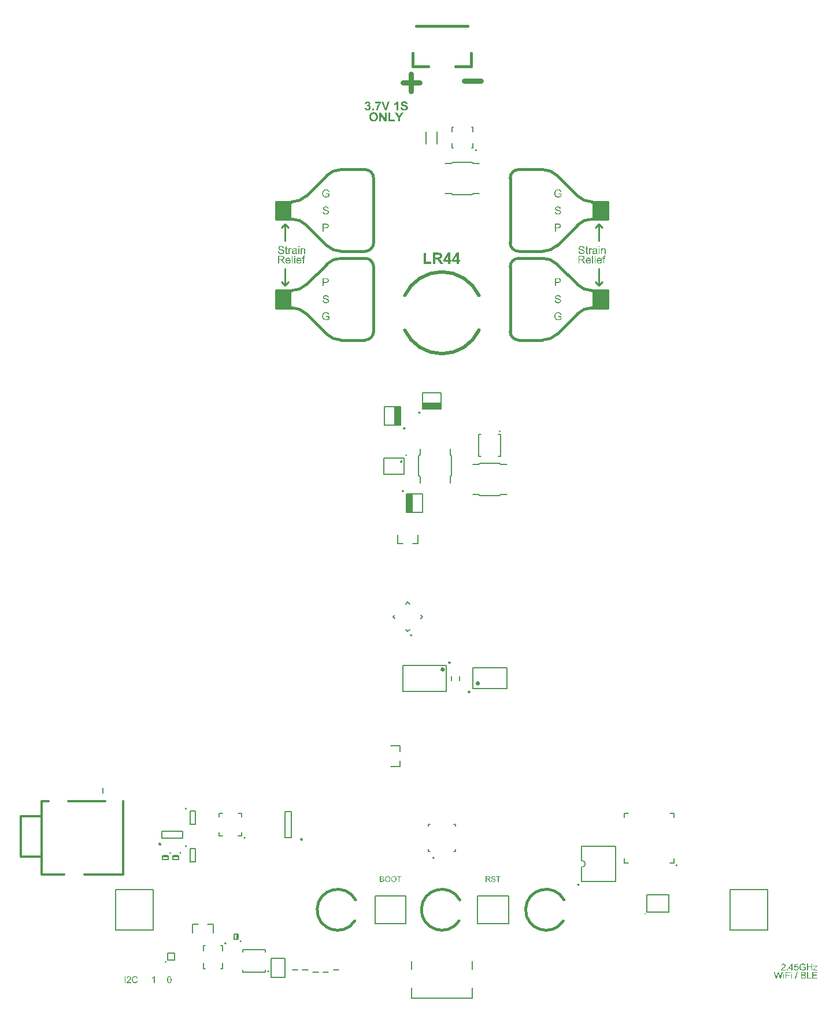
<source format=gbr>
%TF.GenerationSoftware,Altium Limited,Altium Designer,22.5.1 (42)*%
G04 Layer_Color=65535*
%FSLAX45Y45*%
%MOMM*%
%TF.SameCoordinates,09306DCC-7258-43E0-A79C-DC35209E08F8*%
%TF.FilePolarity,Positive*%
%TF.FileFunction,Legend,Top*%
%TF.Part,Single*%
G01*
G75*
%TA.AperFunction,NonConductor*%
%ADD131C,0.40000*%
%ADD132C,0.20000*%
%ADD133C,0.25400*%
%ADD134C,0.50000*%
%ADD135C,0.25000*%
%ADD136C,0.20320*%
%ADD137C,0.15240*%
%ADD138C,0.35000*%
%ADD139C,0.76200*%
%ADD140C,0.30000*%
%ADD141C,0.15000*%
%ADD142C,0.12700*%
%ADD143R,2.23000X2.50000*%
%ADD144R,0.80000X0.40000*%
%ADD145R,0.40000X0.80000*%
%ADD146R,2.69996X1.08379*%
%ADD147R,1.08379X2.69996*%
G36*
X1705761Y1306784D02*
X1708559Y1306620D01*
X1711521Y1306455D01*
X1714319Y1306126D01*
X1716788Y1305797D01*
X1717117D01*
X1718270Y1305468D01*
X1719751Y1305138D01*
X1721726Y1304645D01*
X1723866Y1303822D01*
X1726170Y1302834D01*
X1728639Y1301682D01*
X1730779Y1300365D01*
X1731108Y1300201D01*
X1731766Y1299707D01*
X1732754Y1298719D01*
X1734070Y1297567D01*
X1735552Y1296086D01*
X1737033Y1294111D01*
X1738679Y1291971D01*
X1739996Y1289502D01*
X1740160Y1289173D01*
X1740490Y1288350D01*
X1741148Y1286869D01*
X1741806Y1284894D01*
X1742300Y1282589D01*
X1742958Y1279956D01*
X1743288Y1276993D01*
X1743452Y1273866D01*
Y1273701D01*
Y1273208D01*
Y1272549D01*
X1743288Y1271397D01*
X1743123Y1270245D01*
X1742958Y1268764D01*
X1742629Y1267118D01*
X1742300Y1265307D01*
X1741148Y1261521D01*
X1740490Y1259546D01*
X1739502Y1257407D01*
X1738350Y1255267D01*
X1737198Y1253292D01*
X1735716Y1251317D01*
X1734070Y1249342D01*
X1733906Y1249177D01*
X1733577Y1248848D01*
X1733083Y1248354D01*
X1732260Y1247860D01*
X1731272Y1247037D01*
X1729956Y1246214D01*
X1728310Y1245227D01*
X1726499Y1244404D01*
X1724360Y1243416D01*
X1721891Y1242429D01*
X1719257Y1241606D01*
X1716130Y1240947D01*
X1712838Y1240289D01*
X1709217Y1239795D01*
X1705102Y1239466D01*
X1700823Y1239302D01*
X1671690D01*
Y1193051D01*
X1656548D01*
Y1306949D01*
X1703292D01*
X1705761Y1306784D01*
D02*
G37*
G36*
X1702304Y2358759D02*
X1703456D01*
X1706584Y2358430D01*
X1710040Y2357936D01*
X1713661Y2357113D01*
X1717611Y2356126D01*
X1721232Y2354809D01*
X1721397D01*
X1721726Y2354645D01*
X1722220Y2354315D01*
X1722878Y2353986D01*
X1724524Y2353163D01*
X1726664Y2351682D01*
X1729133Y2350036D01*
X1731602Y2347896D01*
X1733906Y2345427D01*
X1736046Y2342629D01*
Y2342465D01*
X1736210Y2342300D01*
X1736539Y2341806D01*
X1736869Y2341313D01*
X1737691Y2339667D01*
X1738679Y2337527D01*
X1739831Y2334893D01*
X1740654Y2331766D01*
X1741477Y2328474D01*
X1741806Y2324853D01*
X1727322Y2323701D01*
Y2323866D01*
Y2324195D01*
X1727158Y2324689D01*
X1726993Y2325512D01*
X1726499Y2327322D01*
X1725841Y2329791D01*
X1724853Y2332425D01*
X1723372Y2335058D01*
X1721561Y2337527D01*
X1719257Y2339831D01*
X1718928Y2339996D01*
X1718105Y2340654D01*
X1716459Y2341642D01*
X1714319Y2342629D01*
X1711521Y2343617D01*
X1708230Y2344604D01*
X1704115Y2345263D01*
X1699506Y2345427D01*
X1697202D01*
X1696214Y2345263D01*
X1694898Y2345098D01*
X1691935Y2344769D01*
X1688643Y2344111D01*
X1685351Y2343288D01*
X1682224Y2341971D01*
X1680907Y2341148D01*
X1679590Y2340325D01*
X1679261Y2340160D01*
X1678603Y2339502D01*
X1677615Y2338350D01*
X1676628Y2337033D01*
X1675476Y2335223D01*
X1674488Y2333248D01*
X1673830Y2330943D01*
X1673501Y2328310D01*
Y2327981D01*
Y2327322D01*
X1673665Y2326170D01*
X1673994Y2324853D01*
X1674488Y2323207D01*
X1675311Y2321562D01*
X1676299Y2319916D01*
X1677780Y2318270D01*
X1677945Y2318105D01*
X1678768Y2317611D01*
X1679426Y2317118D01*
X1680084Y2316788D01*
X1681072Y2316295D01*
X1682224Y2315636D01*
X1683705Y2315142D01*
X1685351Y2314484D01*
X1687162Y2313826D01*
X1689301Y2313003D01*
X1691606Y2312344D01*
X1694239Y2311521D01*
X1697202Y2310863D01*
X1700494Y2310040D01*
X1700658D01*
X1701317Y2309875D01*
X1702304Y2309711D01*
X1703456Y2309382D01*
X1704938Y2309053D01*
X1706748Y2308559D01*
X1708559Y2308065D01*
X1710534Y2307571D01*
X1714813Y2306419D01*
X1718928Y2305267D01*
X1720903Y2304609D01*
X1722714Y2303950D01*
X1724360Y2303456D01*
X1725676Y2302798D01*
X1725841D01*
X1726170Y2302633D01*
X1726664Y2302304D01*
X1727322Y2301975D01*
X1729133Y2300988D01*
X1731272Y2299671D01*
X1733741Y2297860D01*
X1736210Y2295885D01*
X1738514Y2293581D01*
X1740490Y2291112D01*
X1740654Y2290783D01*
X1741312Y2289960D01*
X1741971Y2288479D01*
X1742958Y2286503D01*
X1743781Y2284199D01*
X1744604Y2281401D01*
X1745098Y2278274D01*
X1745263Y2274982D01*
Y2274817D01*
Y2274653D01*
Y2274159D01*
Y2273501D01*
X1744934Y2271690D01*
X1744604Y2269386D01*
X1743946Y2266752D01*
X1743123Y2263954D01*
X1741806Y2260992D01*
X1739996Y2257864D01*
Y2257700D01*
X1739831Y2257535D01*
X1739008Y2256548D01*
X1737856Y2255066D01*
X1736210Y2253420D01*
X1734070Y2251445D01*
X1731437Y2249306D01*
X1728474Y2247331D01*
X1725018Y2245520D01*
X1724853D01*
X1724524Y2245355D01*
X1724030Y2245191D01*
X1723372Y2244862D01*
X1722384Y2244532D01*
X1721232Y2244039D01*
X1718599Y2243380D01*
X1715472Y2242557D01*
X1711686Y2241734D01*
X1707571Y2241241D01*
X1703127Y2241076D01*
X1700494D01*
X1699177Y2241241D01*
X1697696D01*
X1696050Y2241405D01*
X1694075Y2241570D01*
X1689960Y2242228D01*
X1685680Y2242887D01*
X1681401Y2244039D01*
X1677286Y2245520D01*
X1677122D01*
X1676792Y2245685D01*
X1676299Y2246014D01*
X1675640Y2246343D01*
X1673665Y2247331D01*
X1671361Y2248812D01*
X1668727Y2250787D01*
X1665929Y2253091D01*
X1663296Y2255889D01*
X1660827Y2259017D01*
Y2259181D01*
X1660498Y2259510D01*
X1660333Y2260004D01*
X1659839Y2260662D01*
X1659510Y2261485D01*
X1659016Y2262473D01*
X1657864Y2264942D01*
X1656712Y2268069D01*
X1655725Y2271526D01*
X1655066Y2275476D01*
X1654737Y2279591D01*
X1668892Y2280907D01*
Y2280743D01*
Y2280578D01*
X1669057Y2280084D01*
Y2279426D01*
X1669386Y2277945D01*
X1669880Y2275805D01*
X1670538Y2273665D01*
X1671196Y2271196D01*
X1672348Y2268892D01*
X1673501Y2266752D01*
X1673665Y2266588D01*
X1674159Y2265929D01*
X1674982Y2264777D01*
X1676299Y2263625D01*
X1677945Y2262144D01*
X1679755Y2260662D01*
X1682224Y2259181D01*
X1684857Y2257864D01*
X1685022D01*
X1685187Y2257700D01*
X1685680Y2257535D01*
X1686174Y2257371D01*
X1687820Y2256877D01*
X1689960Y2256218D01*
X1692593Y2255560D01*
X1695556Y2255066D01*
X1698848Y2254737D01*
X1702469Y2254573D01*
X1703950D01*
X1705596Y2254737D01*
X1707571Y2254902D01*
X1709875Y2255231D01*
X1712509Y2255560D01*
X1715142Y2256218D01*
X1717611Y2257041D01*
X1717940Y2257206D01*
X1718763Y2257535D01*
X1719916Y2258194D01*
X1721397Y2258852D01*
X1722878Y2260004D01*
X1724524Y2261156D01*
X1726170Y2262473D01*
X1727487Y2264119D01*
X1727651Y2264284D01*
X1727981Y2264942D01*
X1728474Y2265765D01*
X1729133Y2267082D01*
X1729791Y2268398D01*
X1730285Y2270044D01*
X1730614Y2271855D01*
X1730779Y2273830D01*
Y2273994D01*
Y2274817D01*
X1730614Y2275805D01*
X1730449Y2277122D01*
X1729956Y2278438D01*
X1729462Y2280084D01*
X1728639Y2281730D01*
X1727487Y2283212D01*
X1727322Y2283376D01*
X1726828Y2283870D01*
X1726170Y2284528D01*
X1725018Y2285516D01*
X1723701Y2286503D01*
X1721891Y2287656D01*
X1719751Y2288808D01*
X1717282Y2289795D01*
X1717117Y2289960D01*
X1716295Y2290124D01*
X1714978Y2290618D01*
X1714155Y2290783D01*
X1713003Y2291112D01*
X1711851Y2291606D01*
X1710369Y2291935D01*
X1708723Y2292429D01*
X1706748Y2292923D01*
X1704773Y2293416D01*
X1702469Y2294075D01*
X1699835Y2294733D01*
X1697037Y2295391D01*
X1696873D01*
X1696379Y2295556D01*
X1695556Y2295721D01*
X1694568Y2296050D01*
X1693252Y2296379D01*
X1691770Y2296708D01*
X1688478Y2297696D01*
X1684857Y2298848D01*
X1681072Y2300000D01*
X1677780Y2301152D01*
X1676299Y2301810D01*
X1674982Y2302469D01*
X1674817D01*
X1674653Y2302633D01*
X1673665Y2303292D01*
X1672184Y2304115D01*
X1670538Y2305432D01*
X1668563Y2306913D01*
X1666588Y2308723D01*
X1664613Y2310863D01*
X1662967Y2313167D01*
X1662802Y2313497D01*
X1662308Y2314319D01*
X1661650Y2315636D01*
X1660992Y2317282D01*
X1660333Y2319422D01*
X1659675Y2321891D01*
X1659181Y2324524D01*
X1659016Y2327322D01*
Y2327487D01*
Y2327651D01*
Y2328145D01*
Y2328804D01*
X1659346Y2330449D01*
X1659675Y2332589D01*
X1660169Y2335058D01*
X1660992Y2337856D01*
X1662144Y2340654D01*
X1663790Y2343452D01*
Y2343617D01*
X1663954Y2343781D01*
X1664777Y2344769D01*
X1665929Y2346086D01*
X1667411Y2347732D01*
X1669386Y2349542D01*
X1671855Y2351517D01*
X1674817Y2353328D01*
X1678109Y2354974D01*
X1678274D01*
X1678603Y2355138D01*
X1679097Y2355303D01*
X1679755Y2355632D01*
X1680578Y2355961D01*
X1681730Y2356290D01*
X1684199Y2356949D01*
X1687326Y2357607D01*
X1690947Y2358266D01*
X1694733Y2358759D01*
X1699012Y2358924D01*
X1701152D01*
X1702304Y2358759D01*
D02*
G37*
G36*
X1707324Y2608759D02*
X1708641D01*
X1711768Y2608430D01*
X1715225Y2607936D01*
X1718846Y2607113D01*
X1722796Y2606126D01*
X1726582Y2604809D01*
X1726746D01*
X1727075Y2604645D01*
X1727569Y2604480D01*
X1728227Y2604151D01*
X1730038Y2603163D01*
X1732342Y2602011D01*
X1734811Y2600365D01*
X1737445Y2598390D01*
X1739913Y2596250D01*
X1742218Y2593617D01*
X1742547Y2593288D01*
X1743205Y2592300D01*
X1744193Y2590819D01*
X1745510Y2588679D01*
X1746826Y2586046D01*
X1748308Y2582754D01*
X1749789Y2579133D01*
X1750941Y2575018D01*
X1737280Y2571397D01*
Y2571562D01*
X1737115Y2571726D01*
X1736951Y2572220D01*
X1736786Y2572878D01*
X1736292Y2574360D01*
X1735634Y2576335D01*
X1734647Y2578639D01*
X1733494Y2580779D01*
X1732342Y2583083D01*
X1730861Y2585058D01*
X1730696Y2585223D01*
X1730203Y2585881D01*
X1729215Y2586704D01*
X1728063Y2587856D01*
X1726582Y2589173D01*
X1724606Y2590490D01*
X1722467Y2591806D01*
X1719998Y2592958D01*
X1719669Y2593123D01*
X1718846Y2593452D01*
X1717364Y2593946D01*
X1715389Y2594604D01*
X1713085Y2595098D01*
X1710451Y2595592D01*
X1707489Y2595921D01*
X1704362Y2596086D01*
X1702551D01*
X1701728Y2595921D01*
X1700741D01*
X1698272Y2595757D01*
X1695474Y2595263D01*
X1692346Y2594769D01*
X1689384Y2593946D01*
X1686421Y2592794D01*
X1686092Y2592629D01*
X1685104Y2592300D01*
X1683788Y2591477D01*
X1682142Y2590654D01*
X1680167Y2589337D01*
X1678027Y2588021D01*
X1676052Y2586375D01*
X1674241Y2584564D01*
X1674077Y2584400D01*
X1673418Y2583741D01*
X1672595Y2582589D01*
X1671608Y2581272D01*
X1670456Y2579627D01*
X1669303Y2577651D01*
X1668151Y2575512D01*
X1666999Y2573207D01*
Y2573043D01*
X1666835Y2572714D01*
X1666670Y2572220D01*
X1666341Y2571397D01*
X1666012Y2570409D01*
X1665682Y2569257D01*
X1665189Y2567941D01*
X1664860Y2566459D01*
X1664037Y2563003D01*
X1663378Y2559053D01*
X1662884Y2554938D01*
X1662720Y2550329D01*
Y2550165D01*
Y2549671D01*
Y2548848D01*
X1662884Y2547860D01*
Y2546544D01*
X1663049Y2544898D01*
X1663214Y2543252D01*
X1663378Y2541441D01*
X1664037Y2537326D01*
X1664860Y2533047D01*
X1666176Y2528768D01*
X1667822Y2524653D01*
Y2524488D01*
X1668151Y2524159D01*
X1668316Y2523665D01*
X1668810Y2523007D01*
X1669962Y2521196D01*
X1671772Y2518892D01*
X1673912Y2516423D01*
X1676546Y2513954D01*
X1679673Y2511650D01*
X1683129Y2509510D01*
X1683294D01*
X1683623Y2509346D01*
X1684117Y2509017D01*
X1684940Y2508687D01*
X1685763Y2508358D01*
X1686915Y2508029D01*
X1689548Y2507041D01*
X1692840Y2506219D01*
X1696461Y2505396D01*
X1700411Y2504737D01*
X1704526Y2504573D01*
X1706172D01*
X1707160Y2504737D01*
X1708147D01*
X1710616Y2505066D01*
X1713579Y2505396D01*
X1716706Y2506054D01*
X1720162Y2507041D01*
X1723619Y2508194D01*
X1723783D01*
X1724113Y2508358D01*
X1724442Y2508523D01*
X1725100Y2508852D01*
X1726911Y2509675D01*
X1728886Y2510662D01*
X1731190Y2511815D01*
X1733659Y2513131D01*
X1735963Y2514613D01*
X1737938Y2516259D01*
Y2537656D01*
X1704362D01*
Y2551152D01*
X1752752D01*
Y2508852D01*
X1752587Y2508687D01*
X1752258Y2508523D01*
X1751599Y2508029D01*
X1750777Y2507371D01*
X1749789Y2506712D01*
X1748637Y2505889D01*
X1747156Y2504902D01*
X1745674Y2503914D01*
X1742218Y2501775D01*
X1738268Y2499470D01*
X1734153Y2497331D01*
X1729709Y2495520D01*
X1729544D01*
X1729215Y2495355D01*
X1728557Y2495191D01*
X1727734Y2494862D01*
X1726582Y2494532D01*
X1725265Y2494039D01*
X1723783Y2493710D01*
X1722302Y2493380D01*
X1718681Y2492557D01*
X1714566Y2491734D01*
X1710122Y2491241D01*
X1705514Y2491076D01*
X1703868D01*
X1702716Y2491241D01*
X1701234D01*
X1699424Y2491405D01*
X1697449Y2491734D01*
X1695309Y2491899D01*
X1690536Y2492887D01*
X1685434Y2494039D01*
X1680167Y2495849D01*
X1677533Y2496837D01*
X1674900Y2498153D01*
X1674735Y2498318D01*
X1674241Y2498483D01*
X1673583Y2498976D01*
X1672595Y2499470D01*
X1671443Y2500293D01*
X1670291Y2501116D01*
X1667164Y2503420D01*
X1663872Y2506383D01*
X1660416Y2510004D01*
X1657124Y2514119D01*
X1654161Y2518892D01*
Y2519057D01*
X1653832Y2519550D01*
X1653503Y2520209D01*
X1653009Y2521361D01*
X1652515Y2522513D01*
X1652021Y2524159D01*
X1651363Y2525805D01*
X1650705Y2527780D01*
X1650046Y2529920D01*
X1649388Y2532389D01*
X1648894Y2534858D01*
X1648400Y2537491D01*
X1647577Y2543252D01*
X1647248Y2549342D01*
Y2549506D01*
Y2550165D01*
Y2550988D01*
X1647413Y2552140D01*
Y2553621D01*
X1647577Y2555432D01*
X1647907Y2557242D01*
X1648071Y2559382D01*
X1648565Y2561686D01*
X1648894Y2564155D01*
X1650211Y2569422D01*
X1651857Y2574853D01*
X1654161Y2580285D01*
X1654326Y2580449D01*
X1654490Y2580943D01*
X1654819Y2581602D01*
X1655478Y2582589D01*
X1656136Y2583906D01*
X1656959Y2585223D01*
X1659263Y2588350D01*
X1662061Y2591971D01*
X1665518Y2595427D01*
X1669468Y2598884D01*
X1671772Y2600365D01*
X1674077Y2601846D01*
X1674241Y2602011D01*
X1674735Y2602176D01*
X1675393Y2602505D01*
X1676381Y2602999D01*
X1677698Y2603492D01*
X1679179Y2604151D01*
X1680825Y2604809D01*
X1682800Y2605467D01*
X1684940Y2606126D01*
X1687244Y2606620D01*
X1689713Y2607278D01*
X1692346Y2607772D01*
X1698107Y2608595D01*
X1701070Y2608924D01*
X1706337D01*
X1707324Y2608759D01*
D02*
G37*
G36*
X-1697696Y1058759D02*
X-1696543D01*
X-1693416Y1058430D01*
X-1689960Y1057936D01*
X-1686339Y1057113D01*
X-1682389Y1056126D01*
X-1678768Y1054809D01*
X-1678603D01*
X-1678274Y1054645D01*
X-1677780Y1054315D01*
X-1677122Y1053986D01*
X-1675476Y1053163D01*
X-1673336Y1051682D01*
X-1670867Y1050036D01*
X-1668398Y1047896D01*
X-1666094Y1045427D01*
X-1663954Y1042629D01*
Y1042465D01*
X-1663790Y1042300D01*
X-1663460Y1041806D01*
X-1663131Y1041313D01*
X-1662308Y1039667D01*
X-1661321Y1037527D01*
X-1660169Y1034894D01*
X-1659346Y1031766D01*
X-1658523Y1028474D01*
X-1658194Y1024853D01*
X-1672678Y1023701D01*
Y1023866D01*
Y1024195D01*
X-1672842Y1024689D01*
X-1673007Y1025512D01*
X-1673501Y1027322D01*
X-1674159Y1029791D01*
X-1675147Y1032425D01*
X-1676628Y1035058D01*
X-1678438Y1037527D01*
X-1680743Y1039831D01*
X-1681072Y1039996D01*
X-1681895Y1040654D01*
X-1683541Y1041642D01*
X-1685680Y1042629D01*
X-1688478Y1043617D01*
X-1691770Y1044604D01*
X-1695885Y1045263D01*
X-1700494Y1045427D01*
X-1702798D01*
X-1703786Y1045263D01*
X-1705102Y1045098D01*
X-1708065Y1044769D01*
X-1711357Y1044111D01*
X-1714649Y1043288D01*
X-1717776Y1041971D01*
X-1719093Y1041148D01*
X-1720409Y1040325D01*
X-1720738Y1040160D01*
X-1721397Y1039502D01*
X-1722384Y1038350D01*
X-1723372Y1037033D01*
X-1724524Y1035223D01*
X-1725512Y1033248D01*
X-1726170Y1030943D01*
X-1726499Y1028310D01*
Y1027981D01*
Y1027322D01*
X-1726335Y1026170D01*
X-1726005Y1024853D01*
X-1725512Y1023208D01*
X-1724689Y1021562D01*
X-1723701Y1019916D01*
X-1722220Y1018270D01*
X-1722055Y1018105D01*
X-1721232Y1017611D01*
X-1720574Y1017118D01*
X-1719916Y1016788D01*
X-1718928Y1016295D01*
X-1717776Y1015636D01*
X-1716295Y1015142D01*
X-1714649Y1014484D01*
X-1712838Y1013826D01*
X-1710698Y1013003D01*
X-1708394Y1012344D01*
X-1705761Y1011521D01*
X-1702798Y1010863D01*
X-1699506Y1010040D01*
X-1699342D01*
X-1698683Y1009876D01*
X-1697696Y1009711D01*
X-1696543Y1009382D01*
X-1695062Y1009053D01*
X-1693252Y1008559D01*
X-1691441Y1008065D01*
X-1689466Y1007571D01*
X-1685187Y1006419D01*
X-1681072Y1005267D01*
X-1679097Y1004609D01*
X-1677286Y1003950D01*
X-1675640Y1003456D01*
X-1674324Y1002798D01*
X-1674159D01*
X-1673830Y1002634D01*
X-1673336Y1002304D01*
X-1672678Y1001975D01*
X-1670867Y1000988D01*
X-1668727Y999671D01*
X-1666259Y997860D01*
X-1663790Y995885D01*
X-1661485Y993581D01*
X-1659510Y991112D01*
X-1659346Y990783D01*
X-1658687Y989960D01*
X-1658029Y988479D01*
X-1657041Y986503D01*
X-1656218Y984199D01*
X-1655395Y981401D01*
X-1654902Y978274D01*
X-1654737Y974982D01*
Y974817D01*
Y974653D01*
Y974159D01*
Y973501D01*
X-1655066Y971690D01*
X-1655395Y969386D01*
X-1656054Y966752D01*
X-1656877Y963954D01*
X-1658194Y960992D01*
X-1660004Y957864D01*
Y957700D01*
X-1660169Y957535D01*
X-1660992Y956548D01*
X-1662144Y955066D01*
X-1663790Y953420D01*
X-1665929Y951445D01*
X-1668563Y949306D01*
X-1671525Y947331D01*
X-1674982Y945520D01*
X-1675147D01*
X-1675476Y945355D01*
X-1675969Y945191D01*
X-1676628Y944862D01*
X-1677615Y944533D01*
X-1678768Y944039D01*
X-1681401Y943380D01*
X-1684528Y942557D01*
X-1688314Y941734D01*
X-1692429Y941241D01*
X-1696873Y941076D01*
X-1699506D01*
X-1700823Y941241D01*
X-1702304D01*
X-1703950Y941405D01*
X-1705925Y941570D01*
X-1710040Y942228D01*
X-1714319Y942887D01*
X-1718599Y944039D01*
X-1722714Y945520D01*
X-1722878D01*
X-1723207Y945685D01*
X-1723701Y946014D01*
X-1724360Y946343D01*
X-1726335Y947331D01*
X-1728639Y948812D01*
X-1731272Y950787D01*
X-1734070Y953091D01*
X-1736704Y955889D01*
X-1739173Y959017D01*
Y959181D01*
X-1739502Y959510D01*
X-1739667Y960004D01*
X-1740160Y960663D01*
X-1740490Y961486D01*
X-1740983Y962473D01*
X-1742135Y964942D01*
X-1743288Y968069D01*
X-1744275Y971526D01*
X-1744934Y975476D01*
X-1745263Y979591D01*
X-1731108Y980907D01*
Y980743D01*
Y980578D01*
X-1730943Y980084D01*
Y979426D01*
X-1730614Y977945D01*
X-1730120Y975805D01*
X-1729462Y973665D01*
X-1728804Y971196D01*
X-1727651Y968892D01*
X-1726499Y966752D01*
X-1726335Y966588D01*
X-1725841Y965929D01*
X-1725018Y964777D01*
X-1723701Y963625D01*
X-1722055Y962144D01*
X-1720245Y960663D01*
X-1717776Y959181D01*
X-1715142Y957864D01*
X-1714978D01*
X-1714813Y957700D01*
X-1714319Y957535D01*
X-1713826Y957371D01*
X-1712180Y956877D01*
X-1710040Y956219D01*
X-1707407Y955560D01*
X-1704444Y955066D01*
X-1701152Y954737D01*
X-1697531Y954573D01*
X-1696050D01*
X-1694404Y954737D01*
X-1692429Y954902D01*
X-1690124Y955231D01*
X-1687491Y955560D01*
X-1684857Y956219D01*
X-1682389Y957042D01*
X-1682059Y957206D01*
X-1681236Y957535D01*
X-1680084Y958194D01*
X-1678603Y958852D01*
X-1677122Y960004D01*
X-1675476Y961156D01*
X-1673830Y962473D01*
X-1672513Y964119D01*
X-1672348Y964284D01*
X-1672019Y964942D01*
X-1671525Y965765D01*
X-1670867Y967082D01*
X-1670209Y968398D01*
X-1669715Y970044D01*
X-1669386Y971855D01*
X-1669221Y973830D01*
Y973994D01*
Y974817D01*
X-1669386Y975805D01*
X-1669550Y977122D01*
X-1670044Y978438D01*
X-1670538Y980084D01*
X-1671361Y981730D01*
X-1672513Y983212D01*
X-1672678Y983376D01*
X-1673171Y983870D01*
X-1673830Y984528D01*
X-1674982Y985516D01*
X-1676299Y986503D01*
X-1678109Y987656D01*
X-1680249Y988808D01*
X-1682718Y989795D01*
X-1682882Y989960D01*
X-1683705Y990125D01*
X-1685022Y990618D01*
X-1685845Y990783D01*
X-1686997Y991112D01*
X-1688149Y991606D01*
X-1689631Y991935D01*
X-1691277Y992429D01*
X-1693252Y992923D01*
X-1695227Y993416D01*
X-1697531Y994075D01*
X-1700164Y994733D01*
X-1702963Y995391D01*
X-1703127D01*
X-1703621Y995556D01*
X-1704444Y995721D01*
X-1705431Y996050D01*
X-1706748Y996379D01*
X-1708230Y996708D01*
X-1711521Y997696D01*
X-1715142Y998848D01*
X-1718928Y1000000D01*
X-1722220Y1001152D01*
X-1723701Y1001811D01*
X-1725018Y1002469D01*
X-1725182D01*
X-1725347Y1002634D01*
X-1726335Y1003292D01*
X-1727816Y1004115D01*
X-1729462Y1005432D01*
X-1731437Y1006913D01*
X-1733412Y1008723D01*
X-1735387Y1010863D01*
X-1737033Y1013167D01*
X-1737198Y1013497D01*
X-1737691Y1014320D01*
X-1738350Y1015636D01*
X-1739008Y1017282D01*
X-1739667Y1019422D01*
X-1740325Y1021891D01*
X-1740819Y1024524D01*
X-1740983Y1027322D01*
Y1027487D01*
Y1027651D01*
Y1028145D01*
Y1028804D01*
X-1740654Y1030450D01*
X-1740325Y1032589D01*
X-1739831Y1035058D01*
X-1739008Y1037856D01*
X-1737856Y1040654D01*
X-1736210Y1043452D01*
Y1043617D01*
X-1736046Y1043782D01*
X-1735223Y1044769D01*
X-1734070Y1046086D01*
X-1732589Y1047732D01*
X-1730614Y1049542D01*
X-1728145Y1051517D01*
X-1725182Y1053328D01*
X-1721891Y1054974D01*
X-1721726D01*
X-1721397Y1055138D01*
X-1720903Y1055303D01*
X-1720245Y1055632D01*
X-1719422Y1055961D01*
X-1718270Y1056290D01*
X-1715801Y1056949D01*
X-1712673Y1057607D01*
X-1709052Y1058266D01*
X-1705267Y1058759D01*
X-1700987Y1058924D01*
X-1698848D01*
X-1697696Y1058759D01*
D02*
G37*
G36*
X1705761Y2106784D02*
X1708559Y2106620D01*
X1711521Y2106455D01*
X1714319Y2106126D01*
X1716788Y2105797D01*
X1717117D01*
X1718270Y2105467D01*
X1719751Y2105138D01*
X1721726Y2104645D01*
X1723866Y2103822D01*
X1726170Y2102834D01*
X1728639Y2101682D01*
X1730779Y2100365D01*
X1731108Y2100201D01*
X1731766Y2099707D01*
X1732754Y2098719D01*
X1734070Y2097567D01*
X1735552Y2096086D01*
X1737033Y2094111D01*
X1738679Y2091971D01*
X1739996Y2089502D01*
X1740160Y2089173D01*
X1740490Y2088350D01*
X1741148Y2086869D01*
X1741806Y2084893D01*
X1742300Y2082589D01*
X1742958Y2079956D01*
X1743288Y2076993D01*
X1743452Y2073866D01*
Y2073701D01*
Y2073207D01*
Y2072549D01*
X1743288Y2071397D01*
X1743123Y2070245D01*
X1742958Y2068763D01*
X1742629Y2067118D01*
X1742300Y2065307D01*
X1741148Y2061521D01*
X1740490Y2059546D01*
X1739502Y2057407D01*
X1738350Y2055267D01*
X1737198Y2053292D01*
X1735716Y2051317D01*
X1734070Y2049342D01*
X1733906Y2049177D01*
X1733577Y2048848D01*
X1733083Y2048354D01*
X1732260Y2047860D01*
X1731272Y2047037D01*
X1729956Y2046214D01*
X1728310Y2045227D01*
X1726499Y2044404D01*
X1724360Y2043416D01*
X1721891Y2042429D01*
X1719257Y2041606D01*
X1716130Y2040947D01*
X1712838Y2040289D01*
X1709217Y2039795D01*
X1705102Y2039466D01*
X1700823Y2039301D01*
X1671690D01*
Y1993051D01*
X1656548D01*
Y2106949D01*
X1703292D01*
X1705761Y2106784D01*
D02*
G37*
G36*
X-594573Y-7469020D02*
X-621328D01*
Y-7540602D01*
X-632124D01*
Y-7469020D01*
X-658879D01*
Y-7459398D01*
X-594573D01*
Y-7469020D01*
D02*
G37*
G36*
X-872687Y-7459515D02*
X-871749D01*
X-869636Y-7459750D01*
X-867289Y-7459984D01*
X-864825Y-7460454D01*
X-862361Y-7461040D01*
X-860131Y-7461862D01*
X-860014D01*
X-859896Y-7461979D01*
X-859192Y-7462331D01*
X-858136Y-7462918D01*
X-856963Y-7463739D01*
X-855555Y-7464796D01*
X-854029Y-7466086D01*
X-852621Y-7467729D01*
X-851330Y-7469490D01*
X-851213Y-7469724D01*
X-850861Y-7470428D01*
X-850274Y-7471367D01*
X-849687Y-7472775D01*
X-849100Y-7474418D01*
X-848514Y-7476178D01*
X-848162Y-7478173D01*
X-848044Y-7480168D01*
Y-7480403D01*
Y-7480990D01*
X-848162Y-7482046D01*
X-848396Y-7483337D01*
X-848748Y-7484862D01*
X-849335Y-7486505D01*
X-850039Y-7488148D01*
X-850978Y-7489908D01*
X-851095Y-7490143D01*
X-851447Y-7490612D01*
X-852151Y-7491551D01*
X-853090Y-7492490D01*
X-854264Y-7493663D01*
X-855672Y-7494954D01*
X-857432Y-7496128D01*
X-859427Y-7497301D01*
X-859310D01*
X-859075Y-7497418D01*
X-858723Y-7497536D01*
X-858254Y-7497770D01*
X-856845Y-7498240D01*
X-855203Y-7499061D01*
X-853442Y-7500117D01*
X-851447Y-7501408D01*
X-849687Y-7502934D01*
X-848044Y-7504811D01*
X-847927Y-7505046D01*
X-847458Y-7505750D01*
X-846753Y-7506806D01*
X-846049Y-7508214D01*
X-845345Y-7510092D01*
X-844641Y-7512087D01*
X-844172Y-7514434D01*
X-844054Y-7517015D01*
Y-7517133D01*
Y-7517250D01*
Y-7517954D01*
X-844172Y-7519128D01*
X-844406Y-7520536D01*
X-844641Y-7522179D01*
X-845111Y-7523939D01*
X-845697Y-7525817D01*
X-846519Y-7527694D01*
X-846636Y-7527929D01*
X-846988Y-7528516D01*
X-847458Y-7529337D01*
X-848162Y-7530510D01*
X-849100Y-7531684D01*
X-850039Y-7532975D01*
X-851213Y-7534266D01*
X-852504Y-7535322D01*
X-852621Y-7535439D01*
X-853090Y-7535791D01*
X-853912Y-7536261D01*
X-854968Y-7536730D01*
X-856259Y-7537434D01*
X-857784Y-7538138D01*
X-859427Y-7538725D01*
X-861422Y-7539312D01*
X-861657D01*
X-862361Y-7539546D01*
X-863534Y-7539664D01*
X-865060Y-7539898D01*
X-866937Y-7540133D01*
X-869167Y-7540368D01*
X-871631Y-7540485D01*
X-874448Y-7540602D01*
X-905427D01*
Y-7459398D01*
X-873509D01*
X-872687Y-7459515D01*
D02*
G37*
G36*
X-703589Y-7458107D02*
X-702533D01*
X-701477Y-7458224D01*
X-700068Y-7458459D01*
X-698660Y-7458693D01*
X-695609Y-7459280D01*
X-692089Y-7460219D01*
X-688686Y-7461627D01*
X-686925Y-7462449D01*
X-685165Y-7463387D01*
X-685048Y-7463505D01*
X-684813Y-7463622D01*
X-684344Y-7463974D01*
X-683640Y-7464326D01*
X-682936Y-7464913D01*
X-681997Y-7465617D01*
X-680002Y-7467260D01*
X-677890Y-7469372D01*
X-675543Y-7471954D01*
X-673313Y-7475005D01*
X-671436Y-7478408D01*
Y-7478525D01*
X-671201Y-7478877D01*
X-670966Y-7479347D01*
X-670731Y-7480051D01*
X-670262Y-7480990D01*
X-669910Y-7482046D01*
X-669441Y-7483337D01*
X-668971Y-7484745D01*
X-668619Y-7486270D01*
X-668150Y-7487913D01*
X-667680Y-7489791D01*
X-667328Y-7491668D01*
X-666859Y-7495775D01*
X-666624Y-7500235D01*
Y-7500352D01*
Y-7500821D01*
Y-7501408D01*
X-666742Y-7502347D01*
Y-7503403D01*
X-666859Y-7504694D01*
X-667094Y-7506102D01*
X-667211Y-7507628D01*
X-667798Y-7511031D01*
X-668737Y-7514786D01*
X-670027Y-7518541D01*
X-670731Y-7520419D01*
X-671670Y-7522296D01*
Y-7522413D01*
X-671905Y-7522765D01*
X-672140Y-7523235D01*
X-672609Y-7523939D01*
X-673078Y-7524760D01*
X-673665Y-7525582D01*
X-675308Y-7527811D01*
X-677303Y-7530158D01*
X-679650Y-7532623D01*
X-682466Y-7534970D01*
X-685752Y-7537082D01*
X-685869D01*
X-686104Y-7537317D01*
X-686691Y-7537551D01*
X-687395Y-7537903D01*
X-688216Y-7538255D01*
X-689155Y-7538607D01*
X-690329Y-7539077D01*
X-691619Y-7539546D01*
X-693028Y-7540016D01*
X-694553Y-7540485D01*
X-697956Y-7541189D01*
X-701594Y-7541776D01*
X-705466Y-7542011D01*
X-706640D01*
X-707344Y-7541893D01*
X-708400D01*
X-709574Y-7541659D01*
X-710864Y-7541541D01*
X-712390Y-7541306D01*
X-715558Y-7540602D01*
X-718961Y-7539664D01*
X-722482Y-7538255D01*
X-724242Y-7537434D01*
X-726002Y-7536495D01*
X-726120Y-7536378D01*
X-726354Y-7536261D01*
X-726824Y-7535908D01*
X-727528Y-7535439D01*
X-728232Y-7534970D01*
X-729053Y-7534266D01*
X-731048Y-7532505D01*
X-733278Y-7530393D01*
X-735625Y-7527811D01*
X-737737Y-7524878D01*
X-739732Y-7521475D01*
Y-7521357D01*
X-739967Y-7521005D01*
X-740201Y-7520536D01*
X-740436Y-7519832D01*
X-740788Y-7518893D01*
X-741140Y-7517837D01*
X-741610Y-7516663D01*
X-741962Y-7515373D01*
X-742431Y-7513847D01*
X-742900Y-7512322D01*
X-743605Y-7508801D01*
X-744074Y-7505163D01*
X-744309Y-7501173D01*
Y-7501056D01*
Y-7500939D01*
Y-7500235D01*
X-744191Y-7499179D01*
Y-7497770D01*
X-743957Y-7496128D01*
X-743722Y-7494133D01*
X-743370Y-7491903D01*
X-742900Y-7489556D01*
X-742431Y-7487092D01*
X-741727Y-7484510D01*
X-740788Y-7481928D01*
X-739732Y-7479229D01*
X-738559Y-7476648D01*
X-737033Y-7474066D01*
X-735390Y-7471719D01*
X-733513Y-7469490D01*
X-733395Y-7469372D01*
X-733043Y-7469020D01*
X-732339Y-7468433D01*
X-731518Y-7467729D01*
X-730462Y-7466791D01*
X-729171Y-7465852D01*
X-727645Y-7464796D01*
X-725885Y-7463739D01*
X-724007Y-7462683D01*
X-721895Y-7461627D01*
X-719548Y-7460688D01*
X-717084Y-7459750D01*
X-714385Y-7459046D01*
X-711569Y-7458459D01*
X-708635Y-7458107D01*
X-705466Y-7457989D01*
X-704410D01*
X-703589Y-7458107D01*
D02*
G37*
G36*
X-791835D02*
X-790778D01*
X-789722Y-7458224D01*
X-788314Y-7458459D01*
X-786906Y-7458693D01*
X-783855Y-7459280D01*
X-780334Y-7460219D01*
X-776931Y-7461627D01*
X-775171Y-7462449D01*
X-773411Y-7463387D01*
X-773294Y-7463505D01*
X-773059Y-7463622D01*
X-772590Y-7463974D01*
X-771885Y-7464326D01*
X-771181Y-7464913D01*
X-770243Y-7465617D01*
X-768248Y-7467260D01*
X-766135Y-7469372D01*
X-763788Y-7471954D01*
X-761559Y-7475005D01*
X-759681Y-7478408D01*
Y-7478525D01*
X-759447Y-7478877D01*
X-759212Y-7479347D01*
X-758977Y-7480051D01*
X-758508Y-7480990D01*
X-758156Y-7482046D01*
X-757686Y-7483337D01*
X-757217Y-7484745D01*
X-756865Y-7486270D01*
X-756395Y-7487913D01*
X-755926Y-7489791D01*
X-755574Y-7491668D01*
X-755105Y-7495775D01*
X-754870Y-7500235D01*
Y-7500352D01*
Y-7500821D01*
Y-7501408D01*
X-754987Y-7502347D01*
Y-7503403D01*
X-755105Y-7504694D01*
X-755339Y-7506102D01*
X-755457Y-7507628D01*
X-756043Y-7511031D01*
X-756982Y-7514786D01*
X-758273Y-7518541D01*
X-758977Y-7520419D01*
X-759916Y-7522296D01*
Y-7522413D01*
X-760151Y-7522765D01*
X-760385Y-7523235D01*
X-760855Y-7523939D01*
X-761324Y-7524760D01*
X-761911Y-7525582D01*
X-763554Y-7527811D01*
X-765549Y-7530158D01*
X-767896Y-7532623D01*
X-770712Y-7534970D01*
X-773998Y-7537082D01*
X-774115D01*
X-774350Y-7537317D01*
X-774936Y-7537551D01*
X-775641Y-7537903D01*
X-776462Y-7538255D01*
X-777401Y-7538607D01*
X-778574Y-7539077D01*
X-779865Y-7539546D01*
X-781273Y-7540016D01*
X-782799Y-7540485D01*
X-786202Y-7541189D01*
X-789840Y-7541776D01*
X-793712Y-7542011D01*
X-794886D01*
X-795590Y-7541893D01*
X-796646D01*
X-797819Y-7541659D01*
X-799110Y-7541541D01*
X-800636Y-7541306D01*
X-803804Y-7540602D01*
X-807207Y-7539664D01*
X-810728Y-7538255D01*
X-812488Y-7537434D01*
X-814248Y-7536495D01*
X-814365Y-7536378D01*
X-814600Y-7536261D01*
X-815069Y-7535908D01*
X-815774Y-7535439D01*
X-816478Y-7534970D01*
X-817299Y-7534266D01*
X-819294Y-7532505D01*
X-821524Y-7530393D01*
X-823871Y-7527811D01*
X-825983Y-7524878D01*
X-827978Y-7521475D01*
Y-7521357D01*
X-828212Y-7521005D01*
X-828447Y-7520536D01*
X-828682Y-7519832D01*
X-829034Y-7518893D01*
X-829386Y-7517837D01*
X-829855Y-7516663D01*
X-830207Y-7515373D01*
X-830677Y-7513847D01*
X-831146Y-7512322D01*
X-831850Y-7508801D01*
X-832320Y-7505163D01*
X-832554Y-7501173D01*
Y-7501056D01*
Y-7500939D01*
Y-7500235D01*
X-832437Y-7499179D01*
Y-7497770D01*
X-832202Y-7496128D01*
X-831968Y-7494133D01*
X-831616Y-7491903D01*
X-831146Y-7489556D01*
X-830677Y-7487092D01*
X-829973Y-7484510D01*
X-829034Y-7481928D01*
X-827978Y-7479229D01*
X-826804Y-7476648D01*
X-825279Y-7474066D01*
X-823636Y-7471719D01*
X-821758Y-7469490D01*
X-821641Y-7469372D01*
X-821289Y-7469020D01*
X-820585Y-7468433D01*
X-819763Y-7467729D01*
X-818707Y-7466791D01*
X-817416Y-7465852D01*
X-815891Y-7464796D01*
X-814131Y-7463739D01*
X-812253Y-7462683D01*
X-810141Y-7461627D01*
X-807794Y-7460688D01*
X-805330Y-7459750D01*
X-802631Y-7459046D01*
X-799814Y-7458459D01*
X-796881Y-7458107D01*
X-793712Y-7457989D01*
X-792656D01*
X-791835Y-7458107D01*
D02*
G37*
G36*
X-1694239Y1306784D02*
X-1691441Y1306620D01*
X-1688478Y1306455D01*
X-1685680Y1306126D01*
X-1683212Y1305797D01*
X-1682882D01*
X-1681730Y1305468D01*
X-1680249Y1305138D01*
X-1678274Y1304645D01*
X-1676134Y1303822D01*
X-1673830Y1302834D01*
X-1671361Y1301682D01*
X-1669221Y1300365D01*
X-1668892Y1300201D01*
X-1668234Y1299707D01*
X-1667246Y1298719D01*
X-1665929Y1297567D01*
X-1664448Y1296086D01*
X-1662967Y1294111D01*
X-1661321Y1291971D01*
X-1660004Y1289502D01*
X-1659839Y1289173D01*
X-1659510Y1288350D01*
X-1658852Y1286869D01*
X-1658194Y1284894D01*
X-1657700Y1282589D01*
X-1657041Y1279956D01*
X-1656712Y1276993D01*
X-1656548Y1273866D01*
Y1273701D01*
Y1273208D01*
Y1272549D01*
X-1656712Y1271397D01*
X-1656877Y1270245D01*
X-1657041Y1268764D01*
X-1657371Y1267118D01*
X-1657700Y1265307D01*
X-1658852Y1261521D01*
X-1659510Y1259546D01*
X-1660498Y1257407D01*
X-1661650Y1255267D01*
X-1662802Y1253292D01*
X-1664283Y1251317D01*
X-1665929Y1249342D01*
X-1666094Y1249177D01*
X-1666423Y1248848D01*
X-1666917Y1248354D01*
X-1667740Y1247860D01*
X-1668727Y1247037D01*
X-1670044Y1246214D01*
X-1671690Y1245227D01*
X-1673501Y1244404D01*
X-1675640Y1243416D01*
X-1678109Y1242429D01*
X-1680743Y1241606D01*
X-1683870Y1240947D01*
X-1687162Y1240289D01*
X-1690783Y1239795D01*
X-1694898Y1239466D01*
X-1699177Y1239302D01*
X-1728310D01*
Y1193051D01*
X-1743452D01*
Y1306949D01*
X-1696708D01*
X-1694239Y1306784D01*
D02*
G37*
G36*
X1702304Y1058759D02*
X1703456D01*
X1706584Y1058430D01*
X1710040Y1057936D01*
X1713661Y1057113D01*
X1717611Y1056126D01*
X1721232Y1054809D01*
X1721397D01*
X1721726Y1054645D01*
X1722220Y1054315D01*
X1722878Y1053986D01*
X1724524Y1053163D01*
X1726664Y1051682D01*
X1729133Y1050036D01*
X1731602Y1047896D01*
X1733906Y1045427D01*
X1736046Y1042629D01*
Y1042465D01*
X1736210Y1042300D01*
X1736539Y1041806D01*
X1736869Y1041313D01*
X1737691Y1039667D01*
X1738679Y1037527D01*
X1739831Y1034894D01*
X1740654Y1031766D01*
X1741477Y1028474D01*
X1741806Y1024853D01*
X1727322Y1023701D01*
Y1023866D01*
Y1024195D01*
X1727158Y1024689D01*
X1726993Y1025512D01*
X1726499Y1027322D01*
X1725841Y1029791D01*
X1724853Y1032425D01*
X1723372Y1035058D01*
X1721561Y1037527D01*
X1719257Y1039831D01*
X1718928Y1039996D01*
X1718105Y1040654D01*
X1716459Y1041642D01*
X1714319Y1042629D01*
X1711521Y1043617D01*
X1708230Y1044604D01*
X1704115Y1045263D01*
X1699506Y1045427D01*
X1697202D01*
X1696214Y1045263D01*
X1694898Y1045098D01*
X1691935Y1044769D01*
X1688643Y1044111D01*
X1685351Y1043288D01*
X1682224Y1041971D01*
X1680907Y1041148D01*
X1679590Y1040325D01*
X1679261Y1040160D01*
X1678603Y1039502D01*
X1677615Y1038350D01*
X1676628Y1037033D01*
X1675476Y1035223D01*
X1674488Y1033248D01*
X1673830Y1030943D01*
X1673501Y1028310D01*
Y1027981D01*
Y1027322D01*
X1673665Y1026170D01*
X1673994Y1024853D01*
X1674488Y1023208D01*
X1675311Y1021562D01*
X1676299Y1019916D01*
X1677780Y1018270D01*
X1677945Y1018105D01*
X1678768Y1017611D01*
X1679426Y1017118D01*
X1680084Y1016788D01*
X1681072Y1016295D01*
X1682224Y1015636D01*
X1683705Y1015142D01*
X1685351Y1014484D01*
X1687162Y1013826D01*
X1689301Y1013003D01*
X1691606Y1012344D01*
X1694239Y1011521D01*
X1697202Y1010863D01*
X1700494Y1010040D01*
X1700658D01*
X1701317Y1009876D01*
X1702304Y1009711D01*
X1703456Y1009382D01*
X1704938Y1009053D01*
X1706748Y1008559D01*
X1708559Y1008065D01*
X1710534Y1007571D01*
X1714813Y1006419D01*
X1718928Y1005267D01*
X1720903Y1004609D01*
X1722714Y1003950D01*
X1724360Y1003456D01*
X1725676Y1002798D01*
X1725841D01*
X1726170Y1002634D01*
X1726664Y1002304D01*
X1727322Y1001975D01*
X1729133Y1000988D01*
X1731272Y999671D01*
X1733741Y997860D01*
X1736210Y995885D01*
X1738514Y993581D01*
X1740490Y991112D01*
X1740654Y990783D01*
X1741312Y989960D01*
X1741971Y988479D01*
X1742958Y986503D01*
X1743781Y984199D01*
X1744604Y981401D01*
X1745098Y978274D01*
X1745263Y974982D01*
Y974817D01*
Y974653D01*
Y974159D01*
Y973501D01*
X1744934Y971690D01*
X1744604Y969386D01*
X1743946Y966752D01*
X1743123Y963954D01*
X1741806Y960992D01*
X1739996Y957864D01*
Y957700D01*
X1739831Y957535D01*
X1739008Y956548D01*
X1737856Y955066D01*
X1736210Y953420D01*
X1734070Y951445D01*
X1731437Y949306D01*
X1728474Y947331D01*
X1725018Y945520D01*
X1724853D01*
X1724524Y945355D01*
X1724030Y945191D01*
X1723372Y944862D01*
X1722384Y944533D01*
X1721232Y944039D01*
X1718599Y943380D01*
X1715472Y942557D01*
X1711686Y941734D01*
X1707571Y941241D01*
X1703127Y941076D01*
X1700494D01*
X1699177Y941241D01*
X1697696D01*
X1696050Y941405D01*
X1694075Y941570D01*
X1689960Y942228D01*
X1685680Y942887D01*
X1681401Y944039D01*
X1677286Y945520D01*
X1677122D01*
X1676792Y945685D01*
X1676299Y946014D01*
X1675640Y946343D01*
X1673665Y947331D01*
X1671361Y948812D01*
X1668727Y950787D01*
X1665929Y953091D01*
X1663296Y955889D01*
X1660827Y959017D01*
Y959181D01*
X1660498Y959510D01*
X1660333Y960004D01*
X1659839Y960663D01*
X1659510Y961486D01*
X1659016Y962473D01*
X1657864Y964942D01*
X1656712Y968069D01*
X1655725Y971526D01*
X1655066Y975476D01*
X1654737Y979591D01*
X1668892Y980907D01*
Y980743D01*
Y980578D01*
X1669057Y980084D01*
Y979426D01*
X1669386Y977945D01*
X1669880Y975805D01*
X1670538Y973665D01*
X1671196Y971196D01*
X1672348Y968892D01*
X1673501Y966752D01*
X1673665Y966588D01*
X1674159Y965929D01*
X1674982Y964777D01*
X1676299Y963625D01*
X1677945Y962144D01*
X1679755Y960663D01*
X1682224Y959181D01*
X1684857Y957864D01*
X1685022D01*
X1685187Y957700D01*
X1685680Y957535D01*
X1686174Y957371D01*
X1687820Y956877D01*
X1689960Y956219D01*
X1692593Y955560D01*
X1695556Y955066D01*
X1698848Y954737D01*
X1702469Y954573D01*
X1703950D01*
X1705596Y954737D01*
X1707571Y954902D01*
X1709875Y955231D01*
X1712509Y955560D01*
X1715142Y956219D01*
X1717611Y957042D01*
X1717940Y957206D01*
X1718763Y957535D01*
X1719916Y958194D01*
X1721397Y958852D01*
X1722878Y960004D01*
X1724524Y961156D01*
X1726170Y962473D01*
X1727487Y964119D01*
X1727651Y964284D01*
X1727981Y964942D01*
X1728474Y965765D01*
X1729133Y967082D01*
X1729791Y968398D01*
X1730285Y970044D01*
X1730614Y971855D01*
X1730779Y973830D01*
Y973994D01*
Y974817D01*
X1730614Y975805D01*
X1730449Y977122D01*
X1729956Y978438D01*
X1729462Y980084D01*
X1728639Y981730D01*
X1727487Y983212D01*
X1727322Y983376D01*
X1726828Y983870D01*
X1726170Y984528D01*
X1725018Y985516D01*
X1723701Y986503D01*
X1721891Y987656D01*
X1719751Y988808D01*
X1717282Y989795D01*
X1717117Y989960D01*
X1716295Y990125D01*
X1714978Y990618D01*
X1714155Y990783D01*
X1713003Y991112D01*
X1711851Y991606D01*
X1710369Y991935D01*
X1708723Y992429D01*
X1706748Y992923D01*
X1704773Y993416D01*
X1702469Y994075D01*
X1699835Y994733D01*
X1697037Y995391D01*
X1696873D01*
X1696379Y995556D01*
X1695556Y995721D01*
X1694568Y996050D01*
X1693252Y996379D01*
X1691770Y996708D01*
X1688478Y997696D01*
X1684857Y998848D01*
X1681072Y1000000D01*
X1677780Y1001152D01*
X1676299Y1001811D01*
X1674982Y1002469D01*
X1674817D01*
X1674653Y1002634D01*
X1673665Y1003292D01*
X1672184Y1004115D01*
X1670538Y1005432D01*
X1668563Y1006913D01*
X1666588Y1008723D01*
X1664613Y1010863D01*
X1662967Y1013167D01*
X1662802Y1013497D01*
X1662308Y1014320D01*
X1661650Y1015636D01*
X1660992Y1017282D01*
X1660333Y1019422D01*
X1659675Y1021891D01*
X1659181Y1024524D01*
X1659016Y1027322D01*
Y1027487D01*
Y1027651D01*
Y1028145D01*
Y1028804D01*
X1659346Y1030450D01*
X1659675Y1032589D01*
X1660169Y1035058D01*
X1660992Y1037856D01*
X1662144Y1040654D01*
X1663790Y1043452D01*
Y1043617D01*
X1663954Y1043782D01*
X1664777Y1044769D01*
X1665929Y1046086D01*
X1667411Y1047732D01*
X1669386Y1049542D01*
X1671855Y1051517D01*
X1674817Y1053328D01*
X1678109Y1054974D01*
X1678274D01*
X1678603Y1055138D01*
X1679097Y1055303D01*
X1679755Y1055632D01*
X1680578Y1055961D01*
X1681730Y1056290D01*
X1684199Y1056949D01*
X1687326Y1057607D01*
X1690947Y1058266D01*
X1694733Y1058759D01*
X1699012Y1058924D01*
X1701152D01*
X1702304Y1058759D01*
D02*
G37*
G36*
X5289250Y-8739451D02*
X5290378D01*
X5293056Y-8739733D01*
X5296016Y-8740156D01*
X5299118Y-8740861D01*
X5302501Y-8741706D01*
X5305743Y-8742834D01*
X5305884D01*
X5306166Y-8742975D01*
X5306589Y-8743116D01*
X5307153Y-8743398D01*
X5308704Y-8744244D01*
X5310677Y-8745231D01*
X5312792Y-8746640D01*
X5315047Y-8748332D01*
X5317162Y-8750165D01*
X5319135Y-8752420D01*
X5319417Y-8752702D01*
X5319981Y-8753548D01*
X5320827Y-8754817D01*
X5321955Y-8756649D01*
X5323083Y-8758905D01*
X5324351Y-8761724D01*
X5325620Y-8764825D01*
X5326607Y-8768350D01*
X5314906Y-8771451D01*
Y-8771310D01*
X5314765Y-8771169D01*
X5314624Y-8770746D01*
X5314483Y-8770182D01*
X5314060Y-8768914D01*
X5313497Y-8767222D01*
X5312651Y-8765248D01*
X5311664Y-8763416D01*
X5310677Y-8761442D01*
X5309408Y-8759751D01*
X5309268Y-8759610D01*
X5308845Y-8759046D01*
X5307999Y-8758341D01*
X5307012Y-8757354D01*
X5305743Y-8756226D01*
X5304052Y-8755099D01*
X5302219Y-8753971D01*
X5300104Y-8752984D01*
X5299823Y-8752843D01*
X5299118Y-8752561D01*
X5297849Y-8752138D01*
X5296157Y-8751574D01*
X5294184Y-8751151D01*
X5291928Y-8750728D01*
X5289391Y-8750447D01*
X5286712Y-8750306D01*
X5285162D01*
X5284457Y-8750447D01*
X5283611D01*
X5281496Y-8750588D01*
X5279100Y-8751010D01*
X5276422Y-8751433D01*
X5273884Y-8752138D01*
X5271347Y-8753125D01*
X5271065Y-8753266D01*
X5270219Y-8753548D01*
X5269091Y-8754253D01*
X5267681Y-8754958D01*
X5265990Y-8756085D01*
X5264157Y-8757213D01*
X5262465Y-8758623D01*
X5260915Y-8760173D01*
X5260774Y-8760314D01*
X5260210Y-8760878D01*
X5259505Y-8761865D01*
X5258659Y-8762993D01*
X5257672Y-8764403D01*
X5256686Y-8766094D01*
X5255699Y-8767927D01*
X5254712Y-8769900D01*
Y-8770041D01*
X5254571Y-8770323D01*
X5254430Y-8770746D01*
X5254148Y-8771451D01*
X5253866Y-8772297D01*
X5253584Y-8773284D01*
X5253161Y-8774411D01*
X5252880Y-8775680D01*
X5252175Y-8778641D01*
X5251611Y-8782024D01*
X5251188Y-8785548D01*
X5251047Y-8789495D01*
Y-8789636D01*
Y-8790059D01*
Y-8790764D01*
X5251188Y-8791610D01*
Y-8792738D01*
X5251329Y-8794147D01*
X5251470Y-8795557D01*
X5251611Y-8797108D01*
X5252175Y-8800632D01*
X5252880Y-8804297D01*
X5254007Y-8807962D01*
X5255417Y-8811487D01*
Y-8811628D01*
X5255699Y-8811909D01*
X5255840Y-8812332D01*
X5256263Y-8812896D01*
X5257250Y-8814447D01*
X5258800Y-8816421D01*
X5260633Y-8818535D01*
X5262888Y-8820650D01*
X5265567Y-8822623D01*
X5268527Y-8824456D01*
X5268668D01*
X5268950Y-8824597D01*
X5269373Y-8824879D01*
X5270078Y-8825161D01*
X5270783Y-8825443D01*
X5271769Y-8825725D01*
X5274025Y-8826570D01*
X5276844Y-8827275D01*
X5279946Y-8827980D01*
X5283329Y-8828544D01*
X5286853Y-8828685D01*
X5288263D01*
X5289109Y-8828544D01*
X5289955D01*
X5292069Y-8828262D01*
X5294607Y-8827980D01*
X5297285Y-8827416D01*
X5300245Y-8826570D01*
X5303206Y-8825584D01*
X5303347D01*
X5303629Y-8825443D01*
X5303911Y-8825302D01*
X5304475Y-8825020D01*
X5306025Y-8824315D01*
X5307717Y-8823469D01*
X5309690Y-8822482D01*
X5311805Y-8821354D01*
X5313779Y-8820086D01*
X5315470Y-8818676D01*
Y-8800350D01*
X5286712D01*
Y-8788790D01*
X5328157D01*
Y-8825020D01*
X5328017Y-8825161D01*
X5327735Y-8825302D01*
X5327171Y-8825725D01*
X5326466Y-8826288D01*
X5325620Y-8826852D01*
X5324633Y-8827557D01*
X5323365Y-8828403D01*
X5322096Y-8829249D01*
X5319135Y-8831081D01*
X5315752Y-8833055D01*
X5312228Y-8834888D01*
X5308422Y-8836438D01*
X5308281D01*
X5307999Y-8836579D01*
X5307435Y-8836720D01*
X5306730Y-8837002D01*
X5305743Y-8837284D01*
X5304616Y-8837707D01*
X5303347Y-8837989D01*
X5302078Y-8838271D01*
X5298977Y-8838976D01*
X5295452Y-8839681D01*
X5291646Y-8840103D01*
X5287699Y-8840244D01*
X5286289D01*
X5285303Y-8840103D01*
X5284034D01*
X5282483Y-8839963D01*
X5280792Y-8839681D01*
X5278959Y-8839540D01*
X5274871Y-8838694D01*
X5270501Y-8837707D01*
X5265990Y-8836156D01*
X5263734Y-8835310D01*
X5261479Y-8834183D01*
X5261338Y-8834042D01*
X5260915Y-8833901D01*
X5260351Y-8833478D01*
X5259505Y-8833055D01*
X5258518Y-8832350D01*
X5257532Y-8831645D01*
X5254853Y-8829672D01*
X5252034Y-8827134D01*
X5249073Y-8824033D01*
X5246254Y-8820509D01*
X5243716Y-8816421D01*
Y-8816280D01*
X5243435Y-8815857D01*
X5243153Y-8815293D01*
X5242730Y-8814306D01*
X5242307Y-8813319D01*
X5241884Y-8811909D01*
X5241320Y-8810500D01*
X5240756Y-8808808D01*
X5240192Y-8806976D01*
X5239628Y-8804861D01*
X5239205Y-8802746D01*
X5238783Y-8800491D01*
X5238078Y-8795557D01*
X5237796Y-8790341D01*
Y-8790200D01*
Y-8789636D01*
Y-8788931D01*
X5237937Y-8787945D01*
Y-8786676D01*
X5238078Y-8785125D01*
X5238360Y-8783575D01*
X5238501Y-8781742D01*
X5238923Y-8779768D01*
X5239205Y-8777654D01*
X5240333Y-8773143D01*
X5241743Y-8768491D01*
X5243716Y-8763839D01*
X5243857Y-8763698D01*
X5243998Y-8763275D01*
X5244280Y-8762711D01*
X5244844Y-8761865D01*
X5245408Y-8760737D01*
X5246113Y-8759610D01*
X5248087Y-8756931D01*
X5250483Y-8753830D01*
X5253443Y-8750869D01*
X5256827Y-8747909D01*
X5258800Y-8746640D01*
X5260774Y-8745372D01*
X5260915Y-8745231D01*
X5261338Y-8745090D01*
X5261902Y-8744808D01*
X5262747Y-8744385D01*
X5263875Y-8743962D01*
X5265144Y-8743398D01*
X5266554Y-8742834D01*
X5268245Y-8742270D01*
X5270078Y-8741706D01*
X5272051Y-8741284D01*
X5274166Y-8740720D01*
X5276422Y-8740297D01*
X5281355Y-8739592D01*
X5283893Y-8739310D01*
X5288404D01*
X5289250Y-8739451D01*
D02*
G37*
G36*
X5424017Y-8838553D02*
X5411048D01*
Y-8792597D01*
X5360581D01*
Y-8838553D01*
X5347611D01*
Y-8741002D01*
X5360581D01*
Y-8781037D01*
X5411048D01*
Y-8741002D01*
X5424017D01*
Y-8838553D01*
D02*
G37*
G36*
X5220456Y-8753689D02*
X5181408D01*
X5176192Y-8780050D01*
X5176333Y-8779909D01*
X5176615Y-8779768D01*
X5177038Y-8779486D01*
X5177743Y-8779063D01*
X5178588Y-8778641D01*
X5179575Y-8778077D01*
X5181831Y-8776949D01*
X5184650Y-8775821D01*
X5187751Y-8774834D01*
X5191135Y-8774130D01*
X5192826Y-8773848D01*
X5195928D01*
X5196773Y-8773989D01*
X5197901Y-8774130D01*
X5199170Y-8774270D01*
X5200580Y-8774552D01*
X5202130Y-8774975D01*
X5205514Y-8775962D01*
X5207346Y-8776667D01*
X5209179Y-8777654D01*
X5211011Y-8778641D01*
X5212844Y-8779768D01*
X5214536Y-8781178D01*
X5216227Y-8782729D01*
X5216368Y-8782870D01*
X5216650Y-8783152D01*
X5217073Y-8783575D01*
X5217637Y-8784279D01*
X5218342Y-8785266D01*
X5219047Y-8786253D01*
X5219893Y-8787522D01*
X5220738Y-8788931D01*
X5221443Y-8790482D01*
X5222289Y-8792174D01*
X5222994Y-8794147D01*
X5223699Y-8796121D01*
X5224263Y-8798235D01*
X5224686Y-8800632D01*
X5224967Y-8803028D01*
X5225108Y-8805566D01*
Y-8805707D01*
Y-8806130D01*
Y-8806835D01*
X5224967Y-8807821D01*
X5224826Y-8808949D01*
X5224686Y-8810218D01*
X5224404Y-8811769D01*
X5224122Y-8813319D01*
X5223276Y-8816984D01*
X5221866Y-8820791D01*
X5221020Y-8822764D01*
X5219893Y-8824597D01*
X5218765Y-8826570D01*
X5217355Y-8828403D01*
X5217214Y-8828544D01*
X5216932Y-8828967D01*
X5216368Y-8829531D01*
X5215663Y-8830236D01*
X5214677Y-8831081D01*
X5213549Y-8832209D01*
X5212139Y-8833196D01*
X5210589Y-8834324D01*
X5208897Y-8835451D01*
X5206923Y-8836438D01*
X5204809Y-8837425D01*
X5202553Y-8838412D01*
X5200157Y-8839117D01*
X5197478Y-8839681D01*
X5194659Y-8840103D01*
X5191699Y-8840244D01*
X5190430D01*
X5189443Y-8840103D01*
X5188315Y-8839963D01*
X5187047Y-8839822D01*
X5185496Y-8839681D01*
X5183945Y-8839258D01*
X5180421Y-8838412D01*
X5176897Y-8837143D01*
X5175064Y-8836297D01*
X5173231Y-8835310D01*
X5171540Y-8834183D01*
X5169848Y-8832914D01*
X5169707Y-8832773D01*
X5169425Y-8832632D01*
X5169143Y-8832068D01*
X5168579Y-8831504D01*
X5167875Y-8830799D01*
X5167170Y-8829954D01*
X5166324Y-8828826D01*
X5165619Y-8827557D01*
X5164773Y-8826288D01*
X5163927Y-8824738D01*
X5162377Y-8821354D01*
X5161108Y-8817407D01*
X5160685Y-8815293D01*
X5160403Y-8813037D01*
X5172950Y-8812050D01*
Y-8812191D01*
Y-8812473D01*
X5173090Y-8812896D01*
X5173231Y-8813601D01*
X5173654Y-8815152D01*
X5174218Y-8817266D01*
X5175064Y-8819381D01*
X5176192Y-8821777D01*
X5177602Y-8823892D01*
X5179293Y-8825866D01*
X5179575Y-8826006D01*
X5180139Y-8826570D01*
X5181267Y-8827275D01*
X5182817Y-8828121D01*
X5184509Y-8828967D01*
X5186624Y-8829672D01*
X5189020Y-8830236D01*
X5191699Y-8830377D01*
X5192544D01*
X5193108Y-8830236D01*
X5194800Y-8830095D01*
X5196773Y-8829531D01*
X5199170Y-8828826D01*
X5201566Y-8827698D01*
X5204104Y-8826006D01*
X5205232Y-8825020D01*
X5206359Y-8823892D01*
X5206500Y-8823751D01*
X5206641Y-8823610D01*
X5206923Y-8823187D01*
X5207346Y-8822764D01*
X5208333Y-8821213D01*
X5209461Y-8819240D01*
X5210448Y-8816843D01*
X5211434Y-8813883D01*
X5212139Y-8810359D01*
X5212421Y-8808526D01*
Y-8806553D01*
Y-8806412D01*
Y-8806130D01*
Y-8805566D01*
X5212280Y-8804861D01*
Y-8804015D01*
X5212139Y-8803028D01*
X5211716Y-8800773D01*
X5211011Y-8798094D01*
X5210025Y-8795416D01*
X5208615Y-8792879D01*
X5206641Y-8790482D01*
Y-8790341D01*
X5206359Y-8790200D01*
X5205655Y-8789495D01*
X5204386Y-8788508D01*
X5202694Y-8787381D01*
X5200439Y-8786394D01*
X5197901Y-8785407D01*
X5194941Y-8784702D01*
X5193249Y-8784420D01*
X5190571D01*
X5189443Y-8784561D01*
X5188033Y-8784702D01*
X5186342Y-8785125D01*
X5184650Y-8785548D01*
X5182817Y-8786253D01*
X5180985Y-8787099D01*
X5180844Y-8787240D01*
X5180280Y-8787522D01*
X5179434Y-8788227D01*
X5178306Y-8788931D01*
X5177179Y-8789918D01*
X5176051Y-8791187D01*
X5174782Y-8792456D01*
X5173795Y-8794006D01*
X5162518Y-8792456D01*
X5171963Y-8742270D01*
X5220456D01*
Y-8753689D01*
D02*
G37*
G36*
X5498026Y-8775821D02*
X5459683Y-8820650D01*
X5452211Y-8828967D01*
X5453057D01*
X5453621Y-8828826D01*
X5455171Y-8828685D01*
X5457145Y-8828544D01*
X5459542D01*
X5462079Y-8828403D01*
X5467436Y-8828262D01*
X5500141D01*
Y-8838553D01*
X5437550D01*
Y-8828967D01*
X5482520Y-8777090D01*
X5481251D01*
X5479841Y-8777231D01*
X5478009D01*
X5475894Y-8777372D01*
X5473639D01*
X5471242Y-8777513D01*
X5440229D01*
Y-8767786D01*
X5498026D01*
Y-8775821D01*
D02*
G37*
G36*
X5134888Y-8804156D02*
X5148139D01*
Y-8815152D01*
X5134888D01*
Y-8838553D01*
X5122905D01*
Y-8815152D01*
X5080473D01*
Y-8804156D01*
X5125161Y-8741002D01*
X5134888D01*
Y-8804156D01*
D02*
G37*
G36*
X5067081Y-8838553D02*
X5053407D01*
Y-8824879D01*
X5067081D01*
Y-8838553D01*
D02*
G37*
G36*
X5005477Y-8740720D02*
X5006605Y-8740861D01*
X5008015Y-8741002D01*
X5009565Y-8741284D01*
X5011116Y-8741565D01*
X5014781Y-8742552D01*
X5018446Y-8743962D01*
X5020279Y-8744808D01*
X5022112Y-8745795D01*
X5023803Y-8747063D01*
X5025354Y-8748473D01*
X5025495Y-8748614D01*
X5025777Y-8748755D01*
X5026059Y-8749319D01*
X5026623Y-8749883D01*
X5027328Y-8750588D01*
X5028032Y-8751574D01*
X5028737Y-8752561D01*
X5029583Y-8753830D01*
X5030993Y-8756508D01*
X5032402Y-8759892D01*
X5032966Y-8761583D01*
X5033248Y-8763557D01*
X5033530Y-8765530D01*
X5033671Y-8767645D01*
Y-8767927D01*
Y-8768632D01*
X5033530Y-8769759D01*
X5033389Y-8771310D01*
X5033107Y-8773002D01*
X5032543Y-8774975D01*
X5031980Y-8777090D01*
X5031134Y-8779204D01*
X5030993Y-8779486D01*
X5030711Y-8780191D01*
X5030147Y-8781319D01*
X5029301Y-8782870D01*
X5028173Y-8784561D01*
X5026764Y-8786676D01*
X5025072Y-8788790D01*
X5023098Y-8791187D01*
X5022816Y-8791469D01*
X5022112Y-8792315D01*
X5021407Y-8793019D01*
X5020702Y-8793724D01*
X5019856Y-8794570D01*
X5018728Y-8795698D01*
X5017601Y-8796826D01*
X5016191Y-8798094D01*
X5014781Y-8799504D01*
X5013090Y-8801055D01*
X5011257Y-8802605D01*
X5009283Y-8804438D01*
X5007028Y-8806271D01*
X5004772Y-8808244D01*
X5004631Y-8808385D01*
X5004349Y-8808667D01*
X5003786Y-8809090D01*
X5003081Y-8809654D01*
X5002235Y-8810500D01*
X5001248Y-8811346D01*
X4998993Y-8813178D01*
X4996596Y-8815293D01*
X4994341Y-8817407D01*
X4992367Y-8819240D01*
X4991521Y-8819945D01*
X4990816Y-8820650D01*
X4990675Y-8820791D01*
X4990252Y-8821213D01*
X4989689Y-8821777D01*
X4988984Y-8822623D01*
X4988279Y-8823610D01*
X4987433Y-8824597D01*
X4985741Y-8826993D01*
X5033812D01*
Y-8838553D01*
X4969107D01*
Y-8838412D01*
Y-8837848D01*
Y-8837002D01*
X4969248Y-8835874D01*
X4969389Y-8834606D01*
X4969671Y-8833196D01*
X4969953Y-8831786D01*
X4970517Y-8830236D01*
Y-8830095D01*
X4970658Y-8829954D01*
X4970940Y-8829108D01*
X4971503Y-8827839D01*
X4972349Y-8826147D01*
X4973477Y-8824174D01*
X4974887Y-8821918D01*
X4976437Y-8819663D01*
X4978411Y-8817266D01*
Y-8817125D01*
X4978693Y-8816984D01*
X4979398Y-8816139D01*
X4980666Y-8814870D01*
X4982499Y-8813037D01*
X4984614Y-8810923D01*
X4987292Y-8808385D01*
X4990534Y-8805566D01*
X4994059Y-8802605D01*
X4994200Y-8802464D01*
X4994763Y-8802042D01*
X4995609Y-8801337D01*
X4996596Y-8800491D01*
X4997865Y-8799363D01*
X4999415Y-8798094D01*
X5000966Y-8796685D01*
X5002799Y-8795134D01*
X5006323Y-8791751D01*
X5009847Y-8788367D01*
X5011539Y-8786676D01*
X5013090Y-8784984D01*
X5014499Y-8783434D01*
X5015627Y-8781883D01*
Y-8781742D01*
X5015909Y-8781601D01*
X5016191Y-8781178D01*
X5016473Y-8780614D01*
X5017460Y-8779063D01*
X5018587Y-8777231D01*
X5019574Y-8774975D01*
X5020561Y-8772579D01*
X5021125Y-8769900D01*
X5021407Y-8767363D01*
Y-8767222D01*
Y-8767081D01*
X5021266Y-8766235D01*
X5021125Y-8764825D01*
X5020702Y-8763275D01*
X5020138Y-8761301D01*
X5019151Y-8759328D01*
X5017883Y-8757354D01*
X5016191Y-8755381D01*
X5015909Y-8755099D01*
X5015204Y-8754535D01*
X5014217Y-8753830D01*
X5012667Y-8752843D01*
X5010693Y-8751997D01*
X5008438Y-8751151D01*
X5005759Y-8750588D01*
X5002799Y-8750447D01*
X5001953D01*
X5001389Y-8750588D01*
X4999697Y-8750728D01*
X4997724Y-8751151D01*
X4995609Y-8751715D01*
X4993213Y-8752702D01*
X4990957Y-8753971D01*
X4988843Y-8755662D01*
X4988561Y-8755944D01*
X4987997Y-8756649D01*
X4987151Y-8757777D01*
X4986305Y-8759469D01*
X4985318Y-8761442D01*
X4984473Y-8763980D01*
X4983909Y-8766799D01*
X4983627Y-8770041D01*
X4971362Y-8768773D01*
Y-8768632D01*
X4971503Y-8768209D01*
Y-8767504D01*
X4971644Y-8766517D01*
X4971926Y-8765389D01*
X4972208Y-8764121D01*
X4972631Y-8762570D01*
X4973054Y-8761019D01*
X4974182Y-8757636D01*
X4975873Y-8754253D01*
X4976860Y-8752561D01*
X4978129Y-8750869D01*
X4979398Y-8749319D01*
X4980807Y-8747909D01*
X4980948Y-8747768D01*
X4981230Y-8747627D01*
X4981653Y-8747204D01*
X4982358Y-8746781D01*
X4983204Y-8746217D01*
X4984191Y-8745654D01*
X4985318Y-8744949D01*
X4986728Y-8744244D01*
X4988279Y-8743539D01*
X4989970Y-8742834D01*
X4991803Y-8742270D01*
X4993777Y-8741706D01*
X4995891Y-8741284D01*
X4998147Y-8740861D01*
X5000543Y-8740720D01*
X5003081Y-8740579D01*
X5004490D01*
X5005477Y-8740720D01*
D02*
G37*
G36*
X5126570Y-8875120D02*
X5114588D01*
Y-8861446D01*
X5126570D01*
Y-8875120D01*
D02*
G37*
G36*
X5012949D02*
X5000966D01*
Y-8861446D01*
X5012949D01*
Y-8875120D01*
D02*
G37*
G36*
X4963609Y-8958998D02*
X4950922D01*
X4930481Y-8884706D01*
Y-8884565D01*
X4930340Y-8884283D01*
X4930199Y-8883861D01*
X4930058Y-8883156D01*
X4929635Y-8881605D01*
X4929212Y-8879772D01*
X4928649Y-8877799D01*
X4928085Y-8875966D01*
X4927662Y-8874416D01*
X4927521Y-8873711D01*
X4927380Y-8873288D01*
Y-8873429D01*
X4927239Y-8873570D01*
X4927098Y-8874416D01*
X4926816Y-8875684D01*
X4926393Y-8877235D01*
X4925970Y-8878927D01*
X4925406Y-8880900D01*
X4924983Y-8882874D01*
X4924419Y-8884706D01*
X4903838Y-8958998D01*
X4890305D01*
X4864789Y-8861446D01*
X4878181D01*
X4892701Y-8925447D01*
Y-8925588D01*
X4892842Y-8925870D01*
X4892983Y-8926434D01*
X4893124Y-8927138D01*
X4893265Y-8928125D01*
X4893547Y-8929112D01*
X4893829Y-8930381D01*
X4894111Y-8931790D01*
X4894816Y-8934751D01*
X4895521Y-8938134D01*
X4896225Y-8941799D01*
X4896930Y-8945464D01*
Y-8945323D01*
X4897071Y-8944760D01*
X4897353Y-8944055D01*
X4897494Y-8942927D01*
X4897776Y-8941799D01*
X4898199Y-8940390D01*
X4898904Y-8937288D01*
X4899750Y-8934187D01*
X4900032Y-8932636D01*
X4900455Y-8931226D01*
X4900736Y-8929958D01*
X4901018Y-8928830D01*
X4901300Y-8927984D01*
X4901441Y-8927420D01*
X4919908Y-8861446D01*
X4935556D01*
X4949371Y-8910927D01*
Y-8911068D01*
X4949653Y-8911773D01*
X4949935Y-8912759D01*
X4950217Y-8914028D01*
X4950640Y-8915720D01*
X4951204Y-8917552D01*
X4951768Y-8919667D01*
X4952331Y-8922063D01*
X4953036Y-8924742D01*
X4953600Y-8927420D01*
X4954869Y-8933200D01*
X4956138Y-8939262D01*
X4957124Y-8945464D01*
Y-8945323D01*
X4957265Y-8945042D01*
Y-8944478D01*
X4957547Y-8943773D01*
X4957688Y-8942927D01*
X4957970Y-8941940D01*
X4958111Y-8940671D01*
X4958534Y-8939262D01*
X4959239Y-8936160D01*
X4960085Y-8932495D01*
X4960931Y-8928548D01*
X4962058Y-8924178D01*
X4977283Y-8861446D01*
X4990393D01*
X4963609Y-8958998D01*
D02*
G37*
G36*
X5497744Y-8873006D02*
X5440088D01*
Y-8902751D01*
X5494079D01*
Y-8914310D01*
X5440088D01*
Y-8947438D01*
X5500000D01*
Y-8958998D01*
X5427118D01*
Y-8861446D01*
X5497744D01*
Y-8873006D01*
D02*
G37*
G36*
X5363541Y-8947438D02*
X5411612D01*
Y-8958998D01*
X5350572D01*
Y-8861446D01*
X5363541D01*
Y-8947438D01*
D02*
G37*
G36*
X5298977Y-8861587D02*
X5300104D01*
X5302642Y-8861869D01*
X5305461Y-8862151D01*
X5308422Y-8862715D01*
X5311382Y-8863420D01*
X5314060Y-8864407D01*
X5314201D01*
X5314342Y-8864548D01*
X5315188Y-8864971D01*
X5316457Y-8865675D01*
X5317867Y-8866662D01*
X5319558Y-8867931D01*
X5321391Y-8869482D01*
X5323083Y-8871455D01*
X5324633Y-8873570D01*
X5324774Y-8873852D01*
X5325197Y-8874698D01*
X5325902Y-8875825D01*
X5326607Y-8877517D01*
X5327312Y-8879490D01*
X5328017Y-8881605D01*
X5328439Y-8884002D01*
X5328580Y-8886398D01*
Y-8886680D01*
Y-8887385D01*
X5328439Y-8888654D01*
X5328157Y-8890204D01*
X5327735Y-8892037D01*
X5327030Y-8894010D01*
X5326184Y-8895984D01*
X5325056Y-8898099D01*
X5324915Y-8898380D01*
X5324492Y-8898944D01*
X5323646Y-8900072D01*
X5322519Y-8901200D01*
X5321109Y-8902610D01*
X5319417Y-8904160D01*
X5317303Y-8905570D01*
X5314906Y-8906980D01*
X5315047D01*
X5315329Y-8907121D01*
X5315752Y-8907262D01*
X5316316Y-8907544D01*
X5318008Y-8908107D01*
X5319981Y-8909094D01*
X5322096Y-8910363D01*
X5324492Y-8911914D01*
X5326607Y-8913746D01*
X5328580Y-8916002D01*
X5328721Y-8916284D01*
X5329285Y-8917129D01*
X5330131Y-8918398D01*
X5330977Y-8920090D01*
X5331823Y-8922345D01*
X5332669Y-8924742D01*
X5333232Y-8927561D01*
X5333373Y-8930663D01*
Y-8930804D01*
Y-8930945D01*
Y-8931790D01*
X5333232Y-8933200D01*
X5332950Y-8934892D01*
X5332669Y-8936865D01*
X5332105Y-8938980D01*
X5331400Y-8941235D01*
X5330413Y-8943491D01*
X5330272Y-8943773D01*
X5329849Y-8944478D01*
X5329285Y-8945464D01*
X5328439Y-8946874D01*
X5327312Y-8948284D01*
X5326184Y-8949835D01*
X5324774Y-8951385D01*
X5323224Y-8952654D01*
X5323083Y-8952795D01*
X5322519Y-8953218D01*
X5321532Y-8953782D01*
X5320263Y-8954346D01*
X5318713Y-8955191D01*
X5316880Y-8956037D01*
X5314906Y-8956742D01*
X5312510Y-8957447D01*
X5312228D01*
X5311382Y-8957729D01*
X5309972Y-8957870D01*
X5308140Y-8958152D01*
X5305884Y-8958434D01*
X5303206Y-8958716D01*
X5300245Y-8958857D01*
X5296862Y-8958998D01*
X5259646D01*
Y-8861446D01*
X5297990D01*
X5298977Y-8861587D01*
D02*
G37*
G36*
X5126570Y-8958998D02*
X5114588D01*
Y-8888231D01*
X5126570D01*
Y-8958998D01*
D02*
G37*
G36*
X5099363Y-8873006D02*
X5046358D01*
Y-8903173D01*
X5092174D01*
Y-8914733D01*
X5046358D01*
Y-8958998D01*
X5033389D01*
Y-8861446D01*
X5099363D01*
Y-8873006D01*
D02*
G37*
G36*
X5012949Y-8958998D02*
X5000966D01*
Y-8888231D01*
X5012949D01*
Y-8958998D01*
D02*
G37*
G36*
X5183381Y-8960689D02*
X5173795D01*
X5202130Y-8859755D01*
X5211716D01*
X5183381Y-8960689D01*
D02*
G37*
G36*
X754225Y-7458107D02*
X755046D01*
X757276Y-7458341D01*
X759740Y-7458693D01*
X762322Y-7459280D01*
X765138Y-7459984D01*
X767720Y-7460923D01*
X767837D01*
X768072Y-7461040D01*
X768424Y-7461275D01*
X768893Y-7461510D01*
X770067Y-7462097D01*
X771592Y-7463153D01*
X773352Y-7464326D01*
X775112Y-7465852D01*
X776755Y-7467612D01*
X778281Y-7469607D01*
Y-7469724D01*
X778398Y-7469842D01*
X778633Y-7470194D01*
X778868Y-7470546D01*
X779454Y-7471719D01*
X780158Y-7473245D01*
X780980Y-7475122D01*
X781567Y-7477352D01*
X782153Y-7479699D01*
X782388Y-7482280D01*
X772061Y-7483102D01*
Y-7482985D01*
Y-7482750D01*
X771944Y-7482398D01*
X771827Y-7481811D01*
X771475Y-7480520D01*
X771005Y-7478760D01*
X770301Y-7476882D01*
X769245Y-7475005D01*
X767954Y-7473245D01*
X766311Y-7471602D01*
X766077Y-7471484D01*
X765490Y-7471015D01*
X764316Y-7470311D01*
X762791Y-7469607D01*
X760796Y-7468903D01*
X758449Y-7468199D01*
X755515Y-7467729D01*
X752230Y-7467612D01*
X750587D01*
X749883Y-7467729D01*
X748944Y-7467847D01*
X746832Y-7468081D01*
X744485Y-7468551D01*
X742138Y-7469137D01*
X739908Y-7470076D01*
X738969Y-7470663D01*
X738031Y-7471250D01*
X737796Y-7471367D01*
X737326Y-7471836D01*
X736622Y-7472658D01*
X735918Y-7473597D01*
X735097Y-7474888D01*
X734393Y-7476296D01*
X733923Y-7477939D01*
X733689Y-7479816D01*
Y-7480051D01*
Y-7480520D01*
X733806Y-7481342D01*
X734041Y-7482280D01*
X734393Y-7483454D01*
X734979Y-7484627D01*
X735684Y-7485801D01*
X736740Y-7486974D01*
X736857Y-7487092D01*
X737444Y-7487444D01*
X737913Y-7487796D01*
X738383Y-7488030D01*
X739087Y-7488383D01*
X739908Y-7488852D01*
X740964Y-7489204D01*
X742138Y-7489673D01*
X743429Y-7490143D01*
X744954Y-7490729D01*
X746597Y-7491199D01*
X748474Y-7491786D01*
X750587Y-7492255D01*
X752934Y-7492842D01*
X753051D01*
X753520Y-7492959D01*
X754225Y-7493076D01*
X755046Y-7493311D01*
X756102Y-7493546D01*
X757393Y-7493898D01*
X758684Y-7494250D01*
X760092Y-7494602D01*
X763143Y-7495423D01*
X766077Y-7496245D01*
X767485Y-7496714D01*
X768776Y-7497184D01*
X769949Y-7497536D01*
X770888Y-7498005D01*
X771005D01*
X771240Y-7498122D01*
X771592Y-7498357D01*
X772061Y-7498592D01*
X773352Y-7499296D01*
X774878Y-7500235D01*
X776638Y-7501526D01*
X778398Y-7502934D01*
X780041Y-7504577D01*
X781449Y-7506337D01*
X781567Y-7506571D01*
X782036Y-7507158D01*
X782505Y-7508214D01*
X783210Y-7509623D01*
X783796Y-7511265D01*
X784383Y-7513260D01*
X784735Y-7515490D01*
X784852Y-7517837D01*
Y-7517954D01*
Y-7518072D01*
Y-7518424D01*
Y-7518893D01*
X784618Y-7520184D01*
X784383Y-7521827D01*
X783914Y-7523704D01*
X783327Y-7525699D01*
X782388Y-7527811D01*
X781097Y-7530041D01*
Y-7530158D01*
X780980Y-7530276D01*
X780393Y-7530980D01*
X779572Y-7532036D01*
X778398Y-7533209D01*
X776873Y-7534618D01*
X774995Y-7536143D01*
X772883Y-7537551D01*
X770419Y-7538842D01*
X770301D01*
X770067Y-7538960D01*
X769714Y-7539077D01*
X769245Y-7539312D01*
X768541Y-7539546D01*
X767720Y-7539898D01*
X765842Y-7540368D01*
X763612Y-7540954D01*
X760913Y-7541541D01*
X757980Y-7541893D01*
X754811Y-7542011D01*
X752934D01*
X751995Y-7541893D01*
X750939D01*
X749765Y-7541776D01*
X748357Y-7541659D01*
X745423Y-7541189D01*
X742372Y-7540720D01*
X739321Y-7539898D01*
X736388Y-7538842D01*
X736270D01*
X736036Y-7538725D01*
X735684Y-7538490D01*
X735214Y-7538255D01*
X733806Y-7537551D01*
X732163Y-7536495D01*
X730286Y-7535087D01*
X728291Y-7533444D01*
X726413Y-7531449D01*
X724653Y-7529220D01*
Y-7529102D01*
X724418Y-7528868D01*
X724301Y-7528516D01*
X723949Y-7528046D01*
X723714Y-7527459D01*
X723362Y-7526755D01*
X722541Y-7524995D01*
X721719Y-7522765D01*
X721015Y-7520301D01*
X720546Y-7517485D01*
X720311Y-7514551D01*
X730403Y-7513612D01*
Y-7513730D01*
Y-7513847D01*
X730520Y-7514199D01*
Y-7514668D01*
X730755Y-7515725D01*
X731107Y-7517250D01*
X731576Y-7518776D01*
X732046Y-7520536D01*
X732867Y-7522179D01*
X733689Y-7523704D01*
X733806Y-7523822D01*
X734158Y-7524291D01*
X734745Y-7525112D01*
X735684Y-7525934D01*
X736857Y-7526990D01*
X738148Y-7528046D01*
X739908Y-7529102D01*
X741786Y-7530041D01*
X741903D01*
X742020Y-7530158D01*
X742372Y-7530276D01*
X742724Y-7530393D01*
X743898Y-7530745D01*
X745423Y-7531215D01*
X747301Y-7531684D01*
X749413Y-7532036D01*
X751760Y-7532271D01*
X754342Y-7532388D01*
X755398D01*
X756572Y-7532271D01*
X757980Y-7532153D01*
X759623Y-7531919D01*
X761500Y-7531684D01*
X763378Y-7531215D01*
X765138Y-7530628D01*
X765373Y-7530510D01*
X765959Y-7530276D01*
X766781Y-7529806D01*
X767837Y-7529337D01*
X768893Y-7528516D01*
X770067Y-7527694D01*
X771240Y-7526755D01*
X772179Y-7525582D01*
X772296Y-7525465D01*
X772531Y-7524995D01*
X772883Y-7524408D01*
X773352Y-7523470D01*
X773822Y-7522531D01*
X774174Y-7521357D01*
X774408Y-7520066D01*
X774526Y-7518658D01*
Y-7518541D01*
Y-7517954D01*
X774408Y-7517250D01*
X774291Y-7516311D01*
X773939Y-7515373D01*
X773587Y-7514199D01*
X773000Y-7513026D01*
X772179Y-7511969D01*
X772061Y-7511852D01*
X771709Y-7511500D01*
X771240Y-7511031D01*
X770419Y-7510327D01*
X769480Y-7509623D01*
X768189Y-7508801D01*
X766663Y-7507980D01*
X764903Y-7507276D01*
X764786Y-7507158D01*
X764199Y-7507041D01*
X763260Y-7506689D01*
X762674Y-7506571D01*
X761852Y-7506337D01*
X761031Y-7505985D01*
X759975Y-7505750D01*
X758801Y-7505398D01*
X757393Y-7505046D01*
X755985Y-7504694D01*
X754342Y-7504225D01*
X752464Y-7503755D01*
X750469Y-7503286D01*
X750352D01*
X750000Y-7503168D01*
X749413Y-7503051D01*
X748709Y-7502816D01*
X747770Y-7502582D01*
X746714Y-7502347D01*
X744367Y-7501643D01*
X741786Y-7500821D01*
X739087Y-7500000D01*
X736740Y-7499179D01*
X735684Y-7498709D01*
X734745Y-7498240D01*
X734627D01*
X734510Y-7498122D01*
X733806Y-7497653D01*
X732750Y-7497066D01*
X731576Y-7496128D01*
X730168Y-7495071D01*
X728760Y-7493781D01*
X727352Y-7492255D01*
X726178Y-7490612D01*
X726061Y-7490377D01*
X725709Y-7489791D01*
X725240Y-7488852D01*
X724770Y-7487678D01*
X724301Y-7486153D01*
X723831Y-7484393D01*
X723479Y-7482515D01*
X723362Y-7480520D01*
Y-7480403D01*
Y-7480286D01*
Y-7479933D01*
Y-7479464D01*
X723597Y-7478291D01*
X723831Y-7476765D01*
X724183Y-7475005D01*
X724770Y-7473010D01*
X725592Y-7471015D01*
X726765Y-7469020D01*
Y-7468903D01*
X726882Y-7468785D01*
X727469Y-7468081D01*
X728291Y-7467143D01*
X729347Y-7465969D01*
X730755Y-7464678D01*
X732515Y-7463270D01*
X734627Y-7461979D01*
X736974Y-7460806D01*
X737092D01*
X737326Y-7460688D01*
X737678Y-7460571D01*
X738148Y-7460336D01*
X738735Y-7460102D01*
X739556Y-7459867D01*
X741316Y-7459398D01*
X743546Y-7458928D01*
X746128Y-7458459D01*
X748827Y-7458107D01*
X751878Y-7457989D01*
X753403D01*
X754225Y-7458107D01*
D02*
G37*
G36*
X857843Y-7469020D02*
X831087D01*
Y-7540602D01*
X820291D01*
Y-7469020D01*
X793536D01*
Y-7459398D01*
X857843D01*
Y-7469020D01*
D02*
G37*
G36*
X680765Y-7459515D02*
X681821D01*
X684285Y-7459632D01*
X686867Y-7459984D01*
X689683Y-7460336D01*
X692265Y-7460923D01*
X693556Y-7461275D01*
X694612Y-7461627D01*
X694729D01*
X694846Y-7461745D01*
X695551Y-7462097D01*
X696607Y-7462566D01*
X697898Y-7463387D01*
X699306Y-7464444D01*
X700831Y-7465852D01*
X702239Y-7467495D01*
X703648Y-7469372D01*
Y-7469490D01*
X703765Y-7469607D01*
X704234Y-7470311D01*
X704704Y-7471484D01*
X705408Y-7473010D01*
X705995Y-7474770D01*
X706581Y-7476882D01*
X706933Y-7479112D01*
X707051Y-7481576D01*
Y-7481694D01*
Y-7481928D01*
Y-7482398D01*
X706933Y-7482985D01*
Y-7483806D01*
X706816Y-7484627D01*
X706347Y-7486622D01*
X705642Y-7488969D01*
X704704Y-7491434D01*
X703296Y-7493898D01*
X702357Y-7495071D01*
X701418Y-7496245D01*
X701301Y-7496362D01*
X701183Y-7496480D01*
X700831Y-7496832D01*
X700362Y-7497184D01*
X699775Y-7497653D01*
X699071Y-7498122D01*
X698132Y-7498709D01*
X697193Y-7499413D01*
X696020Y-7500000D01*
X694729Y-7500587D01*
X693321Y-7501291D01*
X691795Y-7501878D01*
X690035Y-7502347D01*
X688275Y-7502934D01*
X686280Y-7503286D01*
X684168Y-7503638D01*
X684402Y-7503755D01*
X684872Y-7503990D01*
X685576Y-7504459D01*
X686515Y-7504929D01*
X688627Y-7506219D01*
X689683Y-7507041D01*
X690622Y-7507745D01*
X690857Y-7507980D01*
X691443Y-7508566D01*
X692382Y-7509505D01*
X693556Y-7510679D01*
X694846Y-7512322D01*
X696372Y-7514082D01*
X697898Y-7516194D01*
X699540Y-7518541D01*
X713505Y-7540602D01*
X700127D01*
X689448Y-7523704D01*
Y-7523587D01*
X689214Y-7523352D01*
X688979Y-7523000D01*
X688627Y-7522531D01*
X687806Y-7521240D01*
X686749Y-7519597D01*
X685459Y-7517837D01*
X684168Y-7515959D01*
X682877Y-7514199D01*
X681703Y-7512556D01*
X681586Y-7512439D01*
X681234Y-7511969D01*
X680647Y-7511265D01*
X679826Y-7510444D01*
X678066Y-7508684D01*
X677127Y-7507862D01*
X676188Y-7507158D01*
X676071Y-7507041D01*
X675836Y-7506924D01*
X675367Y-7506689D01*
X674663Y-7506337D01*
X673959Y-7505985D01*
X673137Y-7505633D01*
X671260Y-7505046D01*
X671142D01*
X670907Y-7504929D01*
X670438D01*
X669851Y-7504811D01*
X669030Y-7504694D01*
X668091D01*
X666800Y-7504577D01*
X652953D01*
Y-7540602D01*
X642157D01*
Y-7459398D01*
X679826D01*
X680765Y-7459515D01*
D02*
G37*
G36*
X1707324Y808759D02*
X1708641D01*
X1711768Y808430D01*
X1715225Y807936D01*
X1718846Y807113D01*
X1722796Y806126D01*
X1726582Y804809D01*
X1726746D01*
X1727075Y804645D01*
X1727569Y804480D01*
X1728227Y804151D01*
X1730038Y803163D01*
X1732342Y802011D01*
X1734811Y800365D01*
X1737445Y798390D01*
X1739913Y796250D01*
X1742218Y793617D01*
X1742547Y793288D01*
X1743205Y792300D01*
X1744193Y790819D01*
X1745510Y788679D01*
X1746826Y786046D01*
X1748308Y782754D01*
X1749789Y779133D01*
X1750941Y775018D01*
X1737280Y771397D01*
Y771562D01*
X1737115Y771726D01*
X1736951Y772220D01*
X1736786Y772878D01*
X1736292Y774360D01*
X1735634Y776335D01*
X1734647Y778639D01*
X1733494Y780779D01*
X1732342Y783083D01*
X1730861Y785058D01*
X1730696Y785223D01*
X1730203Y785881D01*
X1729215Y786704D01*
X1728063Y787856D01*
X1726582Y789173D01*
X1724606Y790490D01*
X1722467Y791806D01*
X1719998Y792959D01*
X1719669Y793123D01*
X1718846Y793452D01*
X1717364Y793946D01*
X1715389Y794604D01*
X1713085Y795098D01*
X1710451Y795592D01*
X1707489Y795921D01*
X1704362Y796086D01*
X1702551D01*
X1701728Y795921D01*
X1700741D01*
X1698272Y795757D01*
X1695474Y795263D01*
X1692346Y794769D01*
X1689384Y793946D01*
X1686421Y792794D01*
X1686092Y792629D01*
X1685104Y792300D01*
X1683788Y791477D01*
X1682142Y790654D01*
X1680167Y789338D01*
X1678027Y788021D01*
X1676052Y786375D01*
X1674241Y784564D01*
X1674077Y784400D01*
X1673418Y783741D01*
X1672595Y782589D01*
X1671608Y781273D01*
X1670456Y779627D01*
X1669303Y777651D01*
X1668151Y775512D01*
X1666999Y773207D01*
Y773043D01*
X1666835Y772714D01*
X1666670Y772220D01*
X1666341Y771397D01*
X1666012Y770409D01*
X1665682Y769257D01*
X1665189Y767941D01*
X1664860Y766459D01*
X1664037Y763003D01*
X1663378Y759053D01*
X1662884Y754938D01*
X1662720Y750329D01*
Y750165D01*
Y749671D01*
Y748848D01*
X1662884Y747860D01*
Y746544D01*
X1663049Y744898D01*
X1663214Y743252D01*
X1663378Y741441D01*
X1664037Y737326D01*
X1664860Y733047D01*
X1666176Y728768D01*
X1667822Y724653D01*
Y724488D01*
X1668151Y724159D01*
X1668316Y723665D01*
X1668810Y723007D01*
X1669962Y721196D01*
X1671772Y718892D01*
X1673912Y716423D01*
X1676546Y713954D01*
X1679673Y711650D01*
X1683129Y709510D01*
X1683294D01*
X1683623Y709346D01*
X1684117Y709017D01*
X1684940Y708687D01*
X1685763Y708358D01*
X1686915Y708029D01*
X1689548Y707042D01*
X1692840Y706219D01*
X1696461Y705396D01*
X1700411Y704737D01*
X1704526Y704573D01*
X1706172D01*
X1707160Y704737D01*
X1708147D01*
X1710616Y705066D01*
X1713579Y705396D01*
X1716706Y706054D01*
X1720162Y707042D01*
X1723619Y708194D01*
X1723783D01*
X1724113Y708358D01*
X1724442Y708523D01*
X1725100Y708852D01*
X1726911Y709675D01*
X1728886Y710663D01*
X1731190Y711815D01*
X1733659Y713131D01*
X1735963Y714613D01*
X1737938Y716259D01*
Y737656D01*
X1704362D01*
Y751152D01*
X1752752D01*
Y708852D01*
X1752587Y708687D01*
X1752258Y708523D01*
X1751599Y708029D01*
X1750777Y707371D01*
X1749789Y706712D01*
X1748637Y705889D01*
X1747156Y704902D01*
X1745674Y703914D01*
X1742218Y701775D01*
X1738268Y699470D01*
X1734153Y697331D01*
X1729709Y695520D01*
X1729544D01*
X1729215Y695355D01*
X1728557Y695191D01*
X1727734Y694862D01*
X1726582Y694533D01*
X1725265Y694039D01*
X1723783Y693710D01*
X1722302Y693380D01*
X1718681Y692557D01*
X1714566Y691734D01*
X1710122Y691241D01*
X1705514Y691076D01*
X1703868D01*
X1702716Y691241D01*
X1701234D01*
X1699424Y691405D01*
X1697449Y691734D01*
X1695309Y691899D01*
X1690536Y692887D01*
X1685434Y694039D01*
X1680167Y695849D01*
X1677533Y696837D01*
X1674900Y698154D01*
X1674735Y698318D01*
X1674241Y698483D01*
X1673583Y698977D01*
X1672595Y699470D01*
X1671443Y700293D01*
X1670291Y701116D01*
X1667164Y703420D01*
X1663872Y706383D01*
X1660416Y710004D01*
X1657124Y714119D01*
X1654161Y718892D01*
Y719057D01*
X1653832Y719551D01*
X1653503Y720209D01*
X1653009Y721361D01*
X1652515Y722513D01*
X1652021Y724159D01*
X1651363Y725805D01*
X1650705Y727780D01*
X1650046Y729920D01*
X1649388Y732389D01*
X1648894Y734858D01*
X1648400Y737491D01*
X1647577Y743252D01*
X1647248Y749342D01*
Y749506D01*
Y750165D01*
Y750988D01*
X1647413Y752140D01*
Y753621D01*
X1647577Y755432D01*
X1647907Y757242D01*
X1648071Y759382D01*
X1648565Y761686D01*
X1648894Y764155D01*
X1650211Y769422D01*
X1651857Y774853D01*
X1654161Y780285D01*
X1654326Y780450D01*
X1654490Y780943D01*
X1654819Y781602D01*
X1655478Y782589D01*
X1656136Y783906D01*
X1656959Y785223D01*
X1659263Y788350D01*
X1662061Y791971D01*
X1665518Y795427D01*
X1669468Y798884D01*
X1671772Y800365D01*
X1674077Y801847D01*
X1674241Y802011D01*
X1674735Y802176D01*
X1675393Y802505D01*
X1676381Y802999D01*
X1677698Y803492D01*
X1679179Y804151D01*
X1680825Y804809D01*
X1682800Y805468D01*
X1684940Y806126D01*
X1687244Y806620D01*
X1689713Y807278D01*
X1692346Y807772D01*
X1698107Y808595D01*
X1701070Y808924D01*
X1706337D01*
X1707324Y808759D01*
D02*
G37*
G36*
X-1697696Y2358759D02*
X-1696543D01*
X-1693416Y2358430D01*
X-1689960Y2357936D01*
X-1686339Y2357113D01*
X-1682389Y2356126D01*
X-1678768Y2354809D01*
X-1678603D01*
X-1678274Y2354645D01*
X-1677780Y2354315D01*
X-1677122Y2353986D01*
X-1675476Y2353163D01*
X-1673336Y2351682D01*
X-1670867Y2350036D01*
X-1668398Y2347896D01*
X-1666094Y2345427D01*
X-1663954Y2342629D01*
Y2342465D01*
X-1663790Y2342300D01*
X-1663460Y2341806D01*
X-1663131Y2341313D01*
X-1662308Y2339667D01*
X-1661321Y2337527D01*
X-1660169Y2334893D01*
X-1659346Y2331766D01*
X-1658523Y2328474D01*
X-1658194Y2324853D01*
X-1672678Y2323701D01*
Y2323866D01*
Y2324195D01*
X-1672842Y2324689D01*
X-1673007Y2325512D01*
X-1673501Y2327322D01*
X-1674159Y2329791D01*
X-1675147Y2332425D01*
X-1676628Y2335058D01*
X-1678438Y2337527D01*
X-1680743Y2339831D01*
X-1681072Y2339996D01*
X-1681895Y2340654D01*
X-1683541Y2341642D01*
X-1685680Y2342629D01*
X-1688478Y2343617D01*
X-1691770Y2344604D01*
X-1695885Y2345263D01*
X-1700494Y2345427D01*
X-1702798D01*
X-1703786Y2345263D01*
X-1705102Y2345098D01*
X-1708065Y2344769D01*
X-1711357Y2344111D01*
X-1714649Y2343288D01*
X-1717776Y2341971D01*
X-1719093Y2341148D01*
X-1720409Y2340325D01*
X-1720738Y2340160D01*
X-1721397Y2339502D01*
X-1722384Y2338350D01*
X-1723372Y2337033D01*
X-1724524Y2335223D01*
X-1725512Y2333248D01*
X-1726170Y2330943D01*
X-1726499Y2328310D01*
Y2327981D01*
Y2327322D01*
X-1726335Y2326170D01*
X-1726005Y2324853D01*
X-1725512Y2323207D01*
X-1724689Y2321562D01*
X-1723701Y2319916D01*
X-1722220Y2318270D01*
X-1722055Y2318105D01*
X-1721232Y2317611D01*
X-1720574Y2317118D01*
X-1719916Y2316788D01*
X-1718928Y2316295D01*
X-1717776Y2315636D01*
X-1716295Y2315142D01*
X-1714649Y2314484D01*
X-1712838Y2313826D01*
X-1710698Y2313003D01*
X-1708394Y2312344D01*
X-1705761Y2311521D01*
X-1702798Y2310863D01*
X-1699506Y2310040D01*
X-1699342D01*
X-1698683Y2309875D01*
X-1697696Y2309711D01*
X-1696543Y2309382D01*
X-1695062Y2309053D01*
X-1693252Y2308559D01*
X-1691441Y2308065D01*
X-1689466Y2307571D01*
X-1685187Y2306419D01*
X-1681072Y2305267D01*
X-1679097Y2304609D01*
X-1677286Y2303950D01*
X-1675640Y2303456D01*
X-1674324Y2302798D01*
X-1674159D01*
X-1673830Y2302633D01*
X-1673336Y2302304D01*
X-1672678Y2301975D01*
X-1670867Y2300988D01*
X-1668727Y2299671D01*
X-1666259Y2297860D01*
X-1663790Y2295885D01*
X-1661485Y2293581D01*
X-1659510Y2291112D01*
X-1659346Y2290783D01*
X-1658687Y2289960D01*
X-1658029Y2288479D01*
X-1657041Y2286503D01*
X-1656218Y2284199D01*
X-1655395Y2281401D01*
X-1654902Y2278274D01*
X-1654737Y2274982D01*
Y2274817D01*
Y2274653D01*
Y2274159D01*
Y2273501D01*
X-1655066Y2271690D01*
X-1655395Y2269386D01*
X-1656054Y2266752D01*
X-1656877Y2263954D01*
X-1658194Y2260992D01*
X-1660004Y2257864D01*
Y2257700D01*
X-1660169Y2257535D01*
X-1660992Y2256548D01*
X-1662144Y2255066D01*
X-1663790Y2253420D01*
X-1665929Y2251445D01*
X-1668563Y2249306D01*
X-1671525Y2247331D01*
X-1674982Y2245520D01*
X-1675147D01*
X-1675476Y2245355D01*
X-1675969Y2245191D01*
X-1676628Y2244862D01*
X-1677615Y2244532D01*
X-1678768Y2244039D01*
X-1681401Y2243380D01*
X-1684528Y2242557D01*
X-1688314Y2241734D01*
X-1692429Y2241241D01*
X-1696873Y2241076D01*
X-1699506D01*
X-1700823Y2241241D01*
X-1702304D01*
X-1703950Y2241405D01*
X-1705925Y2241570D01*
X-1710040Y2242228D01*
X-1714319Y2242887D01*
X-1718599Y2244039D01*
X-1722714Y2245520D01*
X-1722878D01*
X-1723207Y2245685D01*
X-1723701Y2246014D01*
X-1724360Y2246343D01*
X-1726335Y2247331D01*
X-1728639Y2248812D01*
X-1731272Y2250787D01*
X-1734070Y2253091D01*
X-1736704Y2255889D01*
X-1739173Y2259017D01*
Y2259181D01*
X-1739502Y2259510D01*
X-1739667Y2260004D01*
X-1740160Y2260662D01*
X-1740490Y2261485D01*
X-1740983Y2262473D01*
X-1742135Y2264942D01*
X-1743288Y2268069D01*
X-1744275Y2271526D01*
X-1744934Y2275476D01*
X-1745263Y2279591D01*
X-1731108Y2280907D01*
Y2280743D01*
Y2280578D01*
X-1730943Y2280084D01*
Y2279426D01*
X-1730614Y2277945D01*
X-1730120Y2275805D01*
X-1729462Y2273665D01*
X-1728804Y2271196D01*
X-1727651Y2268892D01*
X-1726499Y2266752D01*
X-1726335Y2266588D01*
X-1725841Y2265929D01*
X-1725018Y2264777D01*
X-1723701Y2263625D01*
X-1722055Y2262144D01*
X-1720245Y2260662D01*
X-1717776Y2259181D01*
X-1715142Y2257864D01*
X-1714978D01*
X-1714813Y2257700D01*
X-1714319Y2257535D01*
X-1713826Y2257371D01*
X-1712180Y2256877D01*
X-1710040Y2256218D01*
X-1707407Y2255560D01*
X-1704444Y2255066D01*
X-1701152Y2254737D01*
X-1697531Y2254573D01*
X-1696050D01*
X-1694404Y2254737D01*
X-1692429Y2254902D01*
X-1690124Y2255231D01*
X-1687491Y2255560D01*
X-1684857Y2256218D01*
X-1682389Y2257041D01*
X-1682059Y2257206D01*
X-1681236Y2257535D01*
X-1680084Y2258194D01*
X-1678603Y2258852D01*
X-1677122Y2260004D01*
X-1675476Y2261156D01*
X-1673830Y2262473D01*
X-1672513Y2264119D01*
X-1672348Y2264284D01*
X-1672019Y2264942D01*
X-1671525Y2265765D01*
X-1670867Y2267082D01*
X-1670209Y2268398D01*
X-1669715Y2270044D01*
X-1669386Y2271855D01*
X-1669221Y2273830D01*
Y2273994D01*
Y2274817D01*
X-1669386Y2275805D01*
X-1669550Y2277122D01*
X-1670044Y2278438D01*
X-1670538Y2280084D01*
X-1671361Y2281730D01*
X-1672513Y2283212D01*
X-1672678Y2283376D01*
X-1673171Y2283870D01*
X-1673830Y2284528D01*
X-1674982Y2285516D01*
X-1676299Y2286503D01*
X-1678109Y2287656D01*
X-1680249Y2288808D01*
X-1682718Y2289795D01*
X-1682882Y2289960D01*
X-1683705Y2290124D01*
X-1685022Y2290618D01*
X-1685845Y2290783D01*
X-1686997Y2291112D01*
X-1688149Y2291606D01*
X-1689631Y2291935D01*
X-1691277Y2292429D01*
X-1693252Y2292923D01*
X-1695227Y2293416D01*
X-1697531Y2294075D01*
X-1700164Y2294733D01*
X-1702963Y2295391D01*
X-1703127D01*
X-1703621Y2295556D01*
X-1704444Y2295721D01*
X-1705431Y2296050D01*
X-1706748Y2296379D01*
X-1708230Y2296708D01*
X-1711521Y2297696D01*
X-1715142Y2298848D01*
X-1718928Y2300000D01*
X-1722220Y2301152D01*
X-1723701Y2301810D01*
X-1725018Y2302469D01*
X-1725182D01*
X-1725347Y2302633D01*
X-1726335Y2303292D01*
X-1727816Y2304115D01*
X-1729462Y2305432D01*
X-1731437Y2306913D01*
X-1733412Y2308723D01*
X-1735387Y2310863D01*
X-1737033Y2313167D01*
X-1737198Y2313497D01*
X-1737691Y2314319D01*
X-1738350Y2315636D01*
X-1739008Y2317282D01*
X-1739667Y2319422D01*
X-1740325Y2321891D01*
X-1740819Y2324524D01*
X-1740983Y2327322D01*
Y2327487D01*
Y2327651D01*
Y2328145D01*
Y2328804D01*
X-1740654Y2330449D01*
X-1740325Y2332589D01*
X-1739831Y2335058D01*
X-1739008Y2337856D01*
X-1737856Y2340654D01*
X-1736210Y2343452D01*
Y2343617D01*
X-1736046Y2343781D01*
X-1735223Y2344769D01*
X-1734070Y2346086D01*
X-1732589Y2347732D01*
X-1730614Y2349542D01*
X-1728145Y2351517D01*
X-1725182Y2353328D01*
X-1721891Y2354974D01*
X-1721726D01*
X-1721397Y2355138D01*
X-1720903Y2355303D01*
X-1720245Y2355632D01*
X-1719422Y2355961D01*
X-1718270Y2356290D01*
X-1715801Y2356949D01*
X-1712673Y2357607D01*
X-1709052Y2358266D01*
X-1705267Y2358759D01*
X-1700987Y2358924D01*
X-1698848D01*
X-1697696Y2358759D01*
D02*
G37*
G36*
X-4490188Y-8923956D02*
X-4488920Y-8924097D01*
X-4487369Y-8924238D01*
X-4485818Y-8924379D01*
X-4483986Y-8924802D01*
X-4480180Y-8925647D01*
X-4475950Y-8926916D01*
X-4473836Y-8927762D01*
X-4471862Y-8928749D01*
X-4469889Y-8930017D01*
X-4467915Y-8931286D01*
X-4467774Y-8931427D01*
X-4467492Y-8931568D01*
X-4466928Y-8931991D01*
X-4466223Y-8932696D01*
X-4465519Y-8933401D01*
X-4464532Y-8934388D01*
X-4463545Y-8935515D01*
X-4462417Y-8936643D01*
X-4461290Y-8938053D01*
X-4460162Y-8939744D01*
X-4458893Y-8941436D01*
X-4457765Y-8943269D01*
X-4456778Y-8945383D01*
X-4455651Y-8947498D01*
X-4454805Y-8949753D01*
X-4453959Y-8952291D01*
X-4466646Y-8955251D01*
Y-8955110D01*
X-4466787Y-8954828D01*
X-4467069Y-8954264D01*
X-4467351Y-8953559D01*
X-4467633Y-8952714D01*
X-4468056Y-8951586D01*
X-4469184Y-8949330D01*
X-4470594Y-8946793D01*
X-4472285Y-8944255D01*
X-4474400Y-8941859D01*
X-4476655Y-8939744D01*
X-4476937Y-8939462D01*
X-4477783Y-8938899D01*
X-4479193Y-8938194D01*
X-4481025Y-8937207D01*
X-4483422Y-8936361D01*
X-4486100Y-8935515D01*
X-4489343Y-8934951D01*
X-4492867Y-8934810D01*
X-4493995D01*
X-4494699Y-8934951D01*
X-4495686D01*
X-4496814Y-8935092D01*
X-4499492Y-8935515D01*
X-4502453Y-8936079D01*
X-4505554Y-8937066D01*
X-4508796Y-8938476D01*
X-4511757Y-8940308D01*
X-4511898D01*
X-4512039Y-8940590D01*
X-4513026Y-8941295D01*
X-4514294Y-8942423D01*
X-4515845Y-8944114D01*
X-4517678Y-8946229D01*
X-4519369Y-8948625D01*
X-4520920Y-8951586D01*
X-4522330Y-8954828D01*
Y-8954969D01*
X-4522471Y-8955251D01*
X-4522611Y-8955674D01*
X-4522752Y-8956379D01*
X-4523034Y-8957225D01*
X-4523316Y-8958211D01*
X-4523739Y-8960608D01*
X-4524303Y-8963427D01*
X-4524867Y-8966529D01*
X-4525149Y-8969912D01*
X-4525290Y-8973577D01*
Y-8973718D01*
Y-8974141D01*
Y-8974846D01*
Y-8975692D01*
X-4525149Y-8976679D01*
Y-8977947D01*
X-4525008Y-8979357D01*
X-4524867Y-8980908D01*
X-4524444Y-8984291D01*
X-4523739Y-8987956D01*
X-4522893Y-8991621D01*
X-4521766Y-8995287D01*
Y-8995428D01*
X-4521625Y-8995709D01*
X-4521343Y-8996132D01*
X-4521061Y-8996837D01*
X-4520215Y-8998529D01*
X-4518946Y-9000502D01*
X-4517396Y-9002758D01*
X-4515422Y-9005154D01*
X-4513166Y-9007269D01*
X-4510488Y-9009243D01*
X-4510347D01*
X-4510065Y-9009384D01*
X-4509642Y-9009665D01*
X-4509078Y-9009947D01*
X-4508374Y-9010229D01*
X-4507528Y-9010652D01*
X-4505554Y-9011498D01*
X-4503017Y-9012344D01*
X-4500197Y-9013049D01*
X-4497096Y-9013613D01*
X-4493854Y-9013754D01*
X-4492867D01*
X-4492021Y-9013613D01*
X-4491034D01*
X-4490047Y-9013472D01*
X-4487510Y-9012908D01*
X-4484550Y-9012203D01*
X-4481589Y-9011075D01*
X-4478488Y-9009525D01*
X-4476937Y-9008679D01*
X-4475527Y-9007551D01*
X-4475387Y-9007410D01*
X-4475246Y-9007269D01*
X-4474823Y-9006846D01*
X-4474259Y-9006423D01*
X-4473695Y-9005718D01*
X-4472990Y-9004873D01*
X-4472144Y-9004027D01*
X-4471439Y-9002899D01*
X-4470594Y-9001630D01*
X-4469607Y-9000221D01*
X-4468761Y-8998811D01*
X-4467915Y-8997119D01*
X-4467210Y-8995287D01*
X-4466505Y-8993313D01*
X-4465801Y-8991198D01*
X-4465237Y-8988943D01*
X-4452267Y-8992185D01*
Y-8992326D01*
X-4452408Y-8992890D01*
X-4452690Y-8993736D01*
X-4453113Y-8994864D01*
X-4453536Y-8996132D01*
X-4454100Y-8997683D01*
X-4454805Y-8999375D01*
X-4455651Y-9001207D01*
X-4457624Y-9005154D01*
X-4460162Y-9009102D01*
X-4461712Y-9011075D01*
X-4463263Y-9013049D01*
X-4464955Y-9014740D01*
X-4466928Y-9016432D01*
X-4467069Y-9016573D01*
X-4467351Y-9016855D01*
X-4468056Y-9017137D01*
X-4468761Y-9017701D01*
X-4469889Y-9018406D01*
X-4471016Y-9019110D01*
X-4472567Y-9019815D01*
X-4474118Y-9020520D01*
X-4475950Y-9021366D01*
X-4477924Y-9022071D01*
X-4480039Y-9022776D01*
X-4482294Y-9023481D01*
X-4484691Y-9024044D01*
X-4487228Y-9024326D01*
X-4489906Y-9024608D01*
X-4492726Y-9024749D01*
X-4494277D01*
X-4495404Y-9024608D01*
X-4496673D01*
X-4498224Y-9024467D01*
X-4499915Y-9024185D01*
X-4501889Y-9023903D01*
X-4505977Y-9023199D01*
X-4510206Y-9022071D01*
X-4514435Y-9020520D01*
X-4516409Y-9019533D01*
X-4518382Y-9018406D01*
X-4518523Y-9018265D01*
X-4518805Y-9018124D01*
X-4519369Y-9017701D01*
X-4519933Y-9017137D01*
X-4520779Y-9016573D01*
X-4521766Y-9015727D01*
X-4522893Y-9014740D01*
X-4524021Y-9013613D01*
X-4525149Y-9012344D01*
X-4526418Y-9011075D01*
X-4528955Y-9007833D01*
X-4531352Y-9004027D01*
X-4533466Y-8999798D01*
Y-8999657D01*
X-4533748Y-8999234D01*
X-4533889Y-8998529D01*
X-4534312Y-8997683D01*
X-4534594Y-8996555D01*
X-4535017Y-8995146D01*
X-4535581Y-8993595D01*
X-4536004Y-8991903D01*
X-4536427Y-8990071D01*
X-4536990Y-8987956D01*
X-4537695Y-8983586D01*
X-4538259Y-8978652D01*
X-4538541Y-8973577D01*
Y-8973436D01*
Y-8972872D01*
Y-8972027D01*
X-4538400Y-8971040D01*
Y-8969630D01*
X-4538259Y-8968220D01*
X-4538118Y-8966388D01*
X-4537836Y-8964555D01*
X-4537131Y-8960467D01*
X-4536145Y-8955956D01*
X-4534735Y-8951445D01*
X-4532761Y-8947075D01*
X-4532620Y-8946934D01*
X-4532479Y-8946511D01*
X-4532197Y-8945947D01*
X-4531634Y-8945242D01*
X-4531070Y-8944255D01*
X-4530365Y-8943128D01*
X-4528532Y-8940590D01*
X-4526136Y-8937771D01*
X-4523316Y-8934951D01*
X-4520074Y-8932132D01*
X-4516268Y-8929736D01*
X-4516127Y-8929595D01*
X-4515704Y-8929454D01*
X-4515140Y-8929172D01*
X-4514435Y-8928749D01*
X-4513307Y-8928326D01*
X-4512180Y-8927903D01*
X-4510770Y-8927339D01*
X-4509219Y-8926775D01*
X-4507528Y-8926211D01*
X-4505695Y-8925647D01*
X-4501748Y-8924802D01*
X-4497237Y-8924097D01*
X-4492585Y-8923815D01*
X-4491175D01*
X-4490188Y-8923956D01*
D02*
G37*
G36*
X-4206557Y-9023058D02*
X-4218539D01*
Y-8946793D01*
X-4218680Y-8946934D01*
X-4219385Y-8947498D01*
X-4220231Y-8948344D01*
X-4221641Y-8949330D01*
X-4223191Y-8950599D01*
X-4225165Y-8952009D01*
X-4227420Y-8953559D01*
X-4229958Y-8955110D01*
X-4230099D01*
X-4230240Y-8955251D01*
X-4231086Y-8955815D01*
X-4232495Y-8956520D01*
X-4234187Y-8957366D01*
X-4236160Y-8958352D01*
X-4238275Y-8959339D01*
X-4240390Y-8960326D01*
X-4242504Y-8961172D01*
Y-8949612D01*
X-4242363D01*
X-4242081Y-8949330D01*
X-4241517Y-8949189D01*
X-4240812Y-8948766D01*
X-4239967Y-8948344D01*
X-4238980Y-8947780D01*
X-4236583Y-8946370D01*
X-4233764Y-8944819D01*
X-4230945Y-8942846D01*
X-4227984Y-8940590D01*
X-4225024Y-8938194D01*
X-4224883Y-8938053D01*
X-4224742Y-8937912D01*
X-4224319Y-8937489D01*
X-4223755Y-8937066D01*
X-4222486Y-8935656D01*
X-4220795Y-8933965D01*
X-4219103Y-8931991D01*
X-4217270Y-8929736D01*
X-4215720Y-8927480D01*
X-4214310Y-8925083D01*
X-4206557D01*
Y-9023058D01*
D02*
G37*
G36*
X-4580832Y-8925224D02*
X-4579704Y-8925365D01*
X-4578295Y-8925506D01*
X-4576744Y-8925788D01*
X-4575193Y-8926070D01*
X-4571528Y-8927057D01*
X-4567863Y-8928467D01*
X-4566030Y-8929313D01*
X-4564198Y-8930299D01*
X-4562506Y-8931568D01*
X-4560955Y-8932978D01*
X-4560814Y-8933119D01*
X-4560532Y-8933260D01*
X-4560250Y-8933824D01*
X-4559687Y-8934388D01*
X-4558982Y-8935092D01*
X-4558277Y-8936079D01*
X-4557572Y-8937066D01*
X-4556726Y-8938335D01*
X-4555317Y-8941013D01*
X-4553907Y-8944396D01*
X-4553343Y-8946088D01*
X-4553061Y-8948062D01*
X-4552779Y-8950035D01*
X-4552638Y-8952150D01*
Y-8952432D01*
Y-8953137D01*
X-4552779Y-8954264D01*
X-4552920Y-8955815D01*
X-4553202Y-8957507D01*
X-4553766Y-8959480D01*
X-4554330Y-8961595D01*
X-4555176Y-8963709D01*
X-4555317Y-8963991D01*
X-4555598Y-8964696D01*
X-4556162Y-8965824D01*
X-4557008Y-8967374D01*
X-4558136Y-8969066D01*
X-4559546Y-8971181D01*
X-4561237Y-8973295D01*
X-4563211Y-8975692D01*
X-4563493Y-8975974D01*
X-4564198Y-8976819D01*
X-4564902Y-8977524D01*
X-4565607Y-8978229D01*
X-4566453Y-8979075D01*
X-4567581Y-8980203D01*
X-4568709Y-8981331D01*
X-4570118Y-8982599D01*
X-4571528Y-8984009D01*
X-4573220Y-8985560D01*
X-4575052Y-8987110D01*
X-4577026Y-8988943D01*
X-4579281Y-8990776D01*
X-4581537Y-8992749D01*
X-4581678Y-8992890D01*
X-4581960Y-8993172D01*
X-4582524Y-8993595D01*
X-4583229Y-8994159D01*
X-4584074Y-8995005D01*
X-4585061Y-8995850D01*
X-4587317Y-8997683D01*
X-4589713Y-8999798D01*
X-4591969Y-9001912D01*
X-4593942Y-9003745D01*
X-4594788Y-9004450D01*
X-4595493Y-9005154D01*
X-4595634Y-9005295D01*
X-4596057Y-9005718D01*
X-4596621Y-9006282D01*
X-4597326Y-9007128D01*
X-4598030Y-9008115D01*
X-4598876Y-9009102D01*
X-4600568Y-9011498D01*
X-4552497D01*
Y-9023058D01*
X-4617202D01*
Y-9022917D01*
Y-9022353D01*
Y-9021507D01*
X-4617061Y-9020379D01*
X-4616920Y-9019110D01*
X-4616638Y-9017701D01*
X-4616357Y-9016291D01*
X-4615793Y-9014740D01*
Y-9014599D01*
X-4615652Y-9014458D01*
X-4615370Y-9013613D01*
X-4614806Y-9012344D01*
X-4613960Y-9010652D01*
X-4612832Y-9008679D01*
X-4611423Y-9006423D01*
X-4609872Y-9004168D01*
X-4607898Y-9001771D01*
Y-9001630D01*
X-4607616Y-9001489D01*
X-4606912Y-9000643D01*
X-4605643Y-8999375D01*
X-4603810Y-8997542D01*
X-4601696Y-8995428D01*
X-4599017Y-8992890D01*
X-4595775Y-8990071D01*
X-4592251Y-8987110D01*
X-4592110Y-8986969D01*
X-4591546Y-8986546D01*
X-4590700Y-8985842D01*
X-4589713Y-8984996D01*
X-4588444Y-8983868D01*
X-4586894Y-8982599D01*
X-4585343Y-8981190D01*
X-4583511Y-8979639D01*
X-4579986Y-8976256D01*
X-4576462Y-8972872D01*
X-4574770Y-8971181D01*
X-4573220Y-8969489D01*
X-4571810Y-8967938D01*
X-4570682Y-8966388D01*
Y-8966247D01*
X-4570400Y-8966106D01*
X-4570118Y-8965683D01*
X-4569836Y-8965119D01*
X-4568850Y-8963568D01*
X-4567722Y-8961736D01*
X-4566735Y-8959480D01*
X-4565748Y-8957084D01*
X-4565184Y-8954405D01*
X-4564902Y-8951868D01*
Y-8951727D01*
Y-8951586D01*
X-4565043Y-8950740D01*
X-4565184Y-8949330D01*
X-4565607Y-8947780D01*
X-4566171Y-8945806D01*
X-4567158Y-8943833D01*
X-4568427Y-8941859D01*
X-4570118Y-8939885D01*
X-4570400Y-8939603D01*
X-4571105Y-8939040D01*
X-4572092Y-8938335D01*
X-4573643Y-8937348D01*
X-4575616Y-8936502D01*
X-4577872Y-8935656D01*
X-4580550Y-8935092D01*
X-4583511Y-8934951D01*
X-4584356D01*
X-4584920Y-8935092D01*
X-4586612Y-8935233D01*
X-4588585Y-8935656D01*
X-4590700Y-8936220D01*
X-4593096Y-8937207D01*
X-4595352Y-8938476D01*
X-4597467Y-8940167D01*
X-4597748Y-8940449D01*
X-4598312Y-8941154D01*
X-4599158Y-8942282D01*
X-4600004Y-8943973D01*
X-4600991Y-8945947D01*
X-4601837Y-8948485D01*
X-4602400Y-8951304D01*
X-4602682Y-8954546D01*
X-4614947Y-8953277D01*
Y-8953137D01*
X-4614806Y-8952714D01*
Y-8952009D01*
X-4614665Y-8951022D01*
X-4614383Y-8949894D01*
X-4614101Y-8948625D01*
X-4613678Y-8947075D01*
X-4613255Y-8945524D01*
X-4612127Y-8942141D01*
X-4610436Y-8938758D01*
X-4609449Y-8937066D01*
X-4608180Y-8935374D01*
X-4606912Y-8933824D01*
X-4605502Y-8932414D01*
X-4605361Y-8932273D01*
X-4605079Y-8932132D01*
X-4604656Y-8931709D01*
X-4603951Y-8931286D01*
X-4603105Y-8930722D01*
X-4602119Y-8930158D01*
X-4600991Y-8929454D01*
X-4599581Y-8928749D01*
X-4598030Y-8928044D01*
X-4596339Y-8927339D01*
X-4594506Y-8926775D01*
X-4592533Y-8926211D01*
X-4590418Y-8925788D01*
X-4588163Y-8925365D01*
X-4585766Y-8925224D01*
X-4583229Y-8925083D01*
X-4581819D01*
X-4580832Y-8925224D01*
D02*
G37*
G36*
X-4633414Y-9023058D02*
X-4646383D01*
Y-8925506D01*
X-4633414D01*
Y-9023058D01*
D02*
G37*
G36*
X-3989463Y-8925224D02*
X-3987630Y-8925506D01*
X-3985516Y-8925929D01*
X-3983260Y-8926493D01*
X-3980864Y-8927198D01*
X-3978608Y-8928326D01*
X-3978467D01*
X-3978326Y-8928467D01*
X-3977621Y-8928890D01*
X-3976494Y-8929595D01*
X-3975084Y-8930581D01*
X-3973533Y-8931991D01*
X-3971842Y-8933542D01*
X-3970291Y-8935374D01*
X-3968740Y-8937489D01*
X-3968599Y-8937771D01*
X-3968035Y-8938476D01*
X-3967472Y-8939744D01*
X-3966485Y-8941577D01*
X-3965639Y-8943692D01*
X-3964511Y-8946088D01*
X-3963524Y-8948907D01*
X-3962679Y-8952009D01*
Y-8952150D01*
X-3962538Y-8952432D01*
X-3962397Y-8952855D01*
X-3962256Y-8953559D01*
X-3962115Y-8954405D01*
X-3961974Y-8955392D01*
X-3961692Y-8956661D01*
X-3961551Y-8958070D01*
X-3961269Y-8959621D01*
X-3961128Y-8961313D01*
X-3960987Y-8963286D01*
X-3960705Y-8965260D01*
X-3960564Y-8967515D01*
Y-8969771D01*
X-3960423Y-8972308D01*
Y-8974987D01*
Y-8975128D01*
Y-8975692D01*
Y-8976679D01*
Y-8977806D01*
X-3960564Y-8979357D01*
Y-8981049D01*
X-3960705Y-8982881D01*
X-3960846Y-8984855D01*
X-3961269Y-8989366D01*
X-3961974Y-8994018D01*
X-3962820Y-8998529D01*
X-3963383Y-9000643D01*
X-3964088Y-9002758D01*
Y-9002899D01*
X-3964229Y-9003181D01*
X-3964511Y-9003745D01*
X-3964793Y-9004450D01*
X-3965075Y-9005436D01*
X-3965639Y-9006423D01*
X-3966767Y-9008820D01*
X-3968176Y-9011357D01*
X-3970009Y-9014177D01*
X-3972124Y-9016714D01*
X-3974661Y-9019110D01*
X-3974802D01*
X-3974943Y-9019392D01*
X-3975366Y-9019674D01*
X-3975930Y-9019956D01*
X-3976635Y-9020379D01*
X-3977340Y-9020943D01*
X-3979454Y-9021930D01*
X-3981992Y-9022917D01*
X-3984952Y-9023903D01*
X-3988476Y-9024467D01*
X-3992282Y-9024749D01*
X-3993692D01*
X-3994679Y-9024608D01*
X-3995807Y-9024467D01*
X-3997216Y-9024185D01*
X-3998767Y-9023903D01*
X-4000459Y-9023481D01*
X-4002150Y-9022917D01*
X-4003983Y-9022353D01*
X-4005815Y-9021507D01*
X-4007648Y-9020520D01*
X-4009481Y-9019392D01*
X-4011313Y-9017983D01*
X-4013005Y-9016432D01*
X-4014556Y-9014740D01*
X-4014697Y-9014599D01*
X-4014979Y-9014177D01*
X-4015401Y-9013472D01*
X-4016106Y-9012344D01*
X-4016811Y-9011075D01*
X-4017516Y-9009384D01*
X-4018503Y-9007410D01*
X-4019349Y-9005154D01*
X-4020194Y-9002617D01*
X-4021040Y-8999657D01*
X-4021886Y-8996414D01*
X-4022591Y-8992749D01*
X-4023296Y-8988802D01*
X-4023719Y-8984573D01*
X-4024001Y-8979921D01*
X-4024142Y-8974987D01*
Y-8974846D01*
Y-8974282D01*
Y-8973295D01*
Y-8972167D01*
X-4024001Y-8970617D01*
Y-8968925D01*
X-4023860Y-8967093D01*
X-4023719Y-8964978D01*
X-4023296Y-8960608D01*
X-4022591Y-8955956D01*
X-4021745Y-8951304D01*
X-4021181Y-8949189D01*
X-4020617Y-8947075D01*
Y-8946934D01*
X-4020476Y-8946652D01*
X-4020194Y-8946088D01*
X-4019912Y-8945383D01*
X-4019631Y-8944396D01*
X-4019067Y-8943410D01*
X-4017939Y-8941013D01*
X-4016529Y-8938476D01*
X-4014697Y-8935797D01*
X-4012582Y-8933119D01*
X-4010045Y-8930863D01*
X-4009904D01*
X-4009763Y-8930581D01*
X-4009340Y-8930299D01*
X-4008776Y-8930017D01*
X-4008071Y-8929454D01*
X-4007225Y-8929031D01*
X-4005111Y-8927903D01*
X-4002573Y-8926916D01*
X-3999613Y-8925929D01*
X-3996089Y-8925365D01*
X-3992282Y-8925083D01*
X-3991014D01*
X-3989463Y-8925224D01*
D02*
G37*
G36*
X2310441Y1761215D02*
X2296451D01*
Y1777180D01*
X2310441D01*
Y1761215D01*
D02*
G37*
G36*
X2048740Y1778991D02*
X2049892D01*
X2053019Y1778662D01*
X2056476Y1778168D01*
X2060097Y1777345D01*
X2064047Y1776357D01*
X2067668Y1775041D01*
X2067833D01*
X2068162Y1774876D01*
X2068656Y1774547D01*
X2069314Y1774218D01*
X2070960Y1773395D01*
X2073099Y1771913D01*
X2075568Y1770267D01*
X2078037Y1768128D01*
X2080342Y1765659D01*
X2082481Y1762861D01*
Y1762696D01*
X2082646Y1762532D01*
X2082975Y1762038D01*
X2083304Y1761544D01*
X2084127Y1759898D01*
X2085115Y1757758D01*
X2086267Y1755125D01*
X2087090Y1751998D01*
X2087913Y1748706D01*
X2088242Y1745085D01*
X2073758Y1743933D01*
Y1744097D01*
Y1744427D01*
X2073593Y1744920D01*
X2073429Y1745743D01*
X2072935Y1747554D01*
X2072277Y1750023D01*
X2071289Y1752656D01*
X2069808Y1755290D01*
X2067997Y1757758D01*
X2065693Y1760063D01*
X2065364Y1760227D01*
X2064541Y1760886D01*
X2062895Y1761873D01*
X2060755Y1762861D01*
X2057957Y1763848D01*
X2054665Y1764836D01*
X2050550Y1765494D01*
X2045942Y1765659D01*
X2043638D01*
X2042650Y1765494D01*
X2041333Y1765330D01*
X2038371Y1765001D01*
X2035079Y1764342D01*
X2031787Y1763519D01*
X2028660Y1762202D01*
X2027343Y1761380D01*
X2026026Y1760557D01*
X2025697Y1760392D01*
X2025039Y1759734D01*
X2024051Y1758581D01*
X2023064Y1757265D01*
X2021911Y1755454D01*
X2020924Y1753479D01*
X2020265Y1751175D01*
X2019936Y1748541D01*
Y1748212D01*
Y1747554D01*
X2020101Y1746402D01*
X2020430Y1745085D01*
X2020924Y1743439D01*
X2021747Y1741793D01*
X2022734Y1740147D01*
X2024216Y1738501D01*
X2024380Y1738337D01*
X2025203Y1737843D01*
X2025862Y1737349D01*
X2026520Y1737020D01*
X2027508Y1736526D01*
X2028660Y1735868D01*
X2030141Y1735374D01*
X2031787Y1734716D01*
X2033597Y1734057D01*
X2035737Y1733234D01*
X2038041Y1732576D01*
X2040675Y1731753D01*
X2043638Y1731095D01*
X2046929Y1730272D01*
X2047094D01*
X2047752Y1730107D01*
X2048740Y1729942D01*
X2049892Y1729613D01*
X2051373Y1729284D01*
X2053184Y1728790D01*
X2054994Y1728297D01*
X2056969Y1727803D01*
X2061249Y1726651D01*
X2065364Y1725498D01*
X2067339Y1724840D01*
X2069149Y1724182D01*
X2070795Y1723688D01*
X2072112Y1723030D01*
X2072277D01*
X2072606Y1722865D01*
X2073099Y1722536D01*
X2073758Y1722207D01*
X2075568Y1721219D01*
X2077708Y1719902D01*
X2080177Y1718092D01*
X2082646Y1716117D01*
X2084950Y1713812D01*
X2086925Y1711344D01*
X2087090Y1711014D01*
X2087748Y1710191D01*
X2088407Y1708710D01*
X2089394Y1706735D01*
X2090217Y1704431D01*
X2091040Y1701633D01*
X2091534Y1698505D01*
X2091698Y1695214D01*
Y1695049D01*
Y1694884D01*
Y1694391D01*
Y1693732D01*
X2091369Y1691922D01*
X2091040Y1689617D01*
X2090382Y1686984D01*
X2089559Y1684186D01*
X2088242Y1681223D01*
X2086431Y1678096D01*
Y1677931D01*
X2086267Y1677767D01*
X2085444Y1676779D01*
X2084292Y1675298D01*
X2082646Y1673652D01*
X2080506Y1671677D01*
X2077873Y1669537D01*
X2074910Y1667562D01*
X2071454Y1665752D01*
X2071289D01*
X2070960Y1665587D01*
X2070466Y1665422D01*
X2069808Y1665093D01*
X2068820Y1664764D01*
X2067668Y1664270D01*
X2065034Y1663612D01*
X2061907Y1662789D01*
X2058122Y1661966D01*
X2054007Y1661472D01*
X2049563Y1661308D01*
X2046929D01*
X2045613Y1661472D01*
X2044131D01*
X2042485Y1661637D01*
X2040510Y1661801D01*
X2036395Y1662460D01*
X2032116Y1663118D01*
X2027837Y1664270D01*
X2023722Y1665752D01*
X2023557D01*
X2023228Y1665916D01*
X2022734Y1666245D01*
X2022076Y1666575D01*
X2020101Y1667562D01*
X2017797Y1669043D01*
X2015163Y1671019D01*
X2012365Y1673323D01*
X2009732Y1676121D01*
X2007263Y1679248D01*
Y1679413D01*
X2006934Y1679742D01*
X2006769Y1680236D01*
X2006275Y1680894D01*
X2005946Y1681717D01*
X2005452Y1682705D01*
X2004300Y1685173D01*
X2003148Y1688301D01*
X2002160Y1691757D01*
X2001502Y1695707D01*
X2001173Y1699822D01*
X2015328Y1701139D01*
Y1700974D01*
Y1700810D01*
X2015492Y1700316D01*
Y1699658D01*
X2015821Y1698176D01*
X2016315Y1696036D01*
X2016974Y1693897D01*
X2017632Y1691428D01*
X2018784Y1689124D01*
X2019936Y1686984D01*
X2020101Y1686819D01*
X2020595Y1686161D01*
X2021418Y1685009D01*
X2022734Y1683857D01*
X2024380Y1682375D01*
X2026191Y1680894D01*
X2028660Y1679413D01*
X2031293Y1678096D01*
X2031458D01*
X2031622Y1677931D01*
X2032116Y1677767D01*
X2032610Y1677602D01*
X2034256Y1677108D01*
X2036395Y1676450D01*
X2039029Y1675792D01*
X2041992Y1675298D01*
X2045283Y1674969D01*
X2048904Y1674804D01*
X2050386D01*
X2052032Y1674969D01*
X2054007Y1675133D01*
X2056311Y1675462D01*
X2058945Y1675792D01*
X2061578Y1676450D01*
X2064047Y1677273D01*
X2064376Y1677438D01*
X2065199Y1677767D01*
X2066351Y1678425D01*
X2067833Y1679084D01*
X2069314Y1680236D01*
X2070960Y1681388D01*
X2072606Y1682705D01*
X2073922Y1684350D01*
X2074087Y1684515D01*
X2074416Y1685173D01*
X2074910Y1685996D01*
X2075568Y1687313D01*
X2076227Y1688630D01*
X2076721Y1690276D01*
X2077050Y1692086D01*
X2077214Y1694061D01*
Y1694226D01*
Y1695049D01*
X2077050Y1696036D01*
X2076885Y1697353D01*
X2076391Y1698670D01*
X2075898Y1700316D01*
X2075075Y1701962D01*
X2073922Y1703443D01*
X2073758Y1703608D01*
X2073264Y1704101D01*
X2072606Y1704760D01*
X2071454Y1705747D01*
X2070137Y1706735D01*
X2068326Y1707887D01*
X2066187Y1709039D01*
X2063718Y1710027D01*
X2063553Y1710191D01*
X2062730Y1710356D01*
X2061413Y1710850D01*
X2060590Y1711014D01*
X2059438Y1711344D01*
X2058286Y1711837D01*
X2056805Y1712167D01*
X2055159Y1712660D01*
X2053184Y1713154D01*
X2051209Y1713648D01*
X2048904Y1714306D01*
X2046271Y1714965D01*
X2043473Y1715623D01*
X2043308D01*
X2042815Y1715788D01*
X2041992Y1715952D01*
X2041004Y1716281D01*
X2039687Y1716610D01*
X2038206Y1716940D01*
X2034914Y1717927D01*
X2031293Y1719079D01*
X2027508Y1720232D01*
X2024216Y1721384D01*
X2022734Y1722042D01*
X2021418Y1722700D01*
X2021253D01*
X2021088Y1722865D01*
X2020101Y1723523D01*
X2018620Y1724346D01*
X2016974Y1725663D01*
X2014999Y1727144D01*
X2013023Y1728955D01*
X2011048Y1731095D01*
X2009402Y1733399D01*
X2009238Y1733728D01*
X2008744Y1734551D01*
X2008086Y1735868D01*
X2007427Y1737514D01*
X2006769Y1739653D01*
X2006111Y1742122D01*
X2005617Y1744756D01*
X2005452Y1747554D01*
Y1747718D01*
Y1747883D01*
Y1748377D01*
Y1749035D01*
X2005781Y1750681D01*
X2006111Y1752821D01*
X2006604Y1755290D01*
X2007427Y1758088D01*
X2008579Y1760886D01*
X2010225Y1763684D01*
Y1763848D01*
X2010390Y1764013D01*
X2011213Y1765001D01*
X2012365Y1766317D01*
X2013846Y1767963D01*
X2015821Y1769774D01*
X2018290Y1771749D01*
X2021253Y1773559D01*
X2024545Y1775205D01*
X2024709D01*
X2025039Y1775370D01*
X2025532Y1775534D01*
X2026191Y1775864D01*
X2027014Y1776193D01*
X2028166Y1776522D01*
X2030635Y1777180D01*
X2033762Y1777839D01*
X2037383Y1778497D01*
X2041169Y1778991D01*
X2045448Y1779155D01*
X2047588D01*
X2048740Y1778991D01*
D02*
G37*
G36*
X2373151Y1747554D02*
X2374961Y1747389D01*
X2377101Y1747060D01*
X2379405Y1746566D01*
X2381874Y1745908D01*
X2384178Y1744920D01*
X2384508Y1744756D01*
X2385166Y1744427D01*
X2386318Y1743933D01*
X2387635Y1743110D01*
X2389281Y1742122D01*
X2390762Y1740806D01*
X2392243Y1739489D01*
X2393560Y1737843D01*
X2393725Y1737678D01*
X2394054Y1737020D01*
X2394548Y1736197D01*
X2395371Y1735045D01*
X2396029Y1733399D01*
X2396687Y1731753D01*
X2397510Y1729778D01*
X2398004Y1727638D01*
Y1727474D01*
X2398169Y1726815D01*
X2398333Y1725828D01*
X2398498Y1724511D01*
Y1722536D01*
X2398662Y1720232D01*
X2398827Y1717433D01*
Y1713977D01*
Y1663283D01*
X2384837D01*
Y1713319D01*
Y1713483D01*
Y1713648D01*
Y1714800D01*
Y1716281D01*
X2384672Y1718092D01*
X2384508Y1720232D01*
X2384178Y1722371D01*
X2383685Y1724346D01*
X2383191Y1726157D01*
Y1726321D01*
X2382862Y1726815D01*
X2382368Y1727638D01*
X2381874Y1728626D01*
X2381051Y1729613D01*
X2380064Y1730765D01*
X2378747Y1731918D01*
X2377266Y1732905D01*
X2377101Y1733070D01*
X2376607Y1733399D01*
X2375620Y1733728D01*
X2374467Y1734222D01*
X2373151Y1734716D01*
X2371505Y1735209D01*
X2369530Y1735374D01*
X2367555Y1735539D01*
X2366732D01*
X2366073Y1735374D01*
X2364427Y1735209D01*
X2362288Y1734880D01*
X2359983Y1734057D01*
X2357350Y1733070D01*
X2354716Y1731753D01*
X2352248Y1729778D01*
X2351918Y1729449D01*
X2351260Y1728626D01*
X2350766Y1727967D01*
X2350272Y1727144D01*
X2349614Y1726157D01*
X2349120Y1725005D01*
X2348462Y1723688D01*
X2347804Y1722042D01*
X2347310Y1720232D01*
X2346816Y1718256D01*
X2346487Y1716117D01*
X2346158Y1713812D01*
X2345828Y1711014D01*
Y1708216D01*
Y1663283D01*
X2331838D01*
Y1745908D01*
X2344347D01*
Y1734057D01*
X2344512Y1734222D01*
X2344841Y1734716D01*
X2345335Y1735374D01*
X2345993Y1736197D01*
X2346981Y1737184D01*
X2348133Y1738337D01*
X2349449Y1739653D01*
X2351095Y1740970D01*
X2352741Y1742122D01*
X2354716Y1743439D01*
X2356856Y1744591D01*
X2359160Y1745579D01*
X2361794Y1746402D01*
X2364427Y1747060D01*
X2367390Y1747554D01*
X2370517Y1747718D01*
X2371834D01*
X2373151Y1747554D01*
D02*
G37*
G36*
X2187820D02*
X2189631Y1747225D01*
X2191770Y1746566D01*
X2194075Y1745743D01*
X2196708Y1744591D01*
X2199506Y1743110D01*
X2194404Y1730272D01*
X2194239Y1730436D01*
X2193581Y1730765D01*
X2192593Y1731259D01*
X2191277Y1731753D01*
X2189795Y1732247D01*
X2187985Y1732741D01*
X2186174Y1733070D01*
X2184364Y1733234D01*
X2183541D01*
X2182718Y1733070D01*
X2181566Y1732905D01*
X2180413Y1732576D01*
X2178932Y1732082D01*
X2177451Y1731424D01*
X2176134Y1730436D01*
X2175969Y1730272D01*
X2175476Y1729942D01*
X2174982Y1729284D01*
X2174159Y1728461D01*
X2173336Y1727309D01*
X2172513Y1725992D01*
X2171690Y1724511D01*
X2171032Y1722700D01*
X2170867Y1722371D01*
X2170703Y1721384D01*
X2170373Y1719902D01*
X2169880Y1717927D01*
X2169386Y1715458D01*
X2169057Y1712660D01*
X2168892Y1709698D01*
X2168727Y1706406D01*
Y1663283D01*
X2154737D01*
Y1745908D01*
X2167411D01*
Y1733399D01*
X2167575Y1733563D01*
X2168234Y1734716D01*
X2169057Y1736197D01*
X2170373Y1738007D01*
X2171690Y1739818D01*
X2173171Y1741793D01*
X2174653Y1743439D01*
X2176134Y1744756D01*
X2176299Y1744920D01*
X2176792Y1745249D01*
X2177780Y1745743D01*
X2178768Y1746237D01*
X2180084Y1746731D01*
X2181730Y1747225D01*
X2183376Y1747554D01*
X2185187Y1747718D01*
X2186339D01*
X2187820Y1747554D01*
D02*
G37*
G36*
X2310441Y1663283D02*
X2296451D01*
Y1745908D01*
X2310441D01*
Y1663283D01*
D02*
G37*
G36*
X2246415Y1747554D02*
X2248884Y1747389D01*
X2251682Y1747060D01*
X2254480Y1746566D01*
X2257278Y1745908D01*
X2259911Y1745085D01*
X2260241Y1744920D01*
X2261064Y1744591D01*
X2262216Y1744097D01*
X2263697Y1743439D01*
X2265343Y1742451D01*
X2266989Y1741464D01*
X2268470Y1740147D01*
X2269787Y1738830D01*
X2269952Y1738666D01*
X2270281Y1738172D01*
X2270774Y1737349D01*
X2271433Y1736362D01*
X2272256Y1734880D01*
X2272914Y1733399D01*
X2273573Y1731588D01*
X2274066Y1729449D01*
Y1729284D01*
X2274231Y1728790D01*
X2274396Y1727803D01*
X2274560Y1726486D01*
Y1724675D01*
X2274725Y1722536D01*
X2274889Y1719738D01*
Y1716610D01*
Y1697847D01*
Y1697682D01*
Y1697024D01*
Y1696036D01*
Y1694720D01*
Y1693238D01*
Y1691428D01*
X2275054Y1687478D01*
Y1683363D01*
X2275218Y1679248D01*
X2275383Y1677438D01*
Y1675792D01*
X2275548Y1674310D01*
X2275712Y1673158D01*
Y1672994D01*
X2275877Y1672335D01*
X2276041Y1671348D01*
X2276535Y1670031D01*
X2276864Y1668550D01*
X2277523Y1666904D01*
X2278346Y1665093D01*
X2279169Y1663283D01*
X2264520D01*
X2264355Y1663447D01*
X2264191Y1664106D01*
X2263862Y1664929D01*
X2263368Y1666245D01*
X2262874Y1667727D01*
X2262545Y1669537D01*
X2262216Y1671512D01*
X2261887Y1673652D01*
X2261722D01*
X2261557Y1673323D01*
X2260570Y1672500D01*
X2259088Y1671348D01*
X2257113Y1669866D01*
X2254644Y1668385D01*
X2252176Y1666739D01*
X2249542Y1665258D01*
X2246744Y1664106D01*
X2246415Y1663941D01*
X2245427Y1663776D01*
X2243946Y1663283D01*
X2242135Y1662789D01*
X2239831Y1662295D01*
X2237198Y1661966D01*
X2234235Y1661637D01*
X2231272Y1661472D01*
X2229956D01*
X2228968Y1661637D01*
X2227816D01*
X2226499Y1661801D01*
X2223537Y1662295D01*
X2220245Y1663118D01*
X2216624Y1664270D01*
X2213332Y1665916D01*
X2210369Y1668056D01*
X2210040Y1668385D01*
X2209217Y1669208D01*
X2208065Y1670689D01*
X2206748Y1672664D01*
X2205431Y1675133D01*
X2204279Y1677931D01*
X2203456Y1681388D01*
X2203292Y1683034D01*
X2203127Y1685009D01*
Y1685338D01*
Y1685996D01*
X2203292Y1687149D01*
X2203456Y1688630D01*
X2203786Y1690440D01*
X2204279Y1692251D01*
X2204938Y1694226D01*
X2205761Y1696036D01*
X2205925Y1696201D01*
X2206254Y1696859D01*
X2206913Y1697847D01*
X2207736Y1698999D01*
X2208723Y1700316D01*
X2210040Y1701633D01*
X2211357Y1702949D01*
X2213003Y1704101D01*
X2213167Y1704266D01*
X2213826Y1704595D01*
X2214649Y1705254D01*
X2215965Y1705912D01*
X2217447Y1706570D01*
X2219257Y1707393D01*
X2221068Y1708052D01*
X2223207Y1708710D01*
X2223372D01*
X2224030Y1708875D01*
X2225018Y1709204D01*
X2226335Y1709368D01*
X2227981Y1709698D01*
X2230120Y1710027D01*
X2232589Y1710521D01*
X2235552Y1710850D01*
X2235716D01*
X2236375Y1711014D01*
X2237198D01*
X2238350Y1711179D01*
X2239667Y1711344D01*
X2241313Y1711673D01*
X2243123Y1711837D01*
X2245098Y1712167D01*
X2249048Y1712989D01*
X2253328Y1713812D01*
X2257113Y1714800D01*
X2258924Y1715294D01*
X2260570Y1715788D01*
Y1715952D01*
Y1716281D01*
X2260734Y1717269D01*
Y1718421D01*
Y1719079D01*
Y1719409D01*
Y1719573D01*
Y1719738D01*
Y1720725D01*
X2260570Y1722371D01*
X2260241Y1724182D01*
X2259747Y1726157D01*
X2258924Y1728132D01*
X2257936Y1729942D01*
X2256620Y1731424D01*
X2256455Y1731588D01*
X2255632Y1732247D01*
X2254315Y1732905D01*
X2252669Y1733893D01*
X2250365Y1734716D01*
X2247732Y1735539D01*
X2244440Y1736032D01*
X2240654Y1736197D01*
X2239008D01*
X2237362Y1736032D01*
X2235058Y1735703D01*
X2232754Y1735374D01*
X2230285Y1734716D01*
X2227981Y1733893D01*
X2226005Y1732741D01*
X2225841Y1732576D01*
X2225182Y1732082D01*
X2224360Y1731259D01*
X2223372Y1729942D01*
X2222384Y1728297D01*
X2221232Y1726157D01*
X2220245Y1723523D01*
X2219257Y1720561D01*
X2205596Y1722371D01*
Y1722536D01*
X2205761Y1722700D01*
Y1723194D01*
X2205925Y1723853D01*
X2206419Y1725334D01*
X2207077Y1727474D01*
X2207900Y1729613D01*
X2208888Y1731918D01*
X2210205Y1734222D01*
X2211686Y1736362D01*
X2211851Y1736526D01*
X2212509Y1737184D01*
X2213496Y1738172D01*
X2214813Y1739489D01*
X2216624Y1740806D01*
X2218763Y1742122D01*
X2221232Y1743604D01*
X2224030Y1744756D01*
X2224195D01*
X2224360Y1744920D01*
X2224853Y1745085D01*
X2225512Y1745249D01*
X2227158Y1745743D01*
X2229462Y1746237D01*
X2232095Y1746731D01*
X2235387Y1747225D01*
X2238844Y1747554D01*
X2242794Y1747718D01*
X2244604D01*
X2246415Y1747554D01*
D02*
G37*
G36*
X2126921Y1745908D02*
X2141076D01*
Y1735045D01*
X2126921D01*
Y1686490D01*
Y1686161D01*
Y1685503D01*
Y1684515D01*
X2127086Y1683363D01*
X2127250Y1680729D01*
X2127415Y1679577D01*
X2127579Y1678754D01*
X2127744Y1678425D01*
X2128238Y1677767D01*
X2128896Y1676944D01*
X2130048Y1676121D01*
X2130378Y1675956D01*
X2131200Y1675627D01*
X2132682Y1675298D01*
X2134821Y1675133D01*
X2136467D01*
X2137290Y1675298D01*
X2138443D01*
X2139759Y1675462D01*
X2141076Y1675627D01*
X2142886Y1663283D01*
X2142557D01*
X2141899Y1663118D01*
X2140747Y1662953D01*
X2139265Y1662789D01*
X2137620Y1662460D01*
X2135809Y1662295D01*
X2132188Y1662131D01*
X2130871D01*
X2129555Y1662295D01*
X2127909Y1662460D01*
X2125934Y1662624D01*
X2123958Y1663118D01*
X2122148Y1663612D01*
X2120337Y1664435D01*
X2120173Y1664599D01*
X2119679Y1664929D01*
X2119021Y1665422D01*
X2118033Y1666245D01*
X2117210Y1667068D01*
X2116223Y1668220D01*
X2115235Y1669373D01*
X2114577Y1670854D01*
Y1671019D01*
X2114247Y1671677D01*
X2114083Y1672829D01*
X2113754Y1674475D01*
X2113425Y1676615D01*
X2113260Y1677931D01*
Y1679413D01*
X2113095Y1681223D01*
X2112931Y1683034D01*
Y1685009D01*
Y1687313D01*
Y1735045D01*
X2102561D01*
Y1745908D01*
X2112931D01*
Y1766317D01*
X2126921Y1774711D01*
Y1745908D01*
D02*
G37*
G36*
X2390762Y1638364D02*
X2392737Y1638199D01*
X2395041Y1637870D01*
X2397346Y1637541D01*
X2399979Y1637047D01*
X2397840Y1624867D01*
X2397675D01*
X2397181Y1625032D01*
X2396358Y1625196D01*
X2395206Y1625361D01*
X2393889D01*
X2392573Y1625525D01*
X2389610Y1625690D01*
X2388622D01*
X2387470Y1625525D01*
X2386153Y1625361D01*
X2384672Y1625032D01*
X2383191Y1624538D01*
X2381874Y1623879D01*
X2380722Y1622892D01*
X2380557Y1622727D01*
X2380393Y1622398D01*
X2379899Y1621740D01*
X2379405Y1620588D01*
X2378911Y1619271D01*
X2378582Y1617625D01*
X2378253Y1615485D01*
X2378088Y1612852D01*
Y1605281D01*
X2394054D01*
Y1594417D01*
X2378088D01*
Y1522655D01*
X2364098D01*
Y1594417D01*
X2351754D01*
Y1605281D01*
X2364098D01*
Y1614004D01*
Y1614168D01*
Y1614333D01*
Y1615321D01*
X2364263Y1616802D01*
Y1618612D01*
X2364427Y1620588D01*
X2364757Y1622727D01*
X2365086Y1624702D01*
X2365579Y1626348D01*
X2365744Y1626513D01*
X2365909Y1627336D01*
X2366402Y1628323D01*
X2367225Y1629476D01*
X2368213Y1630792D01*
X2369365Y1632274D01*
X2370846Y1633755D01*
X2372657Y1635072D01*
X2372822Y1635236D01*
X2373644Y1635565D01*
X2374797Y1636224D01*
X2376443Y1636882D01*
X2378418Y1637376D01*
X2380887Y1638034D01*
X2383685Y1638364D01*
X2386976Y1638528D01*
X2389281D01*
X2390762Y1638364D01*
D02*
G37*
G36*
X2250859Y1620588D02*
X2236869D01*
Y1636553D01*
X2250859D01*
Y1620588D01*
D02*
G37*
G36*
Y1522655D02*
X2236869D01*
Y1605281D01*
X2250859D01*
Y1522655D01*
D02*
G37*
G36*
X2215142D02*
X2201152D01*
Y1636553D01*
X2215142D01*
Y1522655D01*
D02*
G37*
G36*
X2054171Y1636388D02*
X2055653D01*
X2059109Y1636224D01*
X2062730Y1635730D01*
X2066680Y1635236D01*
X2070301Y1634413D01*
X2072112Y1633920D01*
X2073593Y1633426D01*
X2073758D01*
X2073922Y1633261D01*
X2074910Y1632767D01*
X2076391Y1632109D01*
X2078202Y1630957D01*
X2080177Y1629476D01*
X2082317Y1627500D01*
X2084292Y1625196D01*
X2086267Y1622563D01*
Y1622398D01*
X2086431Y1622233D01*
X2087090Y1621246D01*
X2087748Y1619600D01*
X2088736Y1617460D01*
X2089559Y1614991D01*
X2090382Y1612029D01*
X2090875Y1608902D01*
X2091040Y1605445D01*
Y1605281D01*
Y1604951D01*
Y1604293D01*
X2090875Y1603470D01*
Y1602318D01*
X2090711Y1601166D01*
X2090052Y1598368D01*
X2089065Y1595076D01*
X2087748Y1591619D01*
X2085773Y1588163D01*
X2084456Y1586517D01*
X2083140Y1584871D01*
X2082975Y1584707D01*
X2082810Y1584542D01*
X2082317Y1584048D01*
X2081658Y1583554D01*
X2080835Y1582896D01*
X2079848Y1582238D01*
X2078531Y1581415D01*
X2077214Y1580427D01*
X2075568Y1579604D01*
X2073758Y1578781D01*
X2071783Y1577794D01*
X2069643Y1576971D01*
X2067174Y1576312D01*
X2064705Y1575489D01*
X2061907Y1574996D01*
X2058945Y1574502D01*
X2059274Y1574337D01*
X2059932Y1574008D01*
X2060920Y1573350D01*
X2062236Y1572691D01*
X2065199Y1570881D01*
X2066680Y1569729D01*
X2067997Y1568741D01*
X2068326Y1568412D01*
X2069149Y1567589D01*
X2070466Y1566272D01*
X2072112Y1564626D01*
X2073922Y1562322D01*
X2076062Y1559853D01*
X2078202Y1556890D01*
X2080506Y1553599D01*
X2100093Y1522655D01*
X2081329D01*
X2066351Y1546357D01*
Y1546521D01*
X2066022Y1546850D01*
X2065693Y1547344D01*
X2065199Y1548002D01*
X2064047Y1549813D01*
X2062566Y1552117D01*
X2060755Y1554586D01*
X2058945Y1557220D01*
X2057134Y1559689D01*
X2055488Y1561993D01*
X2055324Y1562157D01*
X2054830Y1562816D01*
X2054007Y1563803D01*
X2052855Y1564955D01*
X2050386Y1567424D01*
X2049069Y1568576D01*
X2047752Y1569564D01*
X2047588Y1569729D01*
X2047259Y1569893D01*
X2046600Y1570222D01*
X2045613Y1570716D01*
X2044625Y1571210D01*
X2043473Y1571704D01*
X2040839Y1572527D01*
X2040675D01*
X2040346Y1572691D01*
X2039687D01*
X2038864Y1572856D01*
X2037712Y1573020D01*
X2036395D01*
X2034585Y1573185D01*
X2015163D01*
Y1522655D01*
X2000021D01*
Y1636553D01*
X2052855D01*
X2054171Y1636388D01*
D02*
G37*
G36*
X2308795Y1606926D02*
X2310112Y1606762D01*
X2311758Y1606433D01*
X2313568Y1606103D01*
X2315708Y1605610D01*
X2317683Y1605116D01*
X2319987Y1604293D01*
X2322127Y1603470D01*
X2324431Y1602318D01*
X2326736Y1601001D01*
X2329040Y1599520D01*
X2331180Y1597709D01*
X2333155Y1595734D01*
X2333319Y1595570D01*
X2333649Y1595240D01*
X2334142Y1594582D01*
X2334801Y1593594D01*
X2335624Y1592442D01*
X2336447Y1591126D01*
X2337434Y1589480D01*
X2338422Y1587505D01*
X2339409Y1585365D01*
X2340397Y1583061D01*
X2341220Y1580427D01*
X2342043Y1577629D01*
X2342701Y1574502D01*
X2343195Y1571210D01*
X2343524Y1567754D01*
X2343689Y1563968D01*
Y1563803D01*
Y1563145D01*
Y1561993D01*
X2343524Y1560347D01*
X2281802D01*
Y1560182D01*
Y1559689D01*
X2281967Y1559030D01*
Y1558043D01*
X2282131Y1556890D01*
X2282461Y1555574D01*
X2282954Y1552611D01*
X2283942Y1549319D01*
X2285259Y1545698D01*
X2287069Y1542406D01*
X2289373Y1539444D01*
X2289538D01*
X2289703Y1539115D01*
X2290690Y1538292D01*
X2292171Y1537139D01*
X2294147Y1535987D01*
X2296780Y1534671D01*
X2299743Y1533518D01*
X2303035Y1532695D01*
X2304845Y1532531D01*
X2306820Y1532366D01*
X2308137D01*
X2309618Y1532531D01*
X2311429Y1532860D01*
X2313404Y1533354D01*
X2315708Y1534012D01*
X2317848Y1535000D01*
X2319987Y1536316D01*
X2320152Y1536481D01*
X2320975Y1537139D01*
X2321963Y1538127D01*
X2323115Y1539444D01*
X2324431Y1541254D01*
X2325913Y1543559D01*
X2327394Y1546192D01*
X2328711Y1549319D01*
X2343195Y1547509D01*
Y1547344D01*
X2343030Y1547015D01*
X2342866Y1546357D01*
X2342537Y1545369D01*
X2342043Y1544381D01*
X2341549Y1543065D01*
X2340232Y1540267D01*
X2338586Y1537139D01*
X2336282Y1533848D01*
X2333649Y1530720D01*
X2330357Y1527758D01*
X2330192D01*
X2329863Y1527428D01*
X2329369Y1527099D01*
X2328711Y1526606D01*
X2327723Y1526112D01*
X2326736Y1525618D01*
X2325419Y1524960D01*
X2323938Y1524301D01*
X2322292Y1523643D01*
X2320646Y1522985D01*
X2316531Y1521997D01*
X2311922Y1521174D01*
X2306820Y1520845D01*
X2305010D01*
X2303857Y1521009D01*
X2302376Y1521174D01*
X2300566Y1521503D01*
X2298591Y1521832D01*
X2296451Y1522162D01*
X2291842Y1523478D01*
X2289373Y1524466D01*
X2287069Y1525453D01*
X2284600Y1526770D01*
X2282296Y1528251D01*
X2280156Y1529897D01*
X2278017Y1531872D01*
X2277852Y1532037D01*
X2277523Y1532366D01*
X2277029Y1533025D01*
X2276371Y1534012D01*
X2275548Y1535164D01*
X2274725Y1536481D01*
X2273737Y1538127D01*
X2272750Y1539937D01*
X2271762Y1542077D01*
X2270774Y1544381D01*
X2269952Y1547015D01*
X2269129Y1549813D01*
X2268470Y1552776D01*
X2267976Y1556067D01*
X2267647Y1559524D01*
X2267483Y1563145D01*
Y1563310D01*
Y1564133D01*
Y1565120D01*
X2267647Y1566601D01*
X2267812Y1568412D01*
X2267976Y1570387D01*
X2268306Y1572691D01*
X2268799Y1574996D01*
X2270116Y1580263D01*
X2270939Y1582896D01*
X2271927Y1585694D01*
X2273243Y1588328D01*
X2274725Y1590796D01*
X2276371Y1593265D01*
X2278181Y1595570D01*
X2278346Y1595734D01*
X2278675Y1596063D01*
X2279333Y1596557D01*
X2280156Y1597380D01*
X2281144Y1598203D01*
X2282461Y1599191D01*
X2283942Y1600343D01*
X2285752Y1601330D01*
X2287563Y1602482D01*
X2289703Y1603470D01*
X2292007Y1604458D01*
X2294476Y1605281D01*
X2297109Y1606103D01*
X2299907Y1606597D01*
X2302870Y1606926D01*
X2305997Y1607091D01*
X2307643D01*
X2308795Y1606926D01*
D02*
G37*
G36*
X2149470D02*
X2150787Y1606762D01*
X2152433Y1606433D01*
X2154243Y1606103D01*
X2156383Y1605610D01*
X2158358Y1605116D01*
X2160662Y1604293D01*
X2162802Y1603470D01*
X2165106Y1602318D01*
X2167411Y1601001D01*
X2169715Y1599520D01*
X2171855Y1597709D01*
X2173830Y1595734D01*
X2173994Y1595570D01*
X2174324Y1595240D01*
X2174817Y1594582D01*
X2175476Y1593594D01*
X2176299Y1592442D01*
X2177122Y1591126D01*
X2178109Y1589480D01*
X2179097Y1587505D01*
X2180084Y1585365D01*
X2181072Y1583061D01*
X2181895Y1580427D01*
X2182718Y1577629D01*
X2183376Y1574502D01*
X2183870Y1571210D01*
X2184199Y1567754D01*
X2184364Y1563968D01*
Y1563803D01*
Y1563145D01*
Y1561993D01*
X2184199Y1560347D01*
X2122477D01*
Y1560182D01*
Y1559689D01*
X2122642Y1559030D01*
Y1558043D01*
X2122806Y1556890D01*
X2123135Y1555574D01*
X2123629Y1552611D01*
X2124617Y1549319D01*
X2125934Y1545698D01*
X2127744Y1542406D01*
X2130048Y1539444D01*
X2130213D01*
X2130378Y1539115D01*
X2131365Y1538292D01*
X2132846Y1537139D01*
X2134821Y1535987D01*
X2137455Y1534671D01*
X2140418Y1533518D01*
X2143709Y1532695D01*
X2145520Y1532531D01*
X2147495Y1532366D01*
X2148812D01*
X2150293Y1532531D01*
X2152104Y1532860D01*
X2154079Y1533354D01*
X2156383Y1534012D01*
X2158523Y1535000D01*
X2160662Y1536316D01*
X2160827Y1536481D01*
X2161650Y1537139D01*
X2162638Y1538127D01*
X2163790Y1539444D01*
X2165106Y1541254D01*
X2166588Y1543559D01*
X2168069Y1546192D01*
X2169386Y1549319D01*
X2183870Y1547509D01*
Y1547344D01*
X2183705Y1547015D01*
X2183541Y1546357D01*
X2183212Y1545369D01*
X2182718Y1544381D01*
X2182224Y1543065D01*
X2180907Y1540267D01*
X2179261Y1537139D01*
X2176957Y1533848D01*
X2174324Y1530720D01*
X2171032Y1527758D01*
X2170867D01*
X2170538Y1527428D01*
X2170044Y1527099D01*
X2169386Y1526606D01*
X2168398Y1526112D01*
X2167411Y1525618D01*
X2166094Y1524960D01*
X2164613Y1524301D01*
X2162967Y1523643D01*
X2161321Y1522985D01*
X2157206Y1521997D01*
X2152597Y1521174D01*
X2147495Y1520845D01*
X2145685D01*
X2144532Y1521009D01*
X2143051Y1521174D01*
X2141241Y1521503D01*
X2139265Y1521832D01*
X2137126Y1522162D01*
X2132517Y1523478D01*
X2130048Y1524466D01*
X2127744Y1525453D01*
X2125275Y1526770D01*
X2122971Y1528251D01*
X2120831Y1529897D01*
X2118691Y1531872D01*
X2118527Y1532037D01*
X2118198Y1532366D01*
X2117704Y1533025D01*
X2117046Y1534012D01*
X2116223Y1535164D01*
X2115400Y1536481D01*
X2114412Y1538127D01*
X2113425Y1539937D01*
X2112437Y1542077D01*
X2111449Y1544381D01*
X2110626Y1547015D01*
X2109804Y1549813D01*
X2109145Y1552776D01*
X2108651Y1556067D01*
X2108322Y1559524D01*
X2108158Y1563145D01*
Y1563310D01*
Y1564133D01*
Y1565120D01*
X2108322Y1566601D01*
X2108487Y1568412D01*
X2108651Y1570387D01*
X2108981Y1572691D01*
X2109474Y1574996D01*
X2110791Y1580263D01*
X2111614Y1582896D01*
X2112602Y1585694D01*
X2113918Y1588328D01*
X2115400Y1590796D01*
X2117046Y1593265D01*
X2118856Y1595570D01*
X2119021Y1595734D01*
X2119350Y1596063D01*
X2120008Y1596557D01*
X2120831Y1597380D01*
X2121819Y1598203D01*
X2123135Y1599191D01*
X2124617Y1600343D01*
X2126427Y1601330D01*
X2128238Y1602482D01*
X2130378Y1603470D01*
X2132682Y1604458D01*
X2135151Y1605281D01*
X2137784Y1606103D01*
X2140582Y1606597D01*
X2143545Y1606926D01*
X2146672Y1607091D01*
X2148318D01*
X2149470Y1606926D01*
D02*
G37*
G36*
X-1692676Y2608759D02*
X-1691359D01*
X-1688232Y2608430D01*
X-1684775Y2607936D01*
X-1681154Y2607113D01*
X-1677204Y2606126D01*
X-1673418Y2604809D01*
X-1673254D01*
X-1672925Y2604645D01*
X-1672431Y2604480D01*
X-1671772Y2604151D01*
X-1669962Y2603163D01*
X-1667658Y2602011D01*
X-1665189Y2600365D01*
X-1662555Y2598390D01*
X-1660086Y2596250D01*
X-1657782Y2593617D01*
X-1657453Y2593288D01*
X-1656795Y2592300D01*
X-1655807Y2590819D01*
X-1654490Y2588679D01*
X-1653173Y2586046D01*
X-1651692Y2582754D01*
X-1650211Y2579133D01*
X-1649059Y2575018D01*
X-1662720Y2571397D01*
Y2571562D01*
X-1662884Y2571726D01*
X-1663049Y2572220D01*
X-1663214Y2572878D01*
X-1663707Y2574360D01*
X-1664366Y2576335D01*
X-1665353Y2578639D01*
X-1666505Y2580779D01*
X-1667658Y2583083D01*
X-1669139Y2585058D01*
X-1669303Y2585223D01*
X-1669797Y2585881D01*
X-1670785Y2586704D01*
X-1671937Y2587856D01*
X-1673418Y2589173D01*
X-1675393Y2590490D01*
X-1677533Y2591806D01*
X-1680002Y2592958D01*
X-1680331Y2593123D01*
X-1681154Y2593452D01*
X-1682635Y2593946D01*
X-1684611Y2594604D01*
X-1686915Y2595098D01*
X-1689548Y2595592D01*
X-1692511Y2595921D01*
X-1695638Y2596086D01*
X-1697449D01*
X-1698272Y2595921D01*
X-1699259D01*
X-1701728Y2595757D01*
X-1704526Y2595263D01*
X-1707653Y2594769D01*
X-1710616Y2593946D01*
X-1713579Y2592794D01*
X-1713908Y2592629D01*
X-1714895Y2592300D01*
X-1716212Y2591477D01*
X-1717858Y2590654D01*
X-1719833Y2589337D01*
X-1721973Y2588021D01*
X-1723948Y2586375D01*
X-1725759Y2584564D01*
X-1725923Y2584400D01*
X-1726582Y2583741D01*
X-1727404Y2582589D01*
X-1728392Y2581272D01*
X-1729544Y2579627D01*
X-1730696Y2577651D01*
X-1731848Y2575512D01*
X-1733001Y2573207D01*
Y2573043D01*
X-1733165Y2572714D01*
X-1733330Y2572220D01*
X-1733659Y2571397D01*
X-1733988Y2570409D01*
X-1734317Y2569257D01*
X-1734811Y2567941D01*
X-1735140Y2566459D01*
X-1735963Y2563003D01*
X-1736622Y2559053D01*
X-1737115Y2554938D01*
X-1737280Y2550329D01*
Y2550165D01*
Y2549671D01*
Y2548848D01*
X-1737115Y2547860D01*
Y2546544D01*
X-1736951Y2544898D01*
X-1736786Y2543252D01*
X-1736622Y2541441D01*
X-1735963Y2537326D01*
X-1735140Y2533047D01*
X-1733824Y2528768D01*
X-1732178Y2524653D01*
Y2524488D01*
X-1731848Y2524159D01*
X-1731684Y2523665D01*
X-1731190Y2523007D01*
X-1730038Y2521196D01*
X-1728227Y2518892D01*
X-1726088Y2516423D01*
X-1723454Y2513954D01*
X-1720327Y2511650D01*
X-1716871Y2509510D01*
X-1716706D01*
X-1716377Y2509346D01*
X-1715883Y2509017D01*
X-1715060Y2508687D01*
X-1714237Y2508358D01*
X-1713085Y2508029D01*
X-1710451Y2507041D01*
X-1707160Y2506219D01*
X-1703539Y2505396D01*
X-1699588Y2504737D01*
X-1695474Y2504573D01*
X-1693828D01*
X-1692840Y2504737D01*
X-1691853D01*
X-1689384Y2505066D01*
X-1686421Y2505396D01*
X-1683294Y2506054D01*
X-1679837Y2507041D01*
X-1676381Y2508194D01*
X-1676216D01*
X-1675887Y2508358D01*
X-1675558Y2508523D01*
X-1674900Y2508852D01*
X-1673089Y2509675D01*
X-1671114Y2510662D01*
X-1668810Y2511815D01*
X-1666341Y2513131D01*
X-1664037Y2514613D01*
X-1662061Y2516259D01*
Y2537656D01*
X-1695638D01*
Y2551152D01*
X-1647248D01*
Y2508852D01*
X-1647413Y2508687D01*
X-1647742Y2508523D01*
X-1648400Y2508029D01*
X-1649223Y2507371D01*
X-1650211Y2506712D01*
X-1651363Y2505889D01*
X-1652844Y2504902D01*
X-1654326Y2503914D01*
X-1657782Y2501775D01*
X-1661732Y2499470D01*
X-1665847Y2497331D01*
X-1670291Y2495520D01*
X-1670456D01*
X-1670785Y2495355D01*
X-1671443Y2495191D01*
X-1672266Y2494862D01*
X-1673418Y2494532D01*
X-1674735Y2494039D01*
X-1676216Y2493710D01*
X-1677698Y2493380D01*
X-1681319Y2492557D01*
X-1685434Y2491734D01*
X-1689877Y2491241D01*
X-1694486Y2491076D01*
X-1696132D01*
X-1697284Y2491241D01*
X-1698765D01*
X-1700576Y2491405D01*
X-1702551Y2491734D01*
X-1704691Y2491899D01*
X-1709464Y2492887D01*
X-1714566Y2494039D01*
X-1719833Y2495849D01*
X-1722467Y2496837D01*
X-1725100Y2498153D01*
X-1725265Y2498318D01*
X-1725759Y2498483D01*
X-1726417Y2498976D01*
X-1727404Y2499470D01*
X-1728557Y2500293D01*
X-1729709Y2501116D01*
X-1732836Y2503420D01*
X-1736128Y2506383D01*
X-1739584Y2510004D01*
X-1742876Y2514119D01*
X-1745839Y2518892D01*
Y2519057D01*
X-1746168Y2519550D01*
X-1746497Y2520209D01*
X-1746991Y2521361D01*
X-1747485Y2522513D01*
X-1747978Y2524159D01*
X-1748637Y2525805D01*
X-1749295Y2527780D01*
X-1749954Y2529920D01*
X-1750612Y2532389D01*
X-1751106Y2534858D01*
X-1751599Y2537491D01*
X-1752422Y2543252D01*
X-1752752Y2549342D01*
Y2549506D01*
Y2550165D01*
Y2550988D01*
X-1752587Y2552140D01*
Y2553621D01*
X-1752422Y2555432D01*
X-1752093Y2557242D01*
X-1751929Y2559382D01*
X-1751435Y2561686D01*
X-1751106Y2564155D01*
X-1749789Y2569422D01*
X-1748143Y2574853D01*
X-1745839Y2580285D01*
X-1745674Y2580449D01*
X-1745510Y2580943D01*
X-1745180Y2581602D01*
X-1744522Y2582589D01*
X-1743864Y2583906D01*
X-1743041Y2585223D01*
X-1740736Y2588350D01*
X-1737938Y2591971D01*
X-1734482Y2595427D01*
X-1730532Y2598884D01*
X-1728227Y2600365D01*
X-1725923Y2601846D01*
X-1725759Y2602011D01*
X-1725265Y2602176D01*
X-1724606Y2602505D01*
X-1723619Y2602999D01*
X-1722302Y2603492D01*
X-1720821Y2604151D01*
X-1719175Y2604809D01*
X-1717200Y2605467D01*
X-1715060Y2606126D01*
X-1712756Y2606620D01*
X-1710287Y2607278D01*
X-1707653Y2607772D01*
X-1701893Y2608595D01*
X-1698930Y2608924D01*
X-1693663D01*
X-1692676Y2608759D01*
D02*
G37*
G36*
X-1694239Y2106784D02*
X-1691441Y2106620D01*
X-1688478Y2106455D01*
X-1685680Y2106126D01*
X-1683212Y2105797D01*
X-1682882D01*
X-1681730Y2105467D01*
X-1680249Y2105138D01*
X-1678274Y2104645D01*
X-1676134Y2103822D01*
X-1673830Y2102834D01*
X-1671361Y2101682D01*
X-1669221Y2100365D01*
X-1668892Y2100201D01*
X-1668234Y2099707D01*
X-1667246Y2098719D01*
X-1665929Y2097567D01*
X-1664448Y2096086D01*
X-1662967Y2094111D01*
X-1661321Y2091971D01*
X-1660004Y2089502D01*
X-1659839Y2089173D01*
X-1659510Y2088350D01*
X-1658852Y2086869D01*
X-1658194Y2084893D01*
X-1657700Y2082589D01*
X-1657041Y2079956D01*
X-1656712Y2076993D01*
X-1656548Y2073866D01*
Y2073701D01*
Y2073207D01*
Y2072549D01*
X-1656712Y2071397D01*
X-1656877Y2070245D01*
X-1657041Y2068763D01*
X-1657371Y2067118D01*
X-1657700Y2065307D01*
X-1658852Y2061521D01*
X-1659510Y2059546D01*
X-1660498Y2057407D01*
X-1661650Y2055267D01*
X-1662802Y2053292D01*
X-1664283Y2051317D01*
X-1665929Y2049342D01*
X-1666094Y2049177D01*
X-1666423Y2048848D01*
X-1666917Y2048354D01*
X-1667740Y2047860D01*
X-1668727Y2047037D01*
X-1670044Y2046214D01*
X-1671690Y2045227D01*
X-1673501Y2044404D01*
X-1675640Y2043416D01*
X-1678109Y2042429D01*
X-1680743Y2041606D01*
X-1683870Y2040947D01*
X-1687162Y2040289D01*
X-1690783Y2039795D01*
X-1694898Y2039466D01*
X-1699177Y2039301D01*
X-1728310D01*
Y1993051D01*
X-1743452D01*
Y2106949D01*
X-1696708D01*
X-1694239Y2106784D01*
D02*
G37*
G36*
X-547624Y3900059D02*
X-545557Y3899871D01*
X-543113Y3899683D01*
X-540670Y3899307D01*
X-537850Y3898931D01*
X-531836Y3897616D01*
X-528828Y3896676D01*
X-525821Y3895736D01*
X-522814Y3894420D01*
X-519994Y3892917D01*
X-517363Y3891225D01*
X-514919Y3889345D01*
X-514731Y3889157D01*
X-514355Y3888781D01*
X-513791Y3888218D01*
X-513040Y3887466D01*
X-512100Y3886338D01*
X-510972Y3885022D01*
X-509844Y3883519D01*
X-508529Y3881827D01*
X-507401Y3879759D01*
X-506273Y3877692D01*
X-505145Y3875248D01*
X-504205Y3872617D01*
X-503266Y3869985D01*
X-502514Y3866978D01*
X-501950Y3863971D01*
X-501762Y3860587D01*
X-528076Y3859648D01*
Y3859836D01*
Y3860024D01*
X-528452Y3861339D01*
X-528828Y3863031D01*
X-529580Y3865098D01*
X-530520Y3867542D01*
X-531836Y3869797D01*
X-533527Y3872053D01*
X-535407Y3873933D01*
X-535595Y3874121D01*
X-536347Y3874684D01*
X-537662Y3875436D01*
X-539542Y3876188D01*
X-541797Y3876940D01*
X-544617Y3877692D01*
X-548000Y3878256D01*
X-551947Y3878444D01*
X-553827D01*
X-555894Y3878256D01*
X-558338Y3877880D01*
X-561157Y3877316D01*
X-564165Y3876376D01*
X-566984Y3875248D01*
X-569616Y3873557D01*
X-569804Y3873369D01*
X-570179Y3872993D01*
X-570931Y3872429D01*
X-571683Y3871489D01*
X-572435Y3870361D01*
X-573187Y3868858D01*
X-573563Y3867354D01*
X-573751Y3865474D01*
Y3865286D01*
Y3864723D01*
X-573563Y3863783D01*
X-573187Y3862843D01*
X-572811Y3861527D01*
X-572247Y3860211D01*
X-571307Y3858896D01*
X-569991Y3857580D01*
X-569804Y3857392D01*
X-568864Y3856828D01*
X-568300Y3856452D01*
X-567360Y3856076D01*
X-566420Y3855512D01*
X-565105Y3854949D01*
X-563601Y3854385D01*
X-561909Y3853633D01*
X-559842Y3852881D01*
X-557774Y3852129D01*
X-555143Y3851377D01*
X-552323Y3850626D01*
X-549316Y3849874D01*
X-545933Y3848934D01*
X-545745D01*
X-544993Y3848746D01*
X-544053Y3848558D01*
X-542737Y3848182D01*
X-541234Y3847806D01*
X-539354Y3847242D01*
X-537286Y3846678D01*
X-535219Y3846114D01*
X-530708Y3844611D01*
X-526009Y3843107D01*
X-521498Y3841415D01*
X-519618Y3840476D01*
X-517739Y3839536D01*
X-517551D01*
X-517363Y3839348D01*
X-516235Y3838596D01*
X-514543Y3837468D01*
X-512476Y3835965D01*
X-510220Y3834085D01*
X-507777Y3831830D01*
X-505333Y3829198D01*
X-503266Y3826191D01*
X-503078Y3825815D01*
X-502514Y3824687D01*
X-501574Y3822995D01*
X-500634Y3820552D01*
X-499694Y3817545D01*
X-498755Y3813973D01*
X-498191Y3810026D01*
X-498003Y3805515D01*
Y3805327D01*
Y3804951D01*
Y3804387D01*
Y3803636D01*
X-498191Y3802696D01*
X-498379Y3801380D01*
X-498755Y3798749D01*
X-499506Y3795365D01*
X-500634Y3791794D01*
X-502326Y3788223D01*
X-504393Y3784464D01*
Y3784276D01*
X-504769Y3784088D01*
X-505521Y3782960D01*
X-507025Y3781080D01*
X-508904Y3779013D01*
X-511348Y3776569D01*
X-514543Y3774314D01*
X-517927Y3772058D01*
X-522062Y3769991D01*
X-522250D01*
X-522626Y3769803D01*
X-523189Y3769615D01*
X-524129Y3769239D01*
X-525257Y3768863D01*
X-526573Y3768487D01*
X-528076Y3768111D01*
X-529768Y3767735D01*
X-531836Y3767171D01*
X-533903Y3766795D01*
X-538790Y3766044D01*
X-544241Y3765480D01*
X-550256Y3765292D01*
X-552699D01*
X-554391Y3765480D01*
X-556458Y3765668D01*
X-558714Y3765856D01*
X-561345Y3766231D01*
X-564165Y3766795D01*
X-570367Y3768111D01*
X-573563Y3769051D01*
X-576570Y3769991D01*
X-579765Y3771306D01*
X-582773Y3772810D01*
X-585592Y3774502D01*
X-588224Y3776569D01*
X-588412Y3776757D01*
X-588787Y3777133D01*
X-589539Y3777697D01*
X-590291Y3778637D01*
X-591419Y3779953D01*
X-592547Y3781456D01*
X-593862Y3783148D01*
X-595178Y3785027D01*
X-596494Y3787283D01*
X-597810Y3789726D01*
X-599125Y3792546D01*
X-600441Y3795553D01*
X-601381Y3798749D01*
X-602509Y3802320D01*
X-603260Y3806079D01*
X-603824Y3810026D01*
X-578262Y3812470D01*
Y3812282D01*
X-578074Y3811906D01*
Y3811154D01*
X-577886Y3810402D01*
X-577134Y3808147D01*
X-576194Y3805327D01*
X-575066Y3802132D01*
X-573375Y3798937D01*
X-571495Y3796117D01*
X-569052Y3793486D01*
X-568676Y3793298D01*
X-567736Y3792546D01*
X-566232Y3791606D01*
X-563977Y3790478D01*
X-561157Y3789351D01*
X-557962Y3788411D01*
X-554203Y3787659D01*
X-549880Y3787471D01*
X-547812D01*
X-545557Y3787847D01*
X-542737Y3788223D01*
X-539730Y3788787D01*
X-536535Y3789726D01*
X-533527Y3791042D01*
X-530896Y3792734D01*
X-530520Y3792922D01*
X-529768Y3793674D01*
X-528828Y3794801D01*
X-527513Y3796305D01*
X-526385Y3798185D01*
X-525257Y3800440D01*
X-524505Y3802696D01*
X-524317Y3805327D01*
Y3805515D01*
Y3806079D01*
X-524505Y3807019D01*
X-524693Y3808147D01*
X-525069Y3809274D01*
X-525445Y3810590D01*
X-526197Y3811906D01*
X-527137Y3813221D01*
X-527325Y3813409D01*
X-527700Y3813785D01*
X-528264Y3814349D01*
X-529204Y3815101D01*
X-530520Y3816041D01*
X-532212Y3816981D01*
X-534091Y3817920D01*
X-536535Y3818860D01*
X-536723D01*
X-537474Y3819236D01*
X-538790Y3819612D01*
X-539730Y3819988D01*
X-540858Y3820176D01*
X-542173Y3820552D01*
X-543677Y3821116D01*
X-545369Y3821492D01*
X-547248Y3822056D01*
X-549504Y3822619D01*
X-551947Y3823183D01*
X-554579Y3823935D01*
X-557586Y3824687D01*
X-557774D01*
X-558526Y3824875D01*
X-559654Y3825251D01*
X-560969Y3825627D01*
X-562661Y3826191D01*
X-564729Y3826755D01*
X-566796Y3827506D01*
X-569240Y3828258D01*
X-574127Y3830138D01*
X-578826Y3832393D01*
X-581269Y3833521D01*
X-583337Y3834837D01*
X-585404Y3836153D01*
X-587096Y3837468D01*
X-587284Y3837656D01*
X-587660Y3838032D01*
X-588224Y3838596D01*
X-588975Y3839348D01*
X-589915Y3840476D01*
X-590855Y3841791D01*
X-591983Y3843107D01*
X-592923Y3844799D01*
X-595178Y3848746D01*
X-597058Y3853257D01*
X-597810Y3855700D01*
X-598373Y3858144D01*
X-598749Y3860963D01*
X-598937Y3863783D01*
Y3863971D01*
Y3864159D01*
Y3864723D01*
Y3865474D01*
X-598561Y3867354D01*
X-598185Y3869797D01*
X-597622Y3872617D01*
X-596682Y3875812D01*
X-595366Y3879195D01*
X-593486Y3882391D01*
Y3882579D01*
X-593299Y3882767D01*
X-592359Y3883894D01*
X-591231Y3885398D01*
X-589351Y3887278D01*
X-587096Y3889345D01*
X-584276Y3891601D01*
X-581081Y3893668D01*
X-577322Y3895548D01*
X-577134D01*
X-576758Y3895736D01*
X-576194Y3895924D01*
X-575442Y3896300D01*
X-574315Y3896676D01*
X-573187Y3897052D01*
X-571683Y3897428D01*
X-569991Y3897991D01*
X-566232Y3898743D01*
X-561909Y3899495D01*
X-557022Y3900059D01*
X-551571Y3900247D01*
X-549316D01*
X-547624Y3900059D01*
D02*
G37*
G36*
X-808137Y3767735D02*
X-836519D01*
X-883133Y3897803D01*
X-854751D01*
X-821670Y3801568D01*
X-789905Y3897803D01*
X-761899D01*
X-808137Y3767735D01*
D02*
G37*
G36*
X-1084250Y3898367D02*
X-1082558Y3898179D01*
X-1080867Y3897991D01*
X-1078799Y3897616D01*
X-1076732Y3897052D01*
X-1072033Y3895736D01*
X-1069589Y3894796D01*
X-1066958Y3893480D01*
X-1064514Y3892165D01*
X-1062259Y3890661D01*
X-1059815Y3888781D01*
X-1057748Y3886714D01*
X-1057560Y3886526D01*
X-1057372Y3886338D01*
X-1056808Y3885774D01*
X-1056244Y3885022D01*
X-1054740Y3883143D01*
X-1053049Y3880511D01*
X-1051357Y3877316D01*
X-1050041Y3873557D01*
X-1048914Y3869422D01*
X-1048726Y3867354D01*
X-1048538Y3865098D01*
Y3864910D01*
Y3864347D01*
X-1048726Y3863407D01*
X-1048914Y3862279D01*
X-1049102Y3860775D01*
X-1049477Y3859084D01*
X-1050041Y3857204D01*
X-1050793Y3855137D01*
X-1051921Y3853069D01*
X-1053049Y3850813D01*
X-1054552Y3848558D01*
X-1056432Y3846302D01*
X-1058687Y3844047D01*
X-1061131Y3841791D01*
X-1063950Y3839724D01*
X-1067334Y3837656D01*
X-1067146D01*
X-1066770Y3837468D01*
X-1066206D01*
X-1065454Y3837092D01*
X-1063386Y3836529D01*
X-1060943Y3835401D01*
X-1058124Y3833897D01*
X-1055116Y3832017D01*
X-1052109Y3829574D01*
X-1049477Y3826755D01*
X-1049102Y3826379D01*
X-1048350Y3825251D01*
X-1047410Y3823559D01*
X-1046094Y3821116D01*
X-1044778Y3818296D01*
X-1043839Y3814725D01*
X-1043087Y3810966D01*
X-1042711Y3806643D01*
Y3806455D01*
Y3805891D01*
Y3804951D01*
X-1042899Y3803823D01*
X-1043087Y3802320D01*
X-1043463Y3800628D01*
X-1043839Y3798561D01*
X-1044215Y3796493D01*
X-1045718Y3791982D01*
X-1046846Y3789539D01*
X-1047974Y3786907D01*
X-1049477Y3784464D01*
X-1051169Y3782020D01*
X-1053049Y3779577D01*
X-1055304Y3777321D01*
X-1055492Y3777133D01*
X-1055868Y3776757D01*
X-1056620Y3776193D01*
X-1057560Y3775442D01*
X-1058875Y3774502D01*
X-1060191Y3773562D01*
X-1062071Y3772434D01*
X-1063950Y3771306D01*
X-1066018Y3770179D01*
X-1068461Y3769051D01*
X-1071093Y3768111D01*
X-1073724Y3767171D01*
X-1076732Y3766419D01*
X-1079739Y3765856D01*
X-1083122Y3765480D01*
X-1086506Y3765292D01*
X-1088197D01*
X-1089513Y3765480D01*
X-1091017Y3765668D01*
X-1092708Y3765856D01*
X-1094588Y3766231D01*
X-1096843Y3766607D01*
X-1101354Y3767735D01*
X-1106241Y3769615D01*
X-1108873Y3770743D01*
X-1111128Y3772058D01*
X-1113572Y3773750D01*
X-1115827Y3775442D01*
X-1116015Y3775629D01*
X-1116391Y3776005D01*
X-1116955Y3776569D01*
X-1117707Y3777321D01*
X-1118647Y3778261D01*
X-1119587Y3779577D01*
X-1120714Y3780892D01*
X-1121842Y3782584D01*
X-1122970Y3784464D01*
X-1124286Y3786343D01*
X-1126353Y3790854D01*
X-1128045Y3796117D01*
X-1128797Y3798937D01*
X-1129172Y3801944D01*
X-1105114Y3804951D01*
Y3804763D01*
Y3804575D01*
X-1104926Y3803448D01*
X-1104550Y3801756D01*
X-1103986Y3799688D01*
X-1103046Y3797433D01*
X-1102106Y3794989D01*
X-1100603Y3792734D01*
X-1098911Y3790666D01*
X-1098723Y3790478D01*
X-1097971Y3789914D01*
X-1096843Y3789163D01*
X-1095528Y3788411D01*
X-1093648Y3787471D01*
X-1091580Y3786719D01*
X-1089325Y3786155D01*
X-1086694Y3785967D01*
X-1086318D01*
X-1085378Y3786155D01*
X-1084062Y3786343D01*
X-1082182Y3786719D01*
X-1080115Y3787471D01*
X-1078047Y3788411D01*
X-1075792Y3789914D01*
X-1073724Y3791794D01*
X-1073536Y3791982D01*
X-1072784Y3792922D01*
X-1072033Y3794238D01*
X-1070905Y3795929D01*
X-1069965Y3798185D01*
X-1069025Y3801004D01*
X-1068461Y3804199D01*
X-1068273Y3807771D01*
Y3807959D01*
Y3808147D01*
Y3809274D01*
X-1068461Y3810966D01*
X-1068837Y3813221D01*
X-1069589Y3815665D01*
X-1070529Y3818108D01*
X-1071845Y3820552D01*
X-1073536Y3822807D01*
X-1073724Y3822995D01*
X-1074476Y3823747D01*
X-1075604Y3824687D01*
X-1076920Y3825627D01*
X-1078799Y3826755D01*
X-1080867Y3827506D01*
X-1083122Y3828258D01*
X-1085754Y3828446D01*
X-1087633D01*
X-1088949Y3828258D01*
X-1090641Y3828070D01*
X-1092708Y3827694D01*
X-1094776Y3827131D01*
X-1097219Y3826567D01*
X-1094588Y3846678D01*
X-1092896D01*
X-1091017Y3846866D01*
X-1088761Y3847054D01*
X-1086318Y3847618D01*
X-1083686Y3848370D01*
X-1081243Y3849498D01*
X-1078987Y3851001D01*
X-1078799Y3851189D01*
X-1078047Y3851941D01*
X-1077296Y3852881D01*
X-1076168Y3854385D01*
X-1075228Y3856076D01*
X-1074288Y3858144D01*
X-1073724Y3860587D01*
X-1073536Y3863407D01*
Y3863783D01*
Y3864535D01*
X-1073724Y3865662D01*
X-1074100Y3867166D01*
X-1074476Y3868858D01*
X-1075228Y3870549D01*
X-1076168Y3872429D01*
X-1077483Y3873933D01*
X-1077671Y3874121D01*
X-1078235Y3874496D01*
X-1078987Y3875248D01*
X-1080303Y3876000D01*
X-1081807Y3876564D01*
X-1083498Y3877316D01*
X-1085754Y3877692D01*
X-1088009Y3877880D01*
X-1089137D01*
X-1090265Y3877692D01*
X-1091768Y3877316D01*
X-1093460Y3876752D01*
X-1095340Y3876000D01*
X-1097219Y3874872D01*
X-1098911Y3873369D01*
X-1099099Y3873181D01*
X-1099663Y3872617D01*
X-1100415Y3871489D01*
X-1101354Y3869985D01*
X-1102294Y3868294D01*
X-1103046Y3866038D01*
X-1103798Y3863407D01*
X-1104362Y3860399D01*
X-1127293Y3864159D01*
Y3864347D01*
X-1127105Y3864723D01*
Y3865286D01*
X-1126917Y3866226D01*
X-1126353Y3868294D01*
X-1125601Y3871113D01*
X-1124473Y3874121D01*
X-1123346Y3877316D01*
X-1121842Y3880323D01*
X-1120150Y3883143D01*
X-1119962Y3883519D01*
X-1119211Y3884270D01*
X-1118083Y3885586D01*
X-1116579Y3887278D01*
X-1114700Y3888969D01*
X-1112444Y3890849D01*
X-1109625Y3892729D01*
X-1106617Y3894420D01*
X-1106429D01*
X-1106241Y3894608D01*
X-1105114Y3894984D01*
X-1103234Y3895736D01*
X-1100978Y3896488D01*
X-1098159Y3897240D01*
X-1094776Y3897991D01*
X-1091205Y3898367D01*
X-1087257Y3898555D01*
X-1085566D01*
X-1084250Y3898367D01*
D02*
G37*
G36*
X-639913Y3767735D02*
X-664911D01*
Y3861903D01*
X-665099Y3861715D01*
X-665475Y3861339D01*
X-666227Y3860775D01*
X-667355Y3859836D01*
X-668670Y3858708D01*
X-670174Y3857580D01*
X-672054Y3856264D01*
X-674121Y3854761D01*
X-676377Y3853257D01*
X-678820Y3851753D01*
X-681452Y3850062D01*
X-684271Y3848558D01*
X-690286Y3845739D01*
X-697052Y3843107D01*
Y3865662D01*
X-696864D01*
X-696677Y3865850D01*
X-696113Y3866038D01*
X-695361Y3866226D01*
X-693481Y3867166D01*
X-690850Y3868294D01*
X-687654Y3869797D01*
X-684083Y3871865D01*
X-680136Y3874496D01*
X-676001Y3877504D01*
X-675813Y3877692D01*
X-675437Y3877880D01*
X-674873Y3878444D01*
X-674121Y3879195D01*
X-672054Y3881075D01*
X-669798Y3883519D01*
X-667167Y3886526D01*
X-664535Y3890285D01*
X-662092Y3894232D01*
X-660212Y3898555D01*
X-639913D01*
Y3767735D01*
D02*
G37*
G36*
X-891215Y3878068D02*
X-891403Y3877880D01*
X-891779Y3877504D01*
X-892343Y3876940D01*
X-893095Y3876188D01*
X-894035Y3875060D01*
X-895162Y3873745D01*
X-896478Y3872241D01*
X-897982Y3870361D01*
X-899485Y3868294D01*
X-901177Y3866038D01*
X-903057Y3863595D01*
X-904936Y3860963D01*
X-906816Y3857956D01*
X-908695Y3854949D01*
X-910763Y3851565D01*
X-912831Y3847994D01*
X-913018Y3847806D01*
X-913394Y3847054D01*
X-913958Y3846114D01*
X-914710Y3844611D01*
X-915462Y3842919D01*
X-916590Y3840664D01*
X-917717Y3838220D01*
X-919033Y3835589D01*
X-920349Y3832581D01*
X-921665Y3829386D01*
X-923168Y3826003D01*
X-924484Y3822432D01*
X-927115Y3814725D01*
X-929559Y3806643D01*
Y3806455D01*
X-929747Y3805703D01*
X-930123Y3804575D01*
X-930499Y3802884D01*
X-930875Y3801004D01*
X-931251Y3798937D01*
X-931814Y3796305D01*
X-932378Y3793674D01*
X-932942Y3790666D01*
X-933318Y3787659D01*
X-934258Y3781080D01*
X-934822Y3774314D01*
X-935010Y3767735D01*
X-959069D01*
Y3768111D01*
Y3768863D01*
X-958881Y3770367D01*
Y3772434D01*
X-958693Y3774878D01*
X-958317Y3777697D01*
X-957941Y3781080D01*
X-957377Y3784652D01*
X-956813Y3788599D01*
X-956061Y3792922D01*
X-955122Y3797433D01*
X-954182Y3802320D01*
X-952866Y3807207D01*
X-951550Y3812282D01*
X-949859Y3817357D01*
X-947979Y3822619D01*
X-947791Y3822995D01*
X-947415Y3823935D01*
X-946851Y3825439D01*
X-946099Y3827318D01*
X-944972Y3829762D01*
X-943656Y3832769D01*
X-942152Y3835965D01*
X-940461Y3839536D01*
X-938581Y3843295D01*
X-936513Y3847242D01*
X-934258Y3851565D01*
X-931627Y3855700D01*
X-926176Y3864535D01*
X-919973Y3872993D01*
X-976549D01*
Y3896112D01*
X-891215D01*
Y3878068D01*
D02*
G37*
G36*
X-996849Y3767735D02*
X-1021847D01*
Y3792734D01*
X-996849D01*
Y3767735D01*
D02*
G37*
G36*
X-612658Y3661275D02*
Y3606766D01*
X-638973D01*
Y3661463D01*
X-686527Y3736835D01*
X-655889D01*
X-625252Y3685333D01*
X-595366Y3736835D01*
X-565105D01*
X-612658Y3661275D01*
D02*
G37*
G36*
X-811896Y3606766D02*
X-838210D01*
X-891027Y3692476D01*
Y3606766D01*
X-915274D01*
Y3736835D01*
X-889899D01*
X-836143Y3649245D01*
Y3736835D01*
X-811896D01*
Y3606766D01*
D02*
G37*
G36*
X-757200Y3628758D02*
X-691790D01*
Y3606766D01*
X-783514D01*
Y3735895D01*
X-757200D01*
Y3628758D01*
D02*
G37*
G36*
X-996473Y3739090D02*
X-994593D01*
X-992150Y3738714D01*
X-989330Y3738338D01*
X-986135Y3737774D01*
X-982752Y3737022D01*
X-979180Y3736083D01*
X-975421Y3734955D01*
X-971662Y3733451D01*
X-967715Y3731760D01*
X-963956Y3729692D01*
X-960196Y3727249D01*
X-956625Y3724429D01*
X-953242Y3721234D01*
X-953054Y3721046D01*
X-952490Y3720482D01*
X-951550Y3719354D01*
X-950610Y3718039D01*
X-949295Y3716159D01*
X-947791Y3713903D01*
X-946287Y3711272D01*
X-944596Y3708265D01*
X-942904Y3705069D01*
X-941400Y3701310D01*
X-939897Y3697175D01*
X-938581Y3692852D01*
X-937453Y3687965D01*
X-936701Y3682890D01*
X-936138Y3677439D01*
X-935950Y3671612D01*
Y3671236D01*
Y3670297D01*
X-936138Y3668605D01*
Y3666350D01*
X-936513Y3663718D01*
X-936889Y3660711D01*
X-937453Y3657139D01*
X-938017Y3653568D01*
X-938957Y3649621D01*
X-940085Y3645486D01*
X-941588Y3641351D01*
X-943280Y3637216D01*
X-945160Y3633269D01*
X-947603Y3629321D01*
X-950235Y3625562D01*
X-953242Y3621991D01*
X-953430Y3621803D01*
X-953994Y3621239D01*
X-954934Y3620299D01*
X-956437Y3619172D01*
X-958129Y3617856D01*
X-960196Y3616352D01*
X-962640Y3614848D01*
X-965271Y3613157D01*
X-968467Y3611465D01*
X-971850Y3609962D01*
X-975609Y3608458D01*
X-979744Y3607142D01*
X-984067Y3606014D01*
X-988766Y3605075D01*
X-993653Y3604511D01*
X-998916Y3604323D01*
X-1000232D01*
X-1001736Y3604511D01*
X-1003615Y3604699D01*
X-1006059Y3604887D01*
X-1008878Y3605263D01*
X-1012073Y3605826D01*
X-1015457Y3606578D01*
X-1019216Y3607518D01*
X-1022787Y3608646D01*
X-1026734Y3610149D01*
X-1030493Y3611841D01*
X-1034441Y3613721D01*
X-1038012Y3616164D01*
X-1041583Y3618796D01*
X-1044966Y3621991D01*
X-1045154Y3622179D01*
X-1045718Y3622743D01*
X-1046470Y3623871D01*
X-1047598Y3625186D01*
X-1048914Y3627066D01*
X-1050417Y3629321D01*
X-1051921Y3631765D01*
X-1053425Y3634772D01*
X-1055116Y3637968D01*
X-1056620Y3641727D01*
X-1058124Y3645674D01*
X-1059439Y3649997D01*
X-1060567Y3654696D01*
X-1061319Y3659771D01*
X-1061883Y3665222D01*
X-1062071Y3670861D01*
Y3671049D01*
Y3671800D01*
Y3672740D01*
X-1061883Y3674244D01*
Y3675935D01*
X-1061695Y3677815D01*
X-1061507Y3680071D01*
X-1061319Y3682514D01*
X-1060567Y3687777D01*
X-1059627Y3693416D01*
X-1058124Y3699055D01*
X-1056244Y3704317D01*
Y3704505D01*
X-1056056Y3704693D01*
X-1055680Y3705257D01*
X-1055492Y3706009D01*
X-1054364Y3707889D01*
X-1053049Y3710332D01*
X-1051357Y3713152D01*
X-1049289Y3715971D01*
X-1046846Y3719166D01*
X-1044215Y3722174D01*
X-1044027Y3722362D01*
X-1043839Y3722550D01*
X-1042899Y3723489D01*
X-1041207Y3724993D01*
X-1039140Y3726685D01*
X-1036696Y3728564D01*
X-1033877Y3730632D01*
X-1030681Y3732511D01*
X-1027298Y3734015D01*
X-1027110D01*
X-1026734Y3734203D01*
X-1025982Y3734579D01*
X-1025043Y3734767D01*
X-1023915Y3735331D01*
X-1022599Y3735707D01*
X-1020908Y3736083D01*
X-1019216Y3736647D01*
X-1015081Y3737586D01*
X-1010382Y3738526D01*
X-1004931Y3739090D01*
X-999292Y3739278D01*
X-997976D01*
X-996473Y3739090D01*
D02*
G37*
G36*
X-1692676Y808759D02*
X-1691359D01*
X-1688232Y808430D01*
X-1684775Y807936D01*
X-1681154Y807113D01*
X-1677204Y806126D01*
X-1673418Y804809D01*
X-1673254D01*
X-1672925Y804645D01*
X-1672431Y804480D01*
X-1671772Y804151D01*
X-1669962Y803163D01*
X-1667658Y802011D01*
X-1665189Y800365D01*
X-1662555Y798390D01*
X-1660086Y796250D01*
X-1657782Y793617D01*
X-1657453Y793288D01*
X-1656795Y792300D01*
X-1655807Y790819D01*
X-1654490Y788679D01*
X-1653173Y786046D01*
X-1651692Y782754D01*
X-1650211Y779133D01*
X-1649059Y775018D01*
X-1662720Y771397D01*
Y771562D01*
X-1662884Y771726D01*
X-1663049Y772220D01*
X-1663214Y772878D01*
X-1663707Y774360D01*
X-1664366Y776335D01*
X-1665353Y778639D01*
X-1666505Y780779D01*
X-1667658Y783083D01*
X-1669139Y785058D01*
X-1669303Y785223D01*
X-1669797Y785881D01*
X-1670785Y786704D01*
X-1671937Y787856D01*
X-1673418Y789173D01*
X-1675393Y790490D01*
X-1677533Y791806D01*
X-1680002Y792959D01*
X-1680331Y793123D01*
X-1681154Y793452D01*
X-1682635Y793946D01*
X-1684611Y794604D01*
X-1686915Y795098D01*
X-1689548Y795592D01*
X-1692511Y795921D01*
X-1695638Y796086D01*
X-1697449D01*
X-1698272Y795921D01*
X-1699259D01*
X-1701728Y795757D01*
X-1704526Y795263D01*
X-1707653Y794769D01*
X-1710616Y793946D01*
X-1713579Y792794D01*
X-1713908Y792629D01*
X-1714895Y792300D01*
X-1716212Y791477D01*
X-1717858Y790654D01*
X-1719833Y789338D01*
X-1721973Y788021D01*
X-1723948Y786375D01*
X-1725759Y784564D01*
X-1725923Y784400D01*
X-1726582Y783741D01*
X-1727404Y782589D01*
X-1728392Y781273D01*
X-1729544Y779627D01*
X-1730696Y777651D01*
X-1731848Y775512D01*
X-1733001Y773207D01*
Y773043D01*
X-1733165Y772714D01*
X-1733330Y772220D01*
X-1733659Y771397D01*
X-1733988Y770409D01*
X-1734317Y769257D01*
X-1734811Y767941D01*
X-1735140Y766459D01*
X-1735963Y763003D01*
X-1736622Y759053D01*
X-1737115Y754938D01*
X-1737280Y750329D01*
Y750165D01*
Y749671D01*
Y748848D01*
X-1737115Y747860D01*
Y746544D01*
X-1736951Y744898D01*
X-1736786Y743252D01*
X-1736622Y741441D01*
X-1735963Y737326D01*
X-1735140Y733047D01*
X-1733824Y728768D01*
X-1732178Y724653D01*
Y724488D01*
X-1731848Y724159D01*
X-1731684Y723665D01*
X-1731190Y723007D01*
X-1730038Y721196D01*
X-1728227Y718892D01*
X-1726088Y716423D01*
X-1723454Y713954D01*
X-1720327Y711650D01*
X-1716871Y709510D01*
X-1716706D01*
X-1716377Y709346D01*
X-1715883Y709017D01*
X-1715060Y708687D01*
X-1714237Y708358D01*
X-1713085Y708029D01*
X-1710451Y707042D01*
X-1707160Y706219D01*
X-1703539Y705396D01*
X-1699588Y704737D01*
X-1695474Y704573D01*
X-1693828D01*
X-1692840Y704737D01*
X-1691853D01*
X-1689384Y705066D01*
X-1686421Y705396D01*
X-1683294Y706054D01*
X-1679837Y707042D01*
X-1676381Y708194D01*
X-1676216D01*
X-1675887Y708358D01*
X-1675558Y708523D01*
X-1674900Y708852D01*
X-1673089Y709675D01*
X-1671114Y710663D01*
X-1668810Y711815D01*
X-1666341Y713131D01*
X-1664037Y714613D01*
X-1662061Y716259D01*
Y737656D01*
X-1695638D01*
Y751152D01*
X-1647248D01*
Y708852D01*
X-1647413Y708687D01*
X-1647742Y708523D01*
X-1648400Y708029D01*
X-1649223Y707371D01*
X-1650211Y706712D01*
X-1651363Y705889D01*
X-1652844Y704902D01*
X-1654326Y703914D01*
X-1657782Y701775D01*
X-1661732Y699470D01*
X-1665847Y697331D01*
X-1670291Y695520D01*
X-1670456D01*
X-1670785Y695355D01*
X-1671443Y695191D01*
X-1672266Y694862D01*
X-1673418Y694533D01*
X-1674735Y694039D01*
X-1676216Y693710D01*
X-1677698Y693380D01*
X-1681319Y692557D01*
X-1685434Y691734D01*
X-1689877Y691241D01*
X-1694486Y691076D01*
X-1696132D01*
X-1697284Y691241D01*
X-1698765D01*
X-1700576Y691405D01*
X-1702551Y691734D01*
X-1704691Y691899D01*
X-1709464Y692887D01*
X-1714566Y694039D01*
X-1719833Y695849D01*
X-1722467Y696837D01*
X-1725100Y698154D01*
X-1725265Y698318D01*
X-1725759Y698483D01*
X-1726417Y698977D01*
X-1727404Y699470D01*
X-1728557Y700293D01*
X-1729709Y701116D01*
X-1732836Y703420D01*
X-1736128Y706383D01*
X-1739584Y710004D01*
X-1742876Y714119D01*
X-1745839Y718892D01*
Y719057D01*
X-1746168Y719551D01*
X-1746497Y720209D01*
X-1746991Y721361D01*
X-1747485Y722513D01*
X-1747978Y724159D01*
X-1748637Y725805D01*
X-1749295Y727780D01*
X-1749954Y729920D01*
X-1750612Y732389D01*
X-1751106Y734858D01*
X-1751599Y737491D01*
X-1752422Y743252D01*
X-1752752Y749342D01*
Y749506D01*
Y750165D01*
Y750988D01*
X-1752587Y752140D01*
Y753621D01*
X-1752422Y755432D01*
X-1752093Y757242D01*
X-1751929Y759382D01*
X-1751435Y761686D01*
X-1751106Y764155D01*
X-1749789Y769422D01*
X-1748143Y774853D01*
X-1745839Y780285D01*
X-1745674Y780450D01*
X-1745510Y780943D01*
X-1745180Y781602D01*
X-1744522Y782589D01*
X-1743864Y783906D01*
X-1743041Y785223D01*
X-1740736Y788350D01*
X-1737938Y791971D01*
X-1734482Y795427D01*
X-1730532Y798884D01*
X-1728227Y800365D01*
X-1725923Y801847D01*
X-1725759Y802011D01*
X-1725265Y802176D01*
X-1724606Y802505D01*
X-1723619Y802999D01*
X-1722302Y803492D01*
X-1720821Y804151D01*
X-1719175Y804809D01*
X-1717200Y805468D01*
X-1715060Y806126D01*
X-1712756Y806620D01*
X-1710287Y807278D01*
X-1707653Y807772D01*
X-1701893Y808595D01*
X-1698930Y808924D01*
X-1693663D01*
X-1692676Y808759D01*
D02*
G37*
G36*
X246345Y1578267D02*
X266551D01*
Y1551013D01*
X246345D01*
Y1518355D01*
X216272D01*
Y1551013D01*
X149546D01*
Y1578032D01*
X220031Y1681645D01*
X246345D01*
Y1578267D01*
D02*
G37*
G36*
X119942D02*
X140148D01*
Y1551013D01*
X119942D01*
Y1518355D01*
X89869D01*
Y1551013D01*
X23143D01*
Y1578032D01*
X93628Y1681645D01*
X119942D01*
Y1578267D01*
D02*
G37*
G36*
X-52981Y1680705D02*
X-50397D01*
X-47812Y1680470D01*
X-44758D01*
X-38649Y1679765D01*
X-32305Y1679061D01*
X-26432Y1677886D01*
X-23847Y1677181D01*
X-21498Y1676476D01*
X-21263D01*
X-21028Y1676241D01*
X-19618Y1675536D01*
X-17504Y1674362D01*
X-14684Y1672952D01*
X-11630Y1670602D01*
X-8576Y1668018D01*
X-5521Y1664729D01*
X-2702Y1660735D01*
Y1660500D01*
X-2467Y1660265D01*
X-1997Y1659560D01*
X-1527Y1658855D01*
X-352Y1656505D01*
X1057Y1653451D01*
X2232Y1649692D01*
X3407Y1645463D01*
X4347Y1640529D01*
X4582Y1635360D01*
Y1635125D01*
Y1634655D01*
Y1633480D01*
X4347Y1632306D01*
Y1630661D01*
X4112Y1629016D01*
X3172Y1624787D01*
X1997Y1619853D01*
X118Y1614919D01*
X-2702Y1609750D01*
X-4346Y1607401D01*
X-6226Y1605051D01*
X-6461Y1604816D01*
X-6696Y1604582D01*
X-7401Y1603877D01*
X-8341Y1603172D01*
X-9280Y1602232D01*
X-10690Y1601057D01*
X-12335Y1599883D01*
X-14214Y1598708D01*
X-16329Y1597298D01*
X-18913Y1596123D01*
X-21498Y1594949D01*
X-24317Y1593774D01*
X-27606Y1592599D01*
X-30896Y1591659D01*
X-34420Y1590719D01*
X-38414Y1590015D01*
X-38179D01*
X-37944Y1589780D01*
X-36535Y1588840D01*
X-34655Y1587665D01*
X-32305Y1586020D01*
X-29486Y1583906D01*
X-26667Y1581791D01*
X-23612Y1579207D01*
X-21028Y1576388D01*
X-20793Y1576153D01*
X-19618Y1574978D01*
X-18208Y1573098D01*
X-16094Y1570279D01*
X-13275Y1566755D01*
X-11865Y1564405D01*
X-10220Y1562056D01*
X-8341Y1559471D01*
X-6461Y1556652D01*
X-4346Y1553362D01*
X-2232Y1550073D01*
X17739Y1518355D01*
X-21733D01*
X-45228Y1553597D01*
X-45463Y1553832D01*
X-45698Y1554537D01*
X-46402Y1555477D01*
X-47342Y1556652D01*
X-48282Y1558061D01*
X-49457Y1559941D01*
X-52041Y1563700D01*
X-55096Y1567929D01*
X-57915Y1571689D01*
X-60499Y1575213D01*
X-61674Y1576388D01*
X-62614Y1577562D01*
X-62849Y1577797D01*
X-63319Y1578267D01*
X-64259Y1579207D01*
X-65433Y1580382D01*
X-67078Y1581321D01*
X-68723Y1582496D01*
X-70602Y1583436D01*
X-72482Y1584376D01*
X-72717D01*
X-73422Y1584611D01*
X-74596Y1585081D01*
X-76476Y1585316D01*
X-78826Y1585785D01*
X-81645Y1586020D01*
X-84934Y1586255D01*
X-95507D01*
Y1518355D01*
X-128400D01*
Y1680940D01*
X-55096D01*
X-52981Y1680705D01*
D02*
G37*
G36*
X-233658Y1545844D02*
X-151895D01*
Y1518355D01*
X-266551D01*
Y1679765D01*
X-233658D01*
Y1545844D01*
D02*
G37*
G36*
X-2089559Y1761215D02*
X-2103549D01*
Y1777180D01*
X-2089559D01*
Y1761215D01*
D02*
G37*
G36*
X-2351260Y1778991D02*
X-2350108D01*
X-2346981Y1778662D01*
X-2343524Y1778168D01*
X-2339903Y1777345D01*
X-2335953Y1776357D01*
X-2332332Y1775041D01*
X-2332167D01*
X-2331838Y1774876D01*
X-2331344Y1774547D01*
X-2330686Y1774218D01*
X-2329040Y1773395D01*
X-2326900Y1771913D01*
X-2324431Y1770267D01*
X-2321963Y1768128D01*
X-2319658Y1765659D01*
X-2317519Y1762861D01*
Y1762696D01*
X-2317354Y1762532D01*
X-2317025Y1762038D01*
X-2316696Y1761544D01*
X-2315873Y1759898D01*
X-2314885Y1757758D01*
X-2313733Y1755125D01*
X-2312910Y1751998D01*
X-2312087Y1748706D01*
X-2311758Y1745085D01*
X-2326242Y1743933D01*
Y1744097D01*
Y1744427D01*
X-2326407Y1744920D01*
X-2326571Y1745743D01*
X-2327065Y1747554D01*
X-2327723Y1750023D01*
X-2328711Y1752656D01*
X-2330192Y1755290D01*
X-2332003Y1757758D01*
X-2334307Y1760063D01*
X-2334636Y1760227D01*
X-2335459Y1760886D01*
X-2337105Y1761873D01*
X-2339245Y1762861D01*
X-2342043Y1763848D01*
X-2345335Y1764836D01*
X-2349449Y1765494D01*
X-2354058Y1765659D01*
X-2356362D01*
X-2357350Y1765494D01*
X-2358667Y1765330D01*
X-2361629Y1765001D01*
X-2364921Y1764342D01*
X-2368213Y1763519D01*
X-2371340Y1762202D01*
X-2372657Y1761380D01*
X-2373974Y1760557D01*
X-2374303Y1760392D01*
X-2374961Y1759734D01*
X-2375949Y1758581D01*
X-2376936Y1757265D01*
X-2378088Y1755454D01*
X-2379076Y1753479D01*
X-2379734Y1751175D01*
X-2380064Y1748541D01*
Y1748212D01*
Y1747554D01*
X-2379899Y1746402D01*
X-2379570Y1745085D01*
X-2379076Y1743439D01*
X-2378253Y1741793D01*
X-2377266Y1740147D01*
X-2375784Y1738501D01*
X-2375620Y1738337D01*
X-2374797Y1737843D01*
X-2374138Y1737349D01*
X-2373480Y1737020D01*
X-2372492Y1736526D01*
X-2371340Y1735868D01*
X-2369859Y1735374D01*
X-2368213Y1734716D01*
X-2366402Y1734057D01*
X-2364263Y1733234D01*
X-2361958Y1732576D01*
X-2359325Y1731753D01*
X-2356362Y1731095D01*
X-2353070Y1730272D01*
X-2352906D01*
X-2352248Y1730107D01*
X-2351260Y1729942D01*
X-2350108Y1729613D01*
X-2348626Y1729284D01*
X-2346816Y1728790D01*
X-2345005Y1728297D01*
X-2343030Y1727803D01*
X-2338751Y1726651D01*
X-2334636Y1725498D01*
X-2332661Y1724840D01*
X-2330851Y1724182D01*
X-2329205Y1723688D01*
X-2327888Y1723030D01*
X-2327723D01*
X-2327394Y1722865D01*
X-2326900Y1722536D01*
X-2326242Y1722207D01*
X-2324431Y1721219D01*
X-2322292Y1719902D01*
X-2319823Y1718092D01*
X-2317354Y1716117D01*
X-2315050Y1713812D01*
X-2313075Y1711344D01*
X-2312910Y1711014D01*
X-2312252Y1710191D01*
X-2311593Y1708710D01*
X-2310606Y1706735D01*
X-2309783Y1704431D01*
X-2308960Y1701633D01*
X-2308466Y1698505D01*
X-2308301Y1695214D01*
Y1695049D01*
Y1694884D01*
Y1694391D01*
Y1693732D01*
X-2308631Y1691922D01*
X-2308960Y1689617D01*
X-2309618Y1686984D01*
X-2310441Y1684186D01*
X-2311758Y1681223D01*
X-2313568Y1678096D01*
Y1677931D01*
X-2313733Y1677767D01*
X-2314556Y1676779D01*
X-2315708Y1675298D01*
X-2317354Y1673652D01*
X-2319494Y1671677D01*
X-2322127Y1669537D01*
X-2325090Y1667562D01*
X-2328546Y1665752D01*
X-2328711D01*
X-2329040Y1665587D01*
X-2329534Y1665422D01*
X-2330192Y1665093D01*
X-2331180Y1664764D01*
X-2332332Y1664270D01*
X-2334965Y1663612D01*
X-2338093Y1662789D01*
X-2341878Y1661966D01*
X-2345993Y1661472D01*
X-2350437Y1661308D01*
X-2353070D01*
X-2354387Y1661472D01*
X-2355869D01*
X-2357514Y1661637D01*
X-2359490Y1661801D01*
X-2363604Y1662460D01*
X-2367884Y1663118D01*
X-2372163Y1664270D01*
X-2376278Y1665752D01*
X-2376443D01*
X-2376772Y1665916D01*
X-2377266Y1666245D01*
X-2377924Y1666575D01*
X-2379899Y1667562D01*
X-2382203Y1669043D01*
X-2384837Y1671019D01*
X-2387635Y1673323D01*
X-2390268Y1676121D01*
X-2392737Y1679248D01*
Y1679413D01*
X-2393066Y1679742D01*
X-2393231Y1680236D01*
X-2393725Y1680894D01*
X-2394054Y1681717D01*
X-2394548Y1682705D01*
X-2395700Y1685173D01*
X-2396852Y1688301D01*
X-2397840Y1691757D01*
X-2398498Y1695707D01*
X-2398827Y1699822D01*
X-2384672Y1701139D01*
Y1700974D01*
Y1700810D01*
X-2384508Y1700316D01*
Y1699658D01*
X-2384178Y1698176D01*
X-2383685Y1696036D01*
X-2383026Y1693897D01*
X-2382368Y1691428D01*
X-2381216Y1689124D01*
X-2380064Y1686984D01*
X-2379899Y1686819D01*
X-2379405Y1686161D01*
X-2378582Y1685009D01*
X-2377266Y1683857D01*
X-2375620Y1682375D01*
X-2373809Y1680894D01*
X-2371340Y1679413D01*
X-2368707Y1678096D01*
X-2368542D01*
X-2368378Y1677931D01*
X-2367884Y1677767D01*
X-2367390Y1677602D01*
X-2365744Y1677108D01*
X-2363604Y1676450D01*
X-2360971Y1675792D01*
X-2358008Y1675298D01*
X-2354716Y1674969D01*
X-2351095Y1674804D01*
X-2349614D01*
X-2347968Y1674969D01*
X-2345993Y1675133D01*
X-2343689Y1675462D01*
X-2341055Y1675792D01*
X-2338422Y1676450D01*
X-2335953Y1677273D01*
X-2335624Y1677438D01*
X-2334801Y1677767D01*
X-2333649Y1678425D01*
X-2332167Y1679084D01*
X-2330686Y1680236D01*
X-2329040Y1681388D01*
X-2327394Y1682705D01*
X-2326077Y1684350D01*
X-2325913Y1684515D01*
X-2325584Y1685173D01*
X-2325090Y1685996D01*
X-2324431Y1687313D01*
X-2323773Y1688630D01*
X-2323279Y1690276D01*
X-2322950Y1692086D01*
X-2322786Y1694061D01*
Y1694226D01*
Y1695049D01*
X-2322950Y1696036D01*
X-2323115Y1697353D01*
X-2323609Y1698670D01*
X-2324102Y1700316D01*
X-2324925Y1701962D01*
X-2326077Y1703443D01*
X-2326242Y1703608D01*
X-2326736Y1704101D01*
X-2327394Y1704760D01*
X-2328546Y1705747D01*
X-2329863Y1706735D01*
X-2331674Y1707887D01*
X-2333813Y1709039D01*
X-2336282Y1710027D01*
X-2336447Y1710191D01*
X-2337270Y1710356D01*
X-2338586Y1710850D01*
X-2339409Y1711014D01*
X-2340561Y1711344D01*
X-2341714Y1711837D01*
X-2343195Y1712167D01*
X-2344841Y1712660D01*
X-2346816Y1713154D01*
X-2348791Y1713648D01*
X-2351095Y1714306D01*
X-2353729Y1714965D01*
X-2356527Y1715623D01*
X-2356692D01*
X-2357185Y1715788D01*
X-2358008Y1715952D01*
X-2358996Y1716281D01*
X-2360313Y1716610D01*
X-2361794Y1716940D01*
X-2365086Y1717927D01*
X-2368707Y1719079D01*
X-2372492Y1720232D01*
X-2375784Y1721384D01*
X-2377266Y1722042D01*
X-2378582Y1722700D01*
X-2378747D01*
X-2378911Y1722865D01*
X-2379899Y1723523D01*
X-2381380Y1724346D01*
X-2383026Y1725663D01*
X-2385001Y1727144D01*
X-2386976Y1728955D01*
X-2388952Y1731095D01*
X-2390597Y1733399D01*
X-2390762Y1733728D01*
X-2391256Y1734551D01*
X-2391914Y1735868D01*
X-2392573Y1737514D01*
X-2393231Y1739653D01*
X-2393889Y1742122D01*
X-2394383Y1744756D01*
X-2394548Y1747554D01*
Y1747718D01*
Y1747883D01*
Y1748377D01*
Y1749035D01*
X-2394218Y1750681D01*
X-2393889Y1752821D01*
X-2393396Y1755290D01*
X-2392573Y1758088D01*
X-2391420Y1760886D01*
X-2389774Y1763684D01*
Y1763848D01*
X-2389610Y1764013D01*
X-2388787Y1765001D01*
X-2387635Y1766317D01*
X-2386153Y1767963D01*
X-2384178Y1769774D01*
X-2381709Y1771749D01*
X-2378747Y1773559D01*
X-2375455Y1775205D01*
X-2375290D01*
X-2374961Y1775370D01*
X-2374467Y1775534D01*
X-2373809Y1775864D01*
X-2372986Y1776193D01*
X-2371834Y1776522D01*
X-2369365Y1777180D01*
X-2366238Y1777839D01*
X-2362617Y1778497D01*
X-2358831Y1778991D01*
X-2354552Y1779155D01*
X-2352412D01*
X-2351260Y1778991D01*
D02*
G37*
G36*
X-2026849Y1747554D02*
X-2025039Y1747389D01*
X-2022899Y1747060D01*
X-2020595Y1746566D01*
X-2018126Y1745908D01*
X-2015821Y1744920D01*
X-2015492Y1744756D01*
X-2014834Y1744427D01*
X-2013682Y1743933D01*
X-2012365Y1743110D01*
X-2010719Y1742122D01*
X-2009238Y1740806D01*
X-2007756Y1739489D01*
X-2006440Y1737843D01*
X-2006275Y1737678D01*
X-2005946Y1737020D01*
X-2005452Y1736197D01*
X-2004629Y1735045D01*
X-2003971Y1733399D01*
X-2003312Y1731753D01*
X-2002490Y1729778D01*
X-2001996Y1727638D01*
Y1727474D01*
X-2001831Y1726815D01*
X-2001667Y1725828D01*
X-2001502Y1724511D01*
Y1722536D01*
X-2001337Y1720232D01*
X-2001173Y1717433D01*
Y1713977D01*
Y1663283D01*
X-2015163D01*
Y1713319D01*
Y1713483D01*
Y1713648D01*
Y1714800D01*
Y1716281D01*
X-2015328Y1718092D01*
X-2015492Y1720232D01*
X-2015821Y1722371D01*
X-2016315Y1724346D01*
X-2016809Y1726157D01*
Y1726321D01*
X-2017138Y1726815D01*
X-2017632Y1727638D01*
X-2018126Y1728626D01*
X-2018949Y1729613D01*
X-2019936Y1730765D01*
X-2021253Y1731918D01*
X-2022734Y1732905D01*
X-2022899Y1733070D01*
X-2023393Y1733399D01*
X-2024380Y1733728D01*
X-2025532Y1734222D01*
X-2026849Y1734716D01*
X-2028495Y1735209D01*
X-2030470Y1735374D01*
X-2032445Y1735539D01*
X-2033268D01*
X-2033927Y1735374D01*
X-2035573Y1735209D01*
X-2037712Y1734880D01*
X-2040016Y1734057D01*
X-2042650Y1733070D01*
X-2045283Y1731753D01*
X-2047752Y1729778D01*
X-2048082Y1729449D01*
X-2048740Y1728626D01*
X-2049234Y1727967D01*
X-2049727Y1727144D01*
X-2050386Y1726157D01*
X-2050880Y1725005D01*
X-2051538Y1723688D01*
X-2052196Y1722042D01*
X-2052690Y1720232D01*
X-2053184Y1718256D01*
X-2053513Y1716117D01*
X-2053842Y1713812D01*
X-2054171Y1711014D01*
Y1708216D01*
Y1663283D01*
X-2068162D01*
Y1745908D01*
X-2055653D01*
Y1734057D01*
X-2055488Y1734222D01*
X-2055159Y1734716D01*
X-2054665Y1735374D01*
X-2054007Y1736197D01*
X-2053019Y1737184D01*
X-2051867Y1738337D01*
X-2050550Y1739653D01*
X-2048904Y1740970D01*
X-2047259Y1742122D01*
X-2045283Y1743439D01*
X-2043144Y1744591D01*
X-2040839Y1745579D01*
X-2038206Y1746402D01*
X-2035573Y1747060D01*
X-2032610Y1747554D01*
X-2029483Y1747718D01*
X-2028166D01*
X-2026849Y1747554D01*
D02*
G37*
G36*
X-2212180D02*
X-2210369Y1747225D01*
X-2208230Y1746566D01*
X-2205925Y1745743D01*
X-2203292Y1744591D01*
X-2200494Y1743110D01*
X-2205596Y1730272D01*
X-2205761Y1730436D01*
X-2206419Y1730765D01*
X-2207407Y1731259D01*
X-2208723Y1731753D01*
X-2210205Y1732247D01*
X-2212015Y1732741D01*
X-2213826Y1733070D01*
X-2215636Y1733234D01*
X-2216459D01*
X-2217282Y1733070D01*
X-2218434Y1732905D01*
X-2219586Y1732576D01*
X-2221068Y1732082D01*
X-2222549Y1731424D01*
X-2223866Y1730436D01*
X-2224030Y1730272D01*
X-2224524Y1729942D01*
X-2225018Y1729284D01*
X-2225841Y1728461D01*
X-2226664Y1727309D01*
X-2227487Y1725992D01*
X-2228310Y1724511D01*
X-2228968Y1722700D01*
X-2229133Y1722371D01*
X-2229297Y1721384D01*
X-2229626Y1719902D01*
X-2230120Y1717927D01*
X-2230614Y1715458D01*
X-2230943Y1712660D01*
X-2231108Y1709698D01*
X-2231272Y1706406D01*
Y1663283D01*
X-2245263D01*
Y1745908D01*
X-2232589D01*
Y1733399D01*
X-2232425Y1733563D01*
X-2231766Y1734716D01*
X-2230943Y1736197D01*
X-2229626Y1738007D01*
X-2228310Y1739818D01*
X-2226828Y1741793D01*
X-2225347Y1743439D01*
X-2223866Y1744756D01*
X-2223701Y1744920D01*
X-2223207Y1745249D01*
X-2222220Y1745743D01*
X-2221232Y1746237D01*
X-2219916Y1746731D01*
X-2218270Y1747225D01*
X-2216624Y1747554D01*
X-2214813Y1747718D01*
X-2213661D01*
X-2212180Y1747554D01*
D02*
G37*
G36*
X-2089559Y1663283D02*
X-2103549D01*
Y1745908D01*
X-2089559D01*
Y1663283D01*
D02*
G37*
G36*
X-2153585Y1747554D02*
X-2151116Y1747389D01*
X-2148318Y1747060D01*
X-2145520Y1746566D01*
X-2142722Y1745908D01*
X-2140088Y1745085D01*
X-2139759Y1744920D01*
X-2138936Y1744591D01*
X-2137784Y1744097D01*
X-2136303Y1743439D01*
X-2134657Y1742451D01*
X-2133011Y1741464D01*
X-2131530Y1740147D01*
X-2130213Y1738830D01*
X-2130048Y1738666D01*
X-2129719Y1738172D01*
X-2129225Y1737349D01*
X-2128567Y1736362D01*
X-2127744Y1734880D01*
X-2127086Y1733399D01*
X-2126427Y1731588D01*
X-2125934Y1729449D01*
Y1729284D01*
X-2125769Y1728790D01*
X-2125604Y1727803D01*
X-2125440Y1726486D01*
Y1724675D01*
X-2125275Y1722536D01*
X-2125111Y1719738D01*
Y1716610D01*
Y1697847D01*
Y1697682D01*
Y1697024D01*
Y1696036D01*
Y1694720D01*
Y1693238D01*
Y1691428D01*
X-2124946Y1687478D01*
Y1683363D01*
X-2124781Y1679248D01*
X-2124617Y1677438D01*
Y1675792D01*
X-2124452Y1674310D01*
X-2124288Y1673158D01*
Y1672994D01*
X-2124123Y1672335D01*
X-2123958Y1671348D01*
X-2123465Y1670031D01*
X-2123135Y1668550D01*
X-2122477Y1666904D01*
X-2121654Y1665093D01*
X-2120831Y1663283D01*
X-2135480D01*
X-2135644Y1663447D01*
X-2135809Y1664106D01*
X-2136138Y1664929D01*
X-2136632Y1666245D01*
X-2137126Y1667727D01*
X-2137455Y1669537D01*
X-2137784Y1671512D01*
X-2138113Y1673652D01*
X-2138278D01*
X-2138443Y1673323D01*
X-2139430Y1672500D01*
X-2140911Y1671348D01*
X-2142886Y1669866D01*
X-2145355Y1668385D01*
X-2147824Y1666739D01*
X-2150458Y1665258D01*
X-2153256Y1664106D01*
X-2153585Y1663941D01*
X-2154573Y1663776D01*
X-2156054Y1663283D01*
X-2157864Y1662789D01*
X-2160169Y1662295D01*
X-2162802Y1661966D01*
X-2165765Y1661637D01*
X-2168727Y1661472D01*
X-2170044D01*
X-2171032Y1661637D01*
X-2172184D01*
X-2173501Y1661801D01*
X-2176463Y1662295D01*
X-2179755Y1663118D01*
X-2183376Y1664270D01*
X-2186668Y1665916D01*
X-2189631Y1668056D01*
X-2189960Y1668385D01*
X-2190783Y1669208D01*
X-2191935Y1670689D01*
X-2193252Y1672664D01*
X-2194568Y1675133D01*
X-2195721Y1677931D01*
X-2196543Y1681388D01*
X-2196708Y1683034D01*
X-2196873Y1685009D01*
Y1685338D01*
Y1685996D01*
X-2196708Y1687149D01*
X-2196543Y1688630D01*
X-2196214Y1690440D01*
X-2195721Y1692251D01*
X-2195062Y1694226D01*
X-2194239Y1696036D01*
X-2194075Y1696201D01*
X-2193745Y1696859D01*
X-2193087Y1697847D01*
X-2192264Y1698999D01*
X-2191277Y1700316D01*
X-2189960Y1701633D01*
X-2188643Y1702949D01*
X-2186997Y1704101D01*
X-2186833Y1704266D01*
X-2186174Y1704595D01*
X-2185351Y1705254D01*
X-2184034Y1705912D01*
X-2182553Y1706570D01*
X-2180743Y1707393D01*
X-2178932Y1708052D01*
X-2176792Y1708710D01*
X-2176628D01*
X-2175969Y1708875D01*
X-2174982Y1709204D01*
X-2173665Y1709368D01*
X-2172019Y1709698D01*
X-2169880Y1710027D01*
X-2167411Y1710521D01*
X-2164448Y1710850D01*
X-2164283D01*
X-2163625Y1711014D01*
X-2162802D01*
X-2161650Y1711179D01*
X-2160333Y1711344D01*
X-2158687Y1711673D01*
X-2156877Y1711837D01*
X-2154902Y1712167D01*
X-2150952Y1712989D01*
X-2146672Y1713812D01*
X-2142886Y1714800D01*
X-2141076Y1715294D01*
X-2139430Y1715788D01*
Y1715952D01*
Y1716281D01*
X-2139265Y1717269D01*
Y1718421D01*
Y1719079D01*
Y1719409D01*
Y1719573D01*
Y1719738D01*
Y1720725D01*
X-2139430Y1722371D01*
X-2139759Y1724182D01*
X-2140253Y1726157D01*
X-2141076Y1728132D01*
X-2142064Y1729942D01*
X-2143380Y1731424D01*
X-2143545Y1731588D01*
X-2144368Y1732247D01*
X-2145685Y1732905D01*
X-2147330Y1733893D01*
X-2149635Y1734716D01*
X-2152268Y1735539D01*
X-2155560Y1736032D01*
X-2159346Y1736197D01*
X-2160992D01*
X-2162638Y1736032D01*
X-2164942Y1735703D01*
X-2167246Y1735374D01*
X-2169715Y1734716D01*
X-2172019Y1733893D01*
X-2173994Y1732741D01*
X-2174159Y1732576D01*
X-2174817Y1732082D01*
X-2175640Y1731259D01*
X-2176628Y1729942D01*
X-2177615Y1728297D01*
X-2178768Y1726157D01*
X-2179755Y1723523D01*
X-2180743Y1720561D01*
X-2194404Y1722371D01*
Y1722536D01*
X-2194239Y1722700D01*
Y1723194D01*
X-2194075Y1723853D01*
X-2193581Y1725334D01*
X-2192922Y1727474D01*
X-2192100Y1729613D01*
X-2191112Y1731918D01*
X-2189795Y1734222D01*
X-2188314Y1736362D01*
X-2188149Y1736526D01*
X-2187491Y1737184D01*
X-2186503Y1738172D01*
X-2185187Y1739489D01*
X-2183376Y1740806D01*
X-2181236Y1742122D01*
X-2178768Y1743604D01*
X-2175969Y1744756D01*
X-2175805D01*
X-2175640Y1744920D01*
X-2175147Y1745085D01*
X-2174488Y1745249D01*
X-2172842Y1745743D01*
X-2170538Y1746237D01*
X-2167904Y1746731D01*
X-2164613Y1747225D01*
X-2161156Y1747554D01*
X-2157206Y1747718D01*
X-2155395D01*
X-2153585Y1747554D01*
D02*
G37*
G36*
X-2273079Y1745908D02*
X-2258924D01*
Y1735045D01*
X-2273079D01*
Y1686490D01*
Y1686161D01*
Y1685503D01*
Y1684515D01*
X-2272914Y1683363D01*
X-2272750Y1680729D01*
X-2272585Y1679577D01*
X-2272420Y1678754D01*
X-2272256Y1678425D01*
X-2271762Y1677767D01*
X-2271104Y1676944D01*
X-2269952Y1676121D01*
X-2269622Y1675956D01*
X-2268799Y1675627D01*
X-2267318Y1675298D01*
X-2265178Y1675133D01*
X-2263532D01*
X-2262709Y1675298D01*
X-2261557D01*
X-2260241Y1675462D01*
X-2258924Y1675627D01*
X-2257113Y1663283D01*
X-2257443D01*
X-2258101Y1663118D01*
X-2259253Y1662953D01*
X-2260734Y1662789D01*
X-2262380Y1662460D01*
X-2264191Y1662295D01*
X-2267812Y1662131D01*
X-2269129D01*
X-2270445Y1662295D01*
X-2272091Y1662460D01*
X-2274066Y1662624D01*
X-2276041Y1663118D01*
X-2277852Y1663612D01*
X-2279662Y1664435D01*
X-2279827Y1664599D01*
X-2280321Y1664929D01*
X-2280979Y1665422D01*
X-2281967Y1666245D01*
X-2282790Y1667068D01*
X-2283777Y1668220D01*
X-2284765Y1669373D01*
X-2285423Y1670854D01*
Y1671019D01*
X-2285752Y1671677D01*
X-2285917Y1672829D01*
X-2286246Y1674475D01*
X-2286575Y1676615D01*
X-2286740Y1677931D01*
Y1679413D01*
X-2286904Y1681223D01*
X-2287069Y1683034D01*
Y1685009D01*
Y1687313D01*
Y1735045D01*
X-2297438D01*
Y1745908D01*
X-2287069D01*
Y1766317D01*
X-2273079Y1774711D01*
Y1745908D01*
D02*
G37*
G36*
X-2009238Y1638364D02*
X-2007263Y1638199D01*
X-2004958Y1637870D01*
X-2002654Y1637541D01*
X-2000021Y1637047D01*
X-2002160Y1624867D01*
X-2002325D01*
X-2002819Y1625032D01*
X-2003642Y1625196D01*
X-2004794Y1625361D01*
X-2006111D01*
X-2007427Y1625525D01*
X-2010390Y1625690D01*
X-2011377D01*
X-2012530Y1625525D01*
X-2013846Y1625361D01*
X-2015328Y1625032D01*
X-2016809Y1624538D01*
X-2018126Y1623879D01*
X-2019278Y1622892D01*
X-2019442Y1622727D01*
X-2019607Y1622398D01*
X-2020101Y1621740D01*
X-2020595Y1620588D01*
X-2021088Y1619271D01*
X-2021418Y1617625D01*
X-2021747Y1615485D01*
X-2021911Y1612852D01*
Y1605281D01*
X-2005946D01*
Y1594417D01*
X-2021911D01*
Y1522655D01*
X-2035902D01*
Y1594417D01*
X-2048246D01*
Y1605281D01*
X-2035902D01*
Y1614004D01*
Y1614168D01*
Y1614333D01*
Y1615321D01*
X-2035737Y1616802D01*
Y1618612D01*
X-2035573Y1620588D01*
X-2035243Y1622727D01*
X-2034914Y1624702D01*
X-2034420Y1626348D01*
X-2034256Y1626513D01*
X-2034091Y1627336D01*
X-2033597Y1628323D01*
X-2032774Y1629476D01*
X-2031787Y1630792D01*
X-2030635Y1632274D01*
X-2029153Y1633755D01*
X-2027343Y1635072D01*
X-2027178Y1635236D01*
X-2026355Y1635565D01*
X-2025203Y1636224D01*
X-2023557Y1636882D01*
X-2021582Y1637376D01*
X-2019113Y1638034D01*
X-2016315Y1638364D01*
X-2013023Y1638528D01*
X-2010719D01*
X-2009238Y1638364D01*
D02*
G37*
G36*
X-2149141Y1620588D02*
X-2163131D01*
Y1636553D01*
X-2149141D01*
Y1620588D01*
D02*
G37*
G36*
Y1522655D02*
X-2163131D01*
Y1605281D01*
X-2149141D01*
Y1522655D01*
D02*
G37*
G36*
X-2184857D02*
X-2198848D01*
Y1636553D01*
X-2184857D01*
Y1522655D01*
D02*
G37*
G36*
X-2345828Y1636388D02*
X-2344347D01*
X-2340891Y1636224D01*
X-2337270Y1635730D01*
X-2333319Y1635236D01*
X-2329698Y1634413D01*
X-2327888Y1633920D01*
X-2326407Y1633426D01*
X-2326242D01*
X-2326077Y1633261D01*
X-2325090Y1632767D01*
X-2323609Y1632109D01*
X-2321798Y1630957D01*
X-2319823Y1629476D01*
X-2317683Y1627500D01*
X-2315708Y1625196D01*
X-2313733Y1622563D01*
Y1622398D01*
X-2313568Y1622233D01*
X-2312910Y1621246D01*
X-2312252Y1619600D01*
X-2311264Y1617460D01*
X-2310441Y1614991D01*
X-2309618Y1612029D01*
X-2309124Y1608902D01*
X-2308960Y1605445D01*
Y1605281D01*
Y1604951D01*
Y1604293D01*
X-2309124Y1603470D01*
Y1602318D01*
X-2309289Y1601166D01*
X-2309947Y1598368D01*
X-2310935Y1595076D01*
X-2312252Y1591619D01*
X-2314227Y1588163D01*
X-2315544Y1586517D01*
X-2316860Y1584871D01*
X-2317025Y1584707D01*
X-2317189Y1584542D01*
X-2317683Y1584048D01*
X-2318342Y1583554D01*
X-2319165Y1582896D01*
X-2320152Y1582238D01*
X-2321469Y1581415D01*
X-2322786Y1580427D01*
X-2324431Y1579604D01*
X-2326242Y1578781D01*
X-2328217Y1577794D01*
X-2330357Y1576971D01*
X-2332826Y1576312D01*
X-2335295Y1575489D01*
X-2338093Y1574996D01*
X-2341055Y1574502D01*
X-2340726Y1574337D01*
X-2340068Y1574008D01*
X-2339080Y1573350D01*
X-2337763Y1572691D01*
X-2334801Y1570881D01*
X-2333319Y1569729D01*
X-2332003Y1568741D01*
X-2331674Y1568412D01*
X-2330851Y1567589D01*
X-2329534Y1566272D01*
X-2327888Y1564626D01*
X-2326077Y1562322D01*
X-2323938Y1559853D01*
X-2321798Y1556890D01*
X-2319494Y1553599D01*
X-2299907Y1522655D01*
X-2318671D01*
X-2333649Y1546357D01*
Y1546521D01*
X-2333978Y1546850D01*
X-2334307Y1547344D01*
X-2334801Y1548002D01*
X-2335953Y1549813D01*
X-2337434Y1552117D01*
X-2339245Y1554586D01*
X-2341055Y1557220D01*
X-2342866Y1559689D01*
X-2344512Y1561993D01*
X-2344676Y1562157D01*
X-2345170Y1562816D01*
X-2345993Y1563803D01*
X-2347145Y1564955D01*
X-2349614Y1567424D01*
X-2350931Y1568576D01*
X-2352248Y1569564D01*
X-2352412Y1569729D01*
X-2352741Y1569893D01*
X-2353400Y1570222D01*
X-2354387Y1570716D01*
X-2355375Y1571210D01*
X-2356527Y1571704D01*
X-2359160Y1572527D01*
X-2359325D01*
X-2359654Y1572691D01*
X-2360313D01*
X-2361135Y1572856D01*
X-2362288Y1573020D01*
X-2363604D01*
X-2365415Y1573185D01*
X-2384837D01*
Y1522655D01*
X-2399979D01*
Y1636553D01*
X-2347145D01*
X-2345828Y1636388D01*
D02*
G37*
G36*
X-2091205Y1606926D02*
X-2089888Y1606762D01*
X-2088242Y1606433D01*
X-2086431Y1606103D01*
X-2084292Y1605610D01*
X-2082317Y1605116D01*
X-2080012Y1604293D01*
X-2077873Y1603470D01*
X-2075568Y1602318D01*
X-2073264Y1601001D01*
X-2070960Y1599520D01*
X-2068820Y1597709D01*
X-2066845Y1595734D01*
X-2066680Y1595570D01*
X-2066351Y1595240D01*
X-2065857Y1594582D01*
X-2065199Y1593594D01*
X-2064376Y1592442D01*
X-2063553Y1591126D01*
X-2062566Y1589480D01*
X-2061578Y1587505D01*
X-2060590Y1585365D01*
X-2059603Y1583061D01*
X-2058780Y1580427D01*
X-2057957Y1577629D01*
X-2057299Y1574502D01*
X-2056805Y1571210D01*
X-2056476Y1567754D01*
X-2056311Y1563968D01*
Y1563803D01*
Y1563145D01*
Y1561993D01*
X-2056476Y1560347D01*
X-2118198D01*
Y1560182D01*
Y1559689D01*
X-2118033Y1559030D01*
Y1558043D01*
X-2117869Y1556890D01*
X-2117539Y1555574D01*
X-2117046Y1552611D01*
X-2116058Y1549319D01*
X-2114741Y1545698D01*
X-2112931Y1542406D01*
X-2110626Y1539444D01*
X-2110462D01*
X-2110297Y1539115D01*
X-2109310Y1538292D01*
X-2107828Y1537139D01*
X-2105853Y1535987D01*
X-2103220Y1534671D01*
X-2100257Y1533518D01*
X-2096965Y1532695D01*
X-2095155Y1532531D01*
X-2093180Y1532366D01*
X-2091863D01*
X-2090382Y1532531D01*
X-2088571Y1532860D01*
X-2086596Y1533354D01*
X-2084292Y1534012D01*
X-2082152Y1535000D01*
X-2080012Y1536316D01*
X-2079848Y1536481D01*
X-2079025Y1537139D01*
X-2078037Y1538127D01*
X-2076885Y1539444D01*
X-2075568Y1541254D01*
X-2074087Y1543559D01*
X-2072606Y1546192D01*
X-2071289Y1549319D01*
X-2056805Y1547509D01*
Y1547344D01*
X-2056969Y1547015D01*
X-2057134Y1546357D01*
X-2057463Y1545369D01*
X-2057957Y1544381D01*
X-2058451Y1543065D01*
X-2059768Y1540267D01*
X-2061413Y1537139D01*
X-2063718Y1533848D01*
X-2066351Y1530720D01*
X-2069643Y1527758D01*
X-2069808D01*
X-2070137Y1527428D01*
X-2070631Y1527099D01*
X-2071289Y1526606D01*
X-2072277Y1526112D01*
X-2073264Y1525618D01*
X-2074581Y1524960D01*
X-2076062Y1524301D01*
X-2077708Y1523643D01*
X-2079354Y1522985D01*
X-2083469Y1521997D01*
X-2088077Y1521174D01*
X-2093180Y1520845D01*
X-2094990D01*
X-2096142Y1521009D01*
X-2097624Y1521174D01*
X-2099434Y1521503D01*
X-2101409Y1521832D01*
X-2103549Y1522162D01*
X-2108158Y1523478D01*
X-2110626Y1524466D01*
X-2112931Y1525453D01*
X-2115400Y1526770D01*
X-2117704Y1528251D01*
X-2119844Y1529897D01*
X-2121983Y1531872D01*
X-2122148Y1532037D01*
X-2122477Y1532366D01*
X-2122971Y1533025D01*
X-2123629Y1534012D01*
X-2124452Y1535164D01*
X-2125275Y1536481D01*
X-2126263Y1538127D01*
X-2127250Y1539937D01*
X-2128238Y1542077D01*
X-2129225Y1544381D01*
X-2130048Y1547015D01*
X-2130871Y1549813D01*
X-2131530Y1552776D01*
X-2132023Y1556067D01*
X-2132353Y1559524D01*
X-2132517Y1563145D01*
Y1563310D01*
Y1564133D01*
Y1565120D01*
X-2132353Y1566601D01*
X-2132188Y1568412D01*
X-2132023Y1570387D01*
X-2131694Y1572691D01*
X-2131200Y1574996D01*
X-2129884Y1580263D01*
X-2129061Y1582896D01*
X-2128073Y1585694D01*
X-2126756Y1588328D01*
X-2125275Y1590796D01*
X-2123629Y1593265D01*
X-2121819Y1595570D01*
X-2121654Y1595734D01*
X-2121325Y1596063D01*
X-2120667Y1596557D01*
X-2119844Y1597380D01*
X-2118856Y1598203D01*
X-2117539Y1599191D01*
X-2116058Y1600343D01*
X-2114247Y1601330D01*
X-2112437Y1602482D01*
X-2110297Y1603470D01*
X-2107993Y1604458D01*
X-2105524Y1605281D01*
X-2102891Y1606103D01*
X-2100093Y1606597D01*
X-2097130Y1606926D01*
X-2094003Y1607091D01*
X-2092357D01*
X-2091205Y1606926D01*
D02*
G37*
G36*
X-2250530D02*
X-2249213Y1606762D01*
X-2247567Y1606433D01*
X-2245756Y1606103D01*
X-2243617Y1605610D01*
X-2241642Y1605116D01*
X-2239337Y1604293D01*
X-2237198Y1603470D01*
X-2234893Y1602318D01*
X-2232589Y1601001D01*
X-2230285Y1599520D01*
X-2228145Y1597709D01*
X-2226170Y1595734D01*
X-2226005Y1595570D01*
X-2225676Y1595240D01*
X-2225182Y1594582D01*
X-2224524Y1593594D01*
X-2223701Y1592442D01*
X-2222878Y1591126D01*
X-2221891Y1589480D01*
X-2220903Y1587505D01*
X-2219916Y1585365D01*
X-2218928Y1583061D01*
X-2218105Y1580427D01*
X-2217282Y1577629D01*
X-2216624Y1574502D01*
X-2216130Y1571210D01*
X-2215801Y1567754D01*
X-2215636Y1563968D01*
Y1563803D01*
Y1563145D01*
Y1561993D01*
X-2215801Y1560347D01*
X-2277523D01*
Y1560182D01*
Y1559689D01*
X-2277358Y1559030D01*
Y1558043D01*
X-2277194Y1556890D01*
X-2276864Y1555574D01*
X-2276371Y1552611D01*
X-2275383Y1549319D01*
X-2274066Y1545698D01*
X-2272256Y1542406D01*
X-2269952Y1539444D01*
X-2269787D01*
X-2269622Y1539115D01*
X-2268635Y1538292D01*
X-2267153Y1537139D01*
X-2265178Y1535987D01*
X-2262545Y1534671D01*
X-2259582Y1533518D01*
X-2256290Y1532695D01*
X-2254480Y1532531D01*
X-2252505Y1532366D01*
X-2251188D01*
X-2249707Y1532531D01*
X-2247896Y1532860D01*
X-2245921Y1533354D01*
X-2243617Y1534012D01*
X-2241477Y1535000D01*
X-2239337Y1536316D01*
X-2239173Y1536481D01*
X-2238350Y1537139D01*
X-2237362Y1538127D01*
X-2236210Y1539444D01*
X-2234893Y1541254D01*
X-2233412Y1543559D01*
X-2231931Y1546192D01*
X-2230614Y1549319D01*
X-2216130Y1547509D01*
Y1547344D01*
X-2216295Y1547015D01*
X-2216459Y1546357D01*
X-2216788Y1545369D01*
X-2217282Y1544381D01*
X-2217776Y1543065D01*
X-2219093Y1540267D01*
X-2220739Y1537139D01*
X-2223043Y1533848D01*
X-2225676Y1530720D01*
X-2228968Y1527758D01*
X-2229133D01*
X-2229462Y1527428D01*
X-2229956Y1527099D01*
X-2230614Y1526606D01*
X-2231602Y1526112D01*
X-2232589Y1525618D01*
X-2233906Y1524960D01*
X-2235387Y1524301D01*
X-2237033Y1523643D01*
X-2238679Y1522985D01*
X-2242794Y1521997D01*
X-2247402Y1521174D01*
X-2252505Y1520845D01*
X-2254315D01*
X-2255467Y1521009D01*
X-2256949Y1521174D01*
X-2258759Y1521503D01*
X-2260734Y1521832D01*
X-2262874Y1522162D01*
X-2267483Y1523478D01*
X-2269952Y1524466D01*
X-2272256Y1525453D01*
X-2274725Y1526770D01*
X-2277029Y1528251D01*
X-2279169Y1529897D01*
X-2281308Y1531872D01*
X-2281473Y1532037D01*
X-2281802Y1532366D01*
X-2282296Y1533025D01*
X-2282954Y1534012D01*
X-2283777Y1535164D01*
X-2284600Y1536481D01*
X-2285588Y1538127D01*
X-2286575Y1539937D01*
X-2287563Y1542077D01*
X-2288550Y1544381D01*
X-2289373Y1547015D01*
X-2290196Y1549813D01*
X-2290855Y1552776D01*
X-2291348Y1556067D01*
X-2291678Y1559524D01*
X-2291842Y1563145D01*
Y1563310D01*
Y1564133D01*
Y1565120D01*
X-2291678Y1566601D01*
X-2291513Y1568412D01*
X-2291348Y1570387D01*
X-2291019Y1572691D01*
X-2290526Y1574996D01*
X-2289209Y1580263D01*
X-2288386Y1582896D01*
X-2287398Y1585694D01*
X-2286082Y1588328D01*
X-2284600Y1590796D01*
X-2282954Y1593265D01*
X-2281144Y1595570D01*
X-2280979Y1595734D01*
X-2280650Y1596063D01*
X-2279992Y1596557D01*
X-2279169Y1597380D01*
X-2278181Y1598203D01*
X-2276864Y1599191D01*
X-2275383Y1600343D01*
X-2273573Y1601330D01*
X-2271762Y1602482D01*
X-2269622Y1603470D01*
X-2267318Y1604458D01*
X-2264849Y1605281D01*
X-2262216Y1606103D01*
X-2259418Y1606597D01*
X-2256455Y1606926D01*
X-2253328Y1607091D01*
X-2251682D01*
X-2250530Y1606926D01*
D02*
G37*
%LPC*%
G36*
X1704279Y1293452D02*
X1671690D01*
Y1252798D01*
X1702304D01*
X1703456Y1252963D01*
X1704608D01*
X1705925Y1253127D01*
X1709052Y1253456D01*
X1712509Y1254115D01*
X1715965Y1255102D01*
X1719093Y1256419D01*
X1720574Y1257242D01*
X1721726Y1258230D01*
X1722055Y1258559D01*
X1722714Y1259217D01*
X1723701Y1260534D01*
X1724853Y1262180D01*
X1726005Y1264320D01*
X1726993Y1266953D01*
X1727651Y1269916D01*
X1727981Y1273372D01*
Y1273537D01*
Y1273701D01*
Y1274524D01*
X1727816Y1276006D01*
X1727487Y1277651D01*
X1727158Y1279462D01*
X1726499Y1281602D01*
X1725512Y1283577D01*
X1724360Y1285552D01*
X1724195Y1285717D01*
X1723701Y1286375D01*
X1722878Y1287198D01*
X1721891Y1288350D01*
X1720409Y1289502D01*
X1718763Y1290490D01*
X1716953Y1291477D01*
X1714813Y1292300D01*
X1714649D01*
X1713990Y1292465D01*
X1713003Y1292629D01*
X1711686Y1292959D01*
X1709711Y1293123D01*
X1707242Y1293288D01*
X1704279Y1293452D01*
D02*
G37*
G36*
Y2093452D02*
X1671690D01*
Y2052798D01*
X1702304D01*
X1703456Y2052963D01*
X1704608D01*
X1705925Y2053127D01*
X1709052Y2053456D01*
X1712509Y2054115D01*
X1715965Y2055102D01*
X1719093Y2056419D01*
X1720574Y2057242D01*
X1721726Y2058230D01*
X1722055Y2058559D01*
X1722714Y2059217D01*
X1723701Y2060534D01*
X1724853Y2062180D01*
X1726005Y2064319D01*
X1726993Y2066953D01*
X1727651Y2069916D01*
X1727981Y2073372D01*
Y2073537D01*
Y2073701D01*
Y2074524D01*
X1727816Y2076005D01*
X1727487Y2077651D01*
X1727158Y2079462D01*
X1726499Y2081602D01*
X1725512Y2083577D01*
X1724360Y2085552D01*
X1724195Y2085716D01*
X1723701Y2086375D01*
X1722878Y2087198D01*
X1721891Y2088350D01*
X1720409Y2089502D01*
X1718763Y2090490D01*
X1716953Y2091477D01*
X1714813Y2092300D01*
X1714649D01*
X1713990Y2092465D01*
X1713003Y2092629D01*
X1711686Y2092958D01*
X1709711Y2093123D01*
X1707242Y2093288D01*
X1704279Y2093452D01*
D02*
G37*
G36*
X-875386Y-7469020D02*
X-894631D01*
Y-7493428D01*
X-874682D01*
X-873157Y-7493311D01*
X-871514Y-7493194D01*
X-869871Y-7493076D01*
X-868228Y-7492842D01*
X-866937Y-7492607D01*
X-866703Y-7492490D01*
X-866233Y-7492372D01*
X-865529Y-7492020D01*
X-864590Y-7491551D01*
X-863652Y-7491082D01*
X-862595Y-7490377D01*
X-861539Y-7489439D01*
X-860718Y-7488500D01*
X-860601Y-7488383D01*
X-860366Y-7488030D01*
X-860014Y-7487326D01*
X-859662Y-7486505D01*
X-859310Y-7485566D01*
X-858958Y-7484393D01*
X-858723Y-7482985D01*
X-858606Y-7481459D01*
Y-7481224D01*
Y-7480755D01*
X-858723Y-7480051D01*
X-858840Y-7479112D01*
X-859075Y-7477939D01*
X-859427Y-7476765D01*
X-859896Y-7475592D01*
X-860601Y-7474418D01*
X-860718Y-7474301D01*
X-860953Y-7473949D01*
X-861422Y-7473362D01*
X-862009Y-7472775D01*
X-862830Y-7472071D01*
X-863769Y-7471367D01*
X-864942Y-7470663D01*
X-866233Y-7470194D01*
X-866351D01*
X-866937Y-7469959D01*
X-867759Y-7469842D01*
X-869050Y-7469607D01*
X-870810Y-7469372D01*
X-872805Y-7469255D01*
X-875386Y-7469020D01*
D02*
G37*
G36*
X-873274Y-7503051D02*
X-894631D01*
Y-7530980D01*
X-871514D01*
X-869050Y-7530863D01*
X-867993Y-7530745D01*
X-867055Y-7530628D01*
X-866937D01*
X-866468Y-7530510D01*
X-865764Y-7530393D01*
X-864942Y-7530158D01*
X-862947Y-7529454D01*
X-860953Y-7528516D01*
X-860835Y-7528398D01*
X-860483Y-7528164D01*
X-860014Y-7527811D01*
X-859427Y-7527342D01*
X-858840Y-7526638D01*
X-858019Y-7525934D01*
X-857432Y-7524995D01*
X-856728Y-7523939D01*
X-856611Y-7523822D01*
X-856493Y-7523470D01*
X-856259Y-7522765D01*
X-855907Y-7521944D01*
X-855555Y-7521005D01*
X-855320Y-7519832D01*
X-855203Y-7518424D01*
X-855085Y-7517015D01*
Y-7516781D01*
Y-7516311D01*
X-855203Y-7515373D01*
X-855437Y-7514316D01*
X-855672Y-7513143D01*
X-856141Y-7511852D01*
X-856728Y-7510561D01*
X-857549Y-7509270D01*
X-857667Y-7509153D01*
X-858019Y-7508684D01*
X-858488Y-7508097D01*
X-859192Y-7507393D01*
X-860131Y-7506571D01*
X-861305Y-7505750D01*
X-862595Y-7505046D01*
X-864121Y-7504459D01*
X-864356Y-7504342D01*
X-864825Y-7504225D01*
X-865881Y-7503990D01*
X-867172Y-7503755D01*
X-868815Y-7503520D01*
X-870810Y-7503286D01*
X-873274Y-7503051D01*
D02*
G37*
G36*
X-705466Y-7467260D02*
X-706523D01*
X-707344Y-7467377D01*
X-708400Y-7467495D01*
X-709456Y-7467729D01*
X-710747Y-7467964D01*
X-712155Y-7468199D01*
X-715206Y-7469137D01*
X-716849Y-7469842D01*
X-718492Y-7470546D01*
X-720252Y-7471484D01*
X-721895Y-7472541D01*
X-723538Y-7473714D01*
X-725064Y-7475122D01*
X-725181Y-7475240D01*
X-725416Y-7475474D01*
X-725768Y-7475944D01*
X-726354Y-7476648D01*
X-726941Y-7477469D01*
X-727645Y-7478525D01*
X-728349Y-7479816D01*
X-729171Y-7481342D01*
X-729875Y-7482985D01*
X-730696Y-7484979D01*
X-731400Y-7487092D01*
X-731987Y-7489439D01*
X-732574Y-7492020D01*
X-732926Y-7494954D01*
X-733161Y-7498005D01*
X-733278Y-7501291D01*
Y-7501408D01*
Y-7501878D01*
Y-7502699D01*
X-733161Y-7503755D01*
X-733043Y-7504929D01*
X-732809Y-7506337D01*
X-732574Y-7507980D01*
X-732339Y-7509623D01*
X-731400Y-7513378D01*
X-730696Y-7515255D01*
X-729992Y-7517250D01*
X-729053Y-7519128D01*
X-727997Y-7521005D01*
X-726824Y-7522765D01*
X-725416Y-7524408D01*
X-725298Y-7524526D01*
X-725064Y-7524760D01*
X-724594Y-7525230D01*
X-724007Y-7525699D01*
X-723186Y-7526403D01*
X-722247Y-7527107D01*
X-721191Y-7527811D01*
X-720018Y-7528633D01*
X-718609Y-7529454D01*
X-717084Y-7530158D01*
X-715441Y-7530863D01*
X-713681Y-7531567D01*
X-711803Y-7532036D01*
X-709926Y-7532505D01*
X-707813Y-7532740D01*
X-705584Y-7532857D01*
X-704997D01*
X-704410Y-7532740D01*
X-703589D01*
X-702533Y-7532623D01*
X-701359Y-7532388D01*
X-699951Y-7532153D01*
X-698543Y-7531801D01*
X-696900Y-7531332D01*
X-695375Y-7530745D01*
X-693614Y-7530158D01*
X-691971Y-7529337D01*
X-690329Y-7528281D01*
X-688686Y-7527225D01*
X-687043Y-7525934D01*
X-685517Y-7524408D01*
X-685400Y-7524291D01*
X-685165Y-7524056D01*
X-684813Y-7523470D01*
X-684226Y-7522765D01*
X-683640Y-7521944D01*
X-683053Y-7520888D01*
X-682349Y-7519597D01*
X-681527Y-7518189D01*
X-680823Y-7516546D01*
X-680119Y-7514668D01*
X-679533Y-7512674D01*
X-678828Y-7510561D01*
X-678359Y-7508214D01*
X-678007Y-7505633D01*
X-677772Y-7502934D01*
X-677655Y-7500117D01*
Y-7500000D01*
Y-7499648D01*
Y-7499179D01*
Y-7498474D01*
X-677772Y-7497653D01*
Y-7496597D01*
X-677890Y-7495541D01*
X-678124Y-7494250D01*
X-678476Y-7491551D01*
X-679063Y-7488735D01*
X-679885Y-7485684D01*
X-681058Y-7482867D01*
Y-7482750D01*
X-681175Y-7482515D01*
X-681410Y-7482163D01*
X-681645Y-7481694D01*
X-682466Y-7480286D01*
X-683522Y-7478643D01*
X-684931Y-7476765D01*
X-686691Y-7474888D01*
X-688686Y-7473010D01*
X-690915Y-7471367D01*
X-691033D01*
X-691150Y-7471132D01*
X-691502Y-7471015D01*
X-692089Y-7470663D01*
X-692676Y-7470428D01*
X-693380Y-7470076D01*
X-695140Y-7469255D01*
X-697252Y-7468551D01*
X-699716Y-7467847D01*
X-702533Y-7467377D01*
X-705466Y-7467260D01*
D02*
G37*
G36*
X-793712D02*
X-794768D01*
X-795590Y-7467377D01*
X-796646Y-7467495D01*
X-797702Y-7467729D01*
X-798993Y-7467964D01*
X-800401Y-7468199D01*
X-803452Y-7469137D01*
X-805095Y-7469842D01*
X-806738Y-7470546D01*
X-808498Y-7471484D01*
X-810141Y-7472541D01*
X-811784Y-7473714D01*
X-813309Y-7475122D01*
X-813427Y-7475240D01*
X-813661Y-7475474D01*
X-814013Y-7475944D01*
X-814600Y-7476648D01*
X-815187Y-7477469D01*
X-815891Y-7478525D01*
X-816595Y-7479816D01*
X-817416Y-7481342D01*
X-818121Y-7482985D01*
X-818942Y-7484979D01*
X-819646Y-7487092D01*
X-820233Y-7489439D01*
X-820820Y-7492020D01*
X-821172Y-7494954D01*
X-821406Y-7498005D01*
X-821524Y-7501291D01*
Y-7501408D01*
Y-7501878D01*
Y-7502699D01*
X-821406Y-7503755D01*
X-821289Y-7504929D01*
X-821054Y-7506337D01*
X-820820Y-7507980D01*
X-820585Y-7509623D01*
X-819646Y-7513378D01*
X-818942Y-7515255D01*
X-818238Y-7517250D01*
X-817299Y-7519128D01*
X-816243Y-7521005D01*
X-815069Y-7522765D01*
X-813661Y-7524408D01*
X-813544Y-7524526D01*
X-813309Y-7524760D01*
X-812840Y-7525230D01*
X-812253Y-7525699D01*
X-811432Y-7526403D01*
X-810493Y-7527107D01*
X-809437Y-7527811D01*
X-808263Y-7528633D01*
X-806855Y-7529454D01*
X-805330Y-7530158D01*
X-803687Y-7530863D01*
X-801927Y-7531567D01*
X-800049Y-7532036D01*
X-798171Y-7532505D01*
X-796059Y-7532740D01*
X-793830Y-7532857D01*
X-793243D01*
X-792656Y-7532740D01*
X-791835D01*
X-790778Y-7532623D01*
X-789605Y-7532388D01*
X-788197Y-7532153D01*
X-786789Y-7531801D01*
X-785146Y-7531332D01*
X-783620Y-7530745D01*
X-781860Y-7530158D01*
X-780217Y-7529337D01*
X-778574Y-7528281D01*
X-776931Y-7527225D01*
X-775289Y-7525934D01*
X-773763Y-7524408D01*
X-773646Y-7524291D01*
X-773411Y-7524056D01*
X-773059Y-7523470D01*
X-772472Y-7522765D01*
X-771885Y-7521944D01*
X-771299Y-7520888D01*
X-770595Y-7519597D01*
X-769773Y-7518189D01*
X-769069Y-7516546D01*
X-768365Y-7514668D01*
X-767778Y-7512674D01*
X-767074Y-7510561D01*
X-766605Y-7508214D01*
X-766253Y-7505633D01*
X-766018Y-7502934D01*
X-765901Y-7500117D01*
Y-7500000D01*
Y-7499648D01*
Y-7499179D01*
Y-7498474D01*
X-766018Y-7497653D01*
Y-7496597D01*
X-766135Y-7495541D01*
X-766370Y-7494250D01*
X-766722Y-7491551D01*
X-767309Y-7488735D01*
X-768130Y-7485684D01*
X-769304Y-7482867D01*
Y-7482750D01*
X-769421Y-7482515D01*
X-769656Y-7482163D01*
X-769891Y-7481694D01*
X-770712Y-7480286D01*
X-771768Y-7478643D01*
X-773176Y-7476765D01*
X-774936Y-7474888D01*
X-776931Y-7473010D01*
X-779161Y-7471367D01*
X-779278D01*
X-779396Y-7471132D01*
X-779748Y-7471015D01*
X-780334Y-7470663D01*
X-780921Y-7470428D01*
X-781625Y-7470076D01*
X-783386Y-7469255D01*
X-785498Y-7468551D01*
X-787962Y-7467847D01*
X-790778Y-7467377D01*
X-793712Y-7467260D01*
D02*
G37*
G36*
X-1695721Y1293452D02*
X-1728310D01*
Y1252798D01*
X-1697696D01*
X-1696543Y1252963D01*
X-1695391D01*
X-1694075Y1253127D01*
X-1690947Y1253456D01*
X-1687491Y1254115D01*
X-1684034Y1255102D01*
X-1680907Y1256419D01*
X-1679426Y1257242D01*
X-1678274Y1258230D01*
X-1677945Y1258559D01*
X-1677286Y1259217D01*
X-1676299Y1260534D01*
X-1675147Y1262180D01*
X-1673994Y1264320D01*
X-1673007Y1266953D01*
X-1672348Y1269916D01*
X-1672019Y1273372D01*
Y1273537D01*
Y1273701D01*
Y1274524D01*
X-1672184Y1276006D01*
X-1672513Y1277651D01*
X-1672842Y1279462D01*
X-1673501Y1281602D01*
X-1674488Y1283577D01*
X-1675640Y1285552D01*
X-1675805Y1285717D01*
X-1676299Y1286375D01*
X-1677122Y1287198D01*
X-1678109Y1288350D01*
X-1679590Y1289502D01*
X-1681236Y1290490D01*
X-1683047Y1291477D01*
X-1685187Y1292300D01*
X-1685351D01*
X-1686010Y1292465D01*
X-1686997Y1292629D01*
X-1688314Y1292959D01*
X-1690289Y1293123D01*
X-1692758Y1293288D01*
X-1695721Y1293452D01*
D02*
G37*
G36*
X5122905Y-8760455D02*
X5092174Y-8804156D01*
X5122905D01*
Y-8760455D01*
D02*
G37*
G36*
X5295734Y-8873006D02*
X5272615D01*
Y-8902328D01*
X5296580D01*
X5298413Y-8902187D01*
X5300386Y-8902046D01*
X5302360Y-8901905D01*
X5304334Y-8901623D01*
X5305884Y-8901341D01*
X5306166Y-8901200D01*
X5306730Y-8901059D01*
X5307576Y-8900636D01*
X5308704Y-8900072D01*
X5309831Y-8899508D01*
X5311100Y-8898662D01*
X5312369Y-8897535D01*
X5313356Y-8896407D01*
X5313497Y-8896266D01*
X5313779Y-8895843D01*
X5314201Y-8894997D01*
X5314624Y-8894010D01*
X5315047Y-8892883D01*
X5315470Y-8891473D01*
X5315752Y-8889781D01*
X5315893Y-8887949D01*
Y-8887667D01*
Y-8887103D01*
X5315752Y-8886257D01*
X5315611Y-8885129D01*
X5315329Y-8883720D01*
X5314906Y-8882310D01*
X5314342Y-8880900D01*
X5313497Y-8879490D01*
X5313356Y-8879350D01*
X5313074Y-8878927D01*
X5312510Y-8878222D01*
X5311805Y-8877517D01*
X5310818Y-8876671D01*
X5309690Y-8875825D01*
X5308281Y-8874979D01*
X5306730Y-8874416D01*
X5306589D01*
X5305884Y-8874134D01*
X5304897Y-8873993D01*
X5303347Y-8873711D01*
X5301232Y-8873429D01*
X5298836Y-8873288D01*
X5295734Y-8873006D01*
D02*
G37*
G36*
X5298272Y-8913887D02*
X5272615D01*
Y-8947438D01*
X5300386D01*
X5303347Y-8947297D01*
X5304616Y-8947156D01*
X5305743Y-8947015D01*
X5305884D01*
X5306448Y-8946874D01*
X5307294Y-8946733D01*
X5308281Y-8946451D01*
X5310677Y-8945605D01*
X5313074Y-8944478D01*
X5313215Y-8944337D01*
X5313638Y-8944055D01*
X5314201Y-8943632D01*
X5314906Y-8943068D01*
X5315611Y-8942222D01*
X5316598Y-8941376D01*
X5317303Y-8940249D01*
X5318149Y-8938980D01*
X5318290Y-8938839D01*
X5318431Y-8938416D01*
X5318713Y-8937570D01*
X5319135Y-8936583D01*
X5319558Y-8935456D01*
X5319840Y-8934046D01*
X5319981Y-8932354D01*
X5320122Y-8930663D01*
Y-8930381D01*
Y-8929817D01*
X5319981Y-8928689D01*
X5319699Y-8927420D01*
X5319417Y-8926011D01*
X5318853Y-8924460D01*
X5318149Y-8922909D01*
X5317162Y-8921359D01*
X5317021Y-8921218D01*
X5316598Y-8920654D01*
X5316034Y-8919949D01*
X5315188Y-8919103D01*
X5314060Y-8918116D01*
X5312651Y-8917129D01*
X5311100Y-8916284D01*
X5309268Y-8915579D01*
X5308986Y-8915438D01*
X5308422Y-8915297D01*
X5307153Y-8915015D01*
X5305602Y-8914733D01*
X5303629Y-8914451D01*
X5301232Y-8914169D01*
X5298272Y-8913887D01*
D02*
G37*
G36*
X678535Y-7468433D02*
X652953D01*
Y-7495306D01*
X677127D01*
X678535Y-7495189D01*
X680178Y-7495071D01*
X682056Y-7494954D01*
X683933Y-7494719D01*
X685811Y-7494367D01*
X687454Y-7493898D01*
X687688Y-7493781D01*
X688158Y-7493546D01*
X688862Y-7493194D01*
X689801Y-7492724D01*
X690857Y-7492020D01*
X691913Y-7491199D01*
X692969Y-7490143D01*
X693790Y-7488969D01*
X693908Y-7488852D01*
X694142Y-7488383D01*
X694494Y-7487678D01*
X694964Y-7486740D01*
X695316Y-7485684D01*
X695668Y-7484510D01*
X695903Y-7483102D01*
X696020Y-7481694D01*
Y-7481576D01*
Y-7481459D01*
X695903Y-7480755D01*
X695785Y-7479699D01*
X695551Y-7478291D01*
X694964Y-7476882D01*
X694260Y-7475240D01*
X693204Y-7473714D01*
X691795Y-7472189D01*
X691561Y-7472071D01*
X690974Y-7471602D01*
X690035Y-7471015D01*
X688510Y-7470311D01*
X686749Y-7469607D01*
X684402Y-7469020D01*
X681703Y-7468551D01*
X678535Y-7468433D01*
D02*
G37*
G36*
X-3992423Y-8934951D02*
X-3993269D01*
X-3993833Y-8935092D01*
X-3995384Y-8935374D01*
X-3997216Y-8935797D01*
X-3999331Y-8936643D01*
X-4001586Y-8937912D01*
X-4002714Y-8938758D01*
X-4003842Y-8939603D01*
X-4004829Y-8940731D01*
X-4005815Y-8942000D01*
Y-8942141D01*
X-4006097Y-8942423D01*
X-4006379Y-8942987D01*
X-4006802Y-8943692D01*
X-4007225Y-8944819D01*
X-4007789Y-8946088D01*
X-4008212Y-8947639D01*
X-4008776Y-8949471D01*
X-4009340Y-8951586D01*
X-4009904Y-8953982D01*
X-4010467Y-8956661D01*
X-4010890Y-8959621D01*
X-4011313Y-8963004D01*
X-4011595Y-8966670D01*
X-4011736Y-8970617D01*
X-4011877Y-8974987D01*
Y-8975269D01*
Y-8975974D01*
Y-8977242D01*
X-4011736Y-8978934D01*
Y-8980767D01*
X-4011595Y-8983022D01*
X-4011454Y-8985419D01*
X-4011172Y-8987956D01*
X-4010467Y-8993454D01*
X-4010045Y-8996132D01*
X-4009481Y-8998670D01*
X-4008917Y-9001066D01*
X-4008071Y-9003322D01*
X-4007225Y-9005295D01*
X-4006238Y-9006987D01*
Y-9007128D01*
X-4005956Y-9007269D01*
X-4005252Y-9008256D01*
X-4003983Y-9009525D01*
X-4002432Y-9010934D01*
X-4000318Y-9012344D01*
X-3997921Y-9013613D01*
X-3995243Y-9014599D01*
X-3993833Y-9014740D01*
X-3992282Y-9014881D01*
X-3991437D01*
X-3990873Y-9014740D01*
X-3989463Y-9014458D01*
X-3987489Y-9013895D01*
X-3985375Y-9012908D01*
X-3982978Y-9011498D01*
X-3981851Y-9010652D01*
X-3980723Y-9009525D01*
X-3979595Y-9008397D01*
X-3978467Y-9006987D01*
Y-9006846D01*
X-3978185Y-9006564D01*
X-3977903Y-9006141D01*
X-3977621Y-9005436D01*
X-3977058Y-9004450D01*
X-3976635Y-9003181D01*
X-3976071Y-9001771D01*
X-3975507Y-9000080D01*
X-3975084Y-8997965D01*
X-3974520Y-8995709D01*
X-3973956Y-8993031D01*
X-3973533Y-8990212D01*
X-3973251Y-8986828D01*
X-3972969Y-8983304D01*
X-3972688Y-8979357D01*
Y-8974987D01*
Y-8974846D01*
Y-8974705D01*
Y-8974000D01*
Y-8972731D01*
X-3972828Y-8971040D01*
Y-8969207D01*
X-3972969Y-8966952D01*
X-3973110Y-8964555D01*
X-3973392Y-8961877D01*
X-3974097Y-8956520D01*
X-3974520Y-8953841D01*
X-3975084Y-8951304D01*
X-3975648Y-8948907D01*
X-3976494Y-8946652D01*
X-3977340Y-8944678D01*
X-3978326Y-8942987D01*
Y-8942846D01*
X-3978608Y-8942705D01*
X-3978890Y-8942282D01*
X-3979313Y-8941718D01*
X-3980582Y-8940449D01*
X-3982132Y-8938899D01*
X-3984247Y-8937489D01*
X-3986644Y-8936220D01*
X-3987912Y-8935656D01*
X-3989322Y-8935233D01*
X-3990873Y-8935092D01*
X-3992423Y-8934951D01*
D02*
G37*
G36*
X2260734Y1704760D02*
X2260570D01*
X2260405Y1704595D01*
X2259911Y1704431D01*
X2259253Y1704266D01*
X2258430Y1703937D01*
X2257443Y1703608D01*
X2256290Y1703279D01*
X2254974Y1702949D01*
X2253492Y1702456D01*
X2251682Y1702126D01*
X2249871Y1701633D01*
X2247732Y1701139D01*
X2245427Y1700645D01*
X2243123Y1700151D01*
X2240490Y1699822D01*
X2237691Y1699328D01*
X2237362D01*
X2236375Y1699164D01*
X2234729Y1698835D01*
X2232918Y1698505D01*
X2230943Y1698176D01*
X2228968Y1697682D01*
X2227158Y1697189D01*
X2225512Y1696530D01*
X2225347D01*
X2224853Y1696201D01*
X2224195Y1695872D01*
X2223537Y1695378D01*
X2221561Y1694061D01*
X2219916Y1692086D01*
Y1691922D01*
X2219586Y1691593D01*
X2219422Y1690934D01*
X2219093Y1690111D01*
X2218763Y1689124D01*
X2218434Y1688136D01*
X2218270Y1686819D01*
X2218105Y1685503D01*
Y1685338D01*
Y1684515D01*
X2218270Y1683527D01*
X2218599Y1682211D01*
X2219093Y1680729D01*
X2219916Y1679248D01*
X2220903Y1677602D01*
X2222220Y1676121D01*
X2222384Y1675956D01*
X2223043Y1675627D01*
X2224030Y1674969D01*
X2225347Y1674310D01*
X2227158Y1673652D01*
X2229297Y1672994D01*
X2231766Y1672664D01*
X2234729Y1672500D01*
X2236046D01*
X2237691Y1672664D01*
X2239502Y1672994D01*
X2241806Y1673323D01*
X2244111Y1673981D01*
X2246579Y1674804D01*
X2249048Y1675956D01*
X2249378Y1676121D01*
X2250036Y1676615D01*
X2251188Y1677438D01*
X2252505Y1678590D01*
X2253986Y1679906D01*
X2255632Y1681552D01*
X2256949Y1683527D01*
X2258265Y1685667D01*
X2258430Y1685832D01*
X2258595Y1686490D01*
X2258924Y1687642D01*
X2259418Y1689124D01*
X2259911Y1691099D01*
X2260241Y1693403D01*
X2260405Y1696201D01*
X2260570Y1699493D01*
X2260734Y1704760D01*
D02*
G37*
G36*
X2051044Y1623879D02*
X2015163D01*
Y1586188D01*
X2049069D01*
X2051044Y1586352D01*
X2053348Y1586517D01*
X2055982Y1586682D01*
X2058615Y1587011D01*
X2061249Y1587505D01*
X2063553Y1588163D01*
X2063882Y1588328D01*
X2064541Y1588657D01*
X2065528Y1589150D01*
X2066845Y1589809D01*
X2068326Y1590796D01*
X2069808Y1591949D01*
X2071289Y1593430D01*
X2072441Y1595076D01*
X2072606Y1595240D01*
X2072935Y1595899D01*
X2073429Y1596886D01*
X2074087Y1598203D01*
X2074581Y1599684D01*
X2075075Y1601330D01*
X2075404Y1603305D01*
X2075568Y1605281D01*
Y1605445D01*
Y1605610D01*
X2075404Y1606597D01*
X2075239Y1608079D01*
X2074910Y1610054D01*
X2074087Y1612029D01*
X2073099Y1614333D01*
X2071618Y1616473D01*
X2069643Y1618612D01*
X2069314Y1618777D01*
X2068491Y1619435D01*
X2067174Y1620258D01*
X2065034Y1621246D01*
X2062566Y1622233D01*
X2059274Y1623056D01*
X2055488Y1623715D01*
X2051044Y1623879D01*
D02*
G37*
G36*
X2306162Y1595570D02*
X2305174D01*
X2304516Y1595405D01*
X2302705Y1595240D01*
X2300566Y1594747D01*
X2297932Y1593924D01*
X2295134Y1592772D01*
X2292501Y1591126D01*
X2289867Y1588986D01*
X2289538Y1588657D01*
X2288880Y1587834D01*
X2287727Y1586352D01*
X2286575Y1584377D01*
X2285259Y1582073D01*
X2284106Y1579110D01*
X2283119Y1575654D01*
X2282625Y1571868D01*
X2328875D01*
Y1572033D01*
Y1572362D01*
X2328711Y1572856D01*
Y1573514D01*
X2328382Y1575489D01*
X2327888Y1577629D01*
X2327065Y1580263D01*
X2326242Y1582731D01*
X2324925Y1585200D01*
X2323444Y1587340D01*
Y1587505D01*
X2323115Y1587669D01*
X2322292Y1588657D01*
X2320810Y1589973D01*
X2318835Y1591455D01*
X2316366Y1592936D01*
X2313404Y1594253D01*
X2309947Y1595240D01*
X2308137Y1595405D01*
X2306162Y1595570D01*
D02*
G37*
G36*
X2146837D02*
X2145849D01*
X2145191Y1595405D01*
X2143380Y1595240D01*
X2141241Y1594747D01*
X2138607Y1593924D01*
X2135809Y1592772D01*
X2133176Y1591126D01*
X2130542Y1588986D01*
X2130213Y1588657D01*
X2129555Y1587834D01*
X2128402Y1586352D01*
X2127250Y1584377D01*
X2125934Y1582073D01*
X2124781Y1579110D01*
X2123794Y1575654D01*
X2123300Y1571868D01*
X2169550D01*
Y1572033D01*
Y1572362D01*
X2169386Y1572856D01*
Y1573514D01*
X2169057Y1575489D01*
X2168563Y1577629D01*
X2167740Y1580263D01*
X2166917Y1582731D01*
X2165600Y1585200D01*
X2164119Y1587340D01*
Y1587505D01*
X2163790Y1587669D01*
X2162967Y1588657D01*
X2161485Y1589973D01*
X2159510Y1591455D01*
X2157041Y1592936D01*
X2154079Y1594253D01*
X2150622Y1595240D01*
X2148812Y1595405D01*
X2146837Y1595570D01*
D02*
G37*
G36*
X-1695721Y2093452D02*
X-1728310D01*
Y2052798D01*
X-1697696D01*
X-1696543Y2052963D01*
X-1695391D01*
X-1694075Y2053127D01*
X-1690947Y2053456D01*
X-1687491Y2054115D01*
X-1684034Y2055102D01*
X-1680907Y2056419D01*
X-1679426Y2057242D01*
X-1678274Y2058230D01*
X-1677945Y2058559D01*
X-1677286Y2059217D01*
X-1676299Y2060534D01*
X-1675147Y2062180D01*
X-1673994Y2064319D01*
X-1673007Y2066953D01*
X-1672348Y2069916D01*
X-1672019Y2073372D01*
Y2073537D01*
Y2073701D01*
Y2074524D01*
X-1672184Y2076005D01*
X-1672513Y2077651D01*
X-1672842Y2079462D01*
X-1673501Y2081602D01*
X-1674488Y2083577D01*
X-1675640Y2085552D01*
X-1675805Y2085716D01*
X-1676299Y2086375D01*
X-1677122Y2087198D01*
X-1678109Y2088350D01*
X-1679590Y2089502D01*
X-1681236Y2090490D01*
X-1683047Y2091477D01*
X-1685187Y2092300D01*
X-1685351D01*
X-1686010Y2092465D01*
X-1686997Y2092629D01*
X-1688314Y2092958D01*
X-1690289Y2093123D01*
X-1692758Y2093288D01*
X-1695721Y2093452D01*
D02*
G37*
G36*
X-998916Y3716911D02*
X-1000420D01*
X-1001548Y3716723D01*
X-1003051Y3716535D01*
X-1004555Y3716347D01*
X-1008314Y3715595D01*
X-1012449Y3714091D01*
X-1014705Y3713340D01*
X-1016960Y3712212D01*
X-1019028Y3710896D01*
X-1021283Y3709392D01*
X-1023351Y3707701D01*
X-1025231Y3705633D01*
X-1025419Y3705445D01*
X-1025607Y3705069D01*
X-1026170Y3704505D01*
X-1026734Y3703566D01*
X-1027486Y3702250D01*
X-1028238Y3700934D01*
X-1029178Y3699243D01*
X-1030118Y3697175D01*
X-1031057Y3694919D01*
X-1031997Y3692476D01*
X-1032749Y3689657D01*
X-1033501Y3686649D01*
X-1034065Y3683266D01*
X-1034629Y3679695D01*
X-1034817Y3675935D01*
X-1035005Y3671800D01*
Y3671612D01*
Y3670861D01*
Y3669733D01*
X-1034817Y3668229D01*
X-1034629Y3666350D01*
X-1034441Y3664094D01*
X-1034065Y3661838D01*
X-1033689Y3659207D01*
X-1032561Y3653756D01*
X-1030681Y3648305D01*
X-1029554Y3645486D01*
X-1028238Y3642855D01*
X-1026546Y3640411D01*
X-1024855Y3638156D01*
X-1024667Y3637968D01*
X-1024291Y3637592D01*
X-1023727Y3637028D01*
X-1022975Y3636464D01*
X-1022035Y3635524D01*
X-1020720Y3634584D01*
X-1019404Y3633457D01*
X-1017712Y3632517D01*
X-1014141Y3630261D01*
X-1009630Y3628570D01*
X-1007186Y3627818D01*
X-1004555Y3627254D01*
X-1001736Y3626878D01*
X-998916Y3626690D01*
X-997413D01*
X-996285Y3626878D01*
X-994969Y3627066D01*
X-993465Y3627254D01*
X-989894Y3628194D01*
X-985759Y3629509D01*
X-983691Y3630449D01*
X-981436Y3631389D01*
X-979368Y3632705D01*
X-977113Y3634208D01*
X-975045Y3635900D01*
X-973166Y3637968D01*
X-972978Y3638156D01*
X-972790Y3638531D01*
X-972226Y3639095D01*
X-971662Y3640035D01*
X-970722Y3641351D01*
X-969970Y3642855D01*
X-969031Y3644546D01*
X-968091Y3646614D01*
X-967151Y3648869D01*
X-966211Y3651313D01*
X-965271Y3654132D01*
X-964520Y3657327D01*
X-963956Y3660523D01*
X-963392Y3664094D01*
X-963204Y3668041D01*
X-963016Y3672176D01*
Y3672364D01*
Y3673116D01*
Y3674244D01*
X-963204Y3675935D01*
X-963392Y3677815D01*
X-963580Y3679883D01*
X-963768Y3682326D01*
X-964332Y3684770D01*
X-965459Y3690220D01*
X-967151Y3695859D01*
X-968279Y3698679D01*
X-969594Y3701122D01*
X-971286Y3703566D01*
X-972978Y3705821D01*
X-973166Y3706009D01*
X-973354Y3706385D01*
X-973918Y3706761D01*
X-974669Y3707513D01*
X-975797Y3708453D01*
X-976925Y3709392D01*
X-978241Y3710332D01*
X-979932Y3711460D01*
X-981624Y3712400D01*
X-983691Y3713340D01*
X-988015Y3715219D01*
X-990458Y3715971D01*
X-993089Y3716347D01*
X-995909Y3716723D01*
X-998916Y3716911D01*
D02*
G37*
G36*
X216272Y1634185D02*
X178445Y1578267D01*
X216272D01*
Y1634185D01*
D02*
G37*
G36*
X89869D02*
X52042Y1578267D01*
X89869D01*
Y1634185D01*
D02*
G37*
G36*
X-57915Y1653451D02*
X-95507D01*
Y1612100D01*
X-63554D01*
X-58855Y1612335D01*
X-53921Y1612570D01*
X-48987Y1612805D01*
X-46872Y1613040D01*
X-44993Y1613275D01*
X-43113Y1613745D01*
X-41938Y1613979D01*
X-41703D01*
X-40999Y1614449D01*
X-39824Y1614919D01*
X-38649Y1615624D01*
X-35595Y1617739D01*
X-34185Y1619148D01*
X-32775Y1620793D01*
X-32540Y1621028D01*
X-32305Y1621733D01*
X-31601Y1622673D01*
X-30896Y1624082D01*
X-30426Y1625962D01*
X-29721Y1628076D01*
X-29486Y1630426D01*
X-29251Y1633010D01*
Y1633480D01*
Y1634420D01*
X-29486Y1635830D01*
X-29721Y1637709D01*
X-30426Y1639824D01*
X-31131Y1641939D01*
X-32305Y1644288D01*
X-33715Y1646168D01*
X-33950Y1646403D01*
X-34420Y1647107D01*
X-35595Y1647812D01*
X-37004Y1648987D01*
X-38649Y1650162D01*
X-40764Y1651102D01*
X-43348Y1652041D01*
X-46168Y1652746D01*
X-46402D01*
X-47107Y1652981D01*
X-48517D01*
X-50632Y1653216D01*
X-55800D01*
X-57915Y1653451D01*
D02*
G37*
G36*
X-2139265Y1704760D02*
X-2139430D01*
X-2139595Y1704595D01*
X-2140088Y1704431D01*
X-2140747Y1704266D01*
X-2141570Y1703937D01*
X-2142557Y1703608D01*
X-2143709Y1703279D01*
X-2145026Y1702949D01*
X-2146508Y1702456D01*
X-2148318Y1702126D01*
X-2150129Y1701633D01*
X-2152268Y1701139D01*
X-2154573Y1700645D01*
X-2156877Y1700151D01*
X-2159510Y1699822D01*
X-2162308Y1699328D01*
X-2162638D01*
X-2163625Y1699164D01*
X-2165271Y1698835D01*
X-2167082Y1698505D01*
X-2169057Y1698176D01*
X-2171032Y1697682D01*
X-2172842Y1697189D01*
X-2174488Y1696530D01*
X-2174653D01*
X-2175147Y1696201D01*
X-2175805Y1695872D01*
X-2176463Y1695378D01*
X-2178438Y1694061D01*
X-2180084Y1692086D01*
Y1691922D01*
X-2180413Y1691593D01*
X-2180578Y1690934D01*
X-2180907Y1690111D01*
X-2181236Y1689124D01*
X-2181566Y1688136D01*
X-2181730Y1686819D01*
X-2181895Y1685503D01*
Y1685338D01*
Y1684515D01*
X-2181730Y1683527D01*
X-2181401Y1682211D01*
X-2180907Y1680729D01*
X-2180084Y1679248D01*
X-2179097Y1677602D01*
X-2177780Y1676121D01*
X-2177615Y1675956D01*
X-2176957Y1675627D01*
X-2175969Y1674969D01*
X-2174653Y1674310D01*
X-2172842Y1673652D01*
X-2170703Y1672994D01*
X-2168234Y1672664D01*
X-2165271Y1672500D01*
X-2163954D01*
X-2162308Y1672664D01*
X-2160498Y1672994D01*
X-2158194Y1673323D01*
X-2155889Y1673981D01*
X-2153420Y1674804D01*
X-2150952Y1675956D01*
X-2150622Y1676121D01*
X-2149964Y1676615D01*
X-2148812Y1677438D01*
X-2147495Y1678590D01*
X-2146014Y1679906D01*
X-2144368Y1681552D01*
X-2143051Y1683527D01*
X-2141734Y1685667D01*
X-2141570Y1685832D01*
X-2141405Y1686490D01*
X-2141076Y1687642D01*
X-2140582Y1689124D01*
X-2140088Y1691099D01*
X-2139759Y1693403D01*
X-2139595Y1696201D01*
X-2139430Y1699493D01*
X-2139265Y1704760D01*
D02*
G37*
G36*
X-2348956Y1623879D02*
X-2384837D01*
Y1586188D01*
X-2350931D01*
X-2348956Y1586352D01*
X-2346651Y1586517D01*
X-2344018Y1586682D01*
X-2341384Y1587011D01*
X-2338751Y1587505D01*
X-2336447Y1588163D01*
X-2336118Y1588328D01*
X-2335459Y1588657D01*
X-2334472Y1589150D01*
X-2333155Y1589809D01*
X-2331674Y1590796D01*
X-2330192Y1591949D01*
X-2328711Y1593430D01*
X-2327559Y1595076D01*
X-2327394Y1595240D01*
X-2327065Y1595899D01*
X-2326571Y1596886D01*
X-2325913Y1598203D01*
X-2325419Y1599684D01*
X-2324925Y1601330D01*
X-2324596Y1603305D01*
X-2324431Y1605281D01*
Y1605445D01*
Y1605610D01*
X-2324596Y1606597D01*
X-2324761Y1608079D01*
X-2325090Y1610054D01*
X-2325913Y1612029D01*
X-2326900Y1614333D01*
X-2328382Y1616473D01*
X-2330357Y1618612D01*
X-2330686Y1618777D01*
X-2331509Y1619435D01*
X-2332826Y1620258D01*
X-2334965Y1621246D01*
X-2337434Y1622233D01*
X-2340726Y1623056D01*
X-2344512Y1623715D01*
X-2348956Y1623879D01*
D02*
G37*
G36*
X-2093838Y1595570D02*
X-2094826D01*
X-2095484Y1595405D01*
X-2097295Y1595240D01*
X-2099434Y1594747D01*
X-2102068Y1593924D01*
X-2104866Y1592772D01*
X-2107499Y1591126D01*
X-2110133Y1588986D01*
X-2110462Y1588657D01*
X-2111120Y1587834D01*
X-2112272Y1586352D01*
X-2113425Y1584377D01*
X-2114741Y1582073D01*
X-2115893Y1579110D01*
X-2116881Y1575654D01*
X-2117375Y1571868D01*
X-2071124D01*
Y1572033D01*
Y1572362D01*
X-2071289Y1572856D01*
Y1573514D01*
X-2071618Y1575489D01*
X-2072112Y1577629D01*
X-2072935Y1580263D01*
X-2073758Y1582731D01*
X-2075075Y1585200D01*
X-2076556Y1587340D01*
Y1587505D01*
X-2076885Y1587669D01*
X-2077708Y1588657D01*
X-207
... [14744 chars truncated]
</source>
